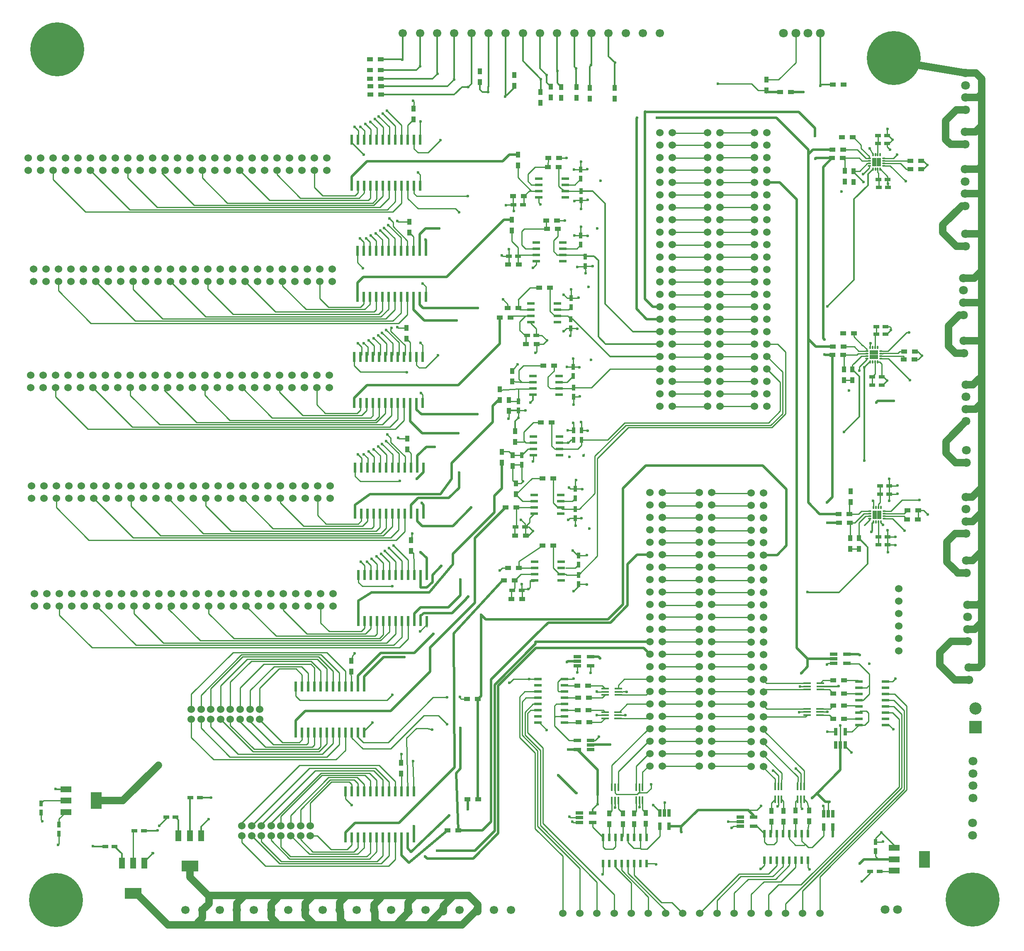
<source format=gbr>
G04 #@! TF.FileFunction,Copper,L1,Top,Signal*
%FSLAX46Y46*%
G04 Gerber Fmt 4.6, Leading zero omitted, Abs format (unit mm)*
G04 Created by KiCad (PCBNEW 4.0.4-stable) date 12/30/16 18:45:20*
%MOMM*%
%LPD*%
G01*
G04 APERTURE LIST*
%ADD10C,0.100000*%
%ADD11O,0.750000X0.300000*%
%ADD12O,0.300000X0.750000*%
%ADD13R,0.900000X0.900000*%
%ADD14R,0.900000X1.200000*%
%ADD15R,0.600000X2.000000*%
%ADD16C,1.524000*%
%ADD17R,0.750000X1.200000*%
%ADD18R,1.200000X0.750000*%
%ADD19C,1.800000*%
%ADD20R,1.200000X0.900000*%
%ADD21R,1.550000X0.600000*%
%ADD22R,1.501140X0.398780*%
%ADD23R,1.500000X0.600000*%
%ADD24R,0.398780X1.501140*%
%ADD25R,0.600000X1.500000*%
%ADD26R,1.560000X0.650000*%
%ADD27R,0.650000X1.560000*%
%ADD28C,11.000000*%
%ADD29C,0.700000*%
%ADD30R,2.499360X2.499360*%
%ADD31C,2.499360*%
%ADD32R,2.200000X1.200000*%
%ADD33R,2.200000X3.500000*%
%ADD34R,1.200000X2.200000*%
%ADD35R,3.500000X2.200000*%
%ADD36C,1.700000*%
%ADD37C,0.600000*%
%ADD38C,0.250000*%
%ADD39C,0.350000*%
%ADD40C,0.500000*%
%ADD41C,1.500000*%
G04 APERTURE END LIST*
D10*
D11*
X214680460Y-114158860D03*
X214680460Y-114658860D03*
X214680460Y-115158860D03*
X214680460Y-115658860D03*
D12*
X215405460Y-116383860D03*
X215905460Y-116383860D03*
X216405460Y-116383860D03*
X216905460Y-116383860D03*
D11*
X217630460Y-115658860D03*
X217630460Y-115158860D03*
X217630460Y-114658860D03*
X217630460Y-114158860D03*
D12*
X216905460Y-113433860D03*
X216405460Y-113433860D03*
X215905460Y-113433860D03*
X215405460Y-113433860D03*
D13*
X216605460Y-115358860D03*
X216605460Y-114458860D03*
X215705460Y-115358860D03*
X215705460Y-114458860D03*
D14*
X121353860Y-87767680D03*
X121353860Y-89967680D03*
D15*
X110718860Y-103097680D03*
X111988860Y-103097680D03*
X113258860Y-103097680D03*
X114528860Y-103097680D03*
X115798860Y-103097680D03*
X117068860Y-103097680D03*
X118338860Y-103097680D03*
X119608860Y-103097680D03*
X120878860Y-103097680D03*
X122148860Y-103097680D03*
X123418860Y-103097680D03*
X124688860Y-103097680D03*
X124688860Y-93697680D03*
X123418860Y-93697680D03*
X122148860Y-93697680D03*
X120878860Y-93697680D03*
X119608860Y-93697680D03*
X118338860Y-93697680D03*
X117068860Y-93697680D03*
X115798860Y-93697680D03*
X114528860Y-93697680D03*
X113258860Y-93697680D03*
X111988860Y-93697680D03*
X110718860Y-93697680D03*
D16*
X44633860Y-99987680D03*
X44633860Y-97447680D03*
X47173860Y-99987680D03*
X47173860Y-97447680D03*
X49713860Y-99987680D03*
X49713860Y-97447680D03*
X52253860Y-99987680D03*
X52253860Y-97447680D03*
X54793860Y-99987680D03*
X54793860Y-97447680D03*
X57333860Y-99987680D03*
X57333860Y-97447680D03*
X59873860Y-99987680D03*
X59873860Y-97447680D03*
X62413860Y-99987680D03*
X62413860Y-97447680D03*
X64953860Y-99987680D03*
X64953860Y-97447680D03*
X67493860Y-99987680D03*
X67493860Y-97447680D03*
X70033860Y-99987680D03*
X70033860Y-97447680D03*
X72573860Y-99987680D03*
X72573860Y-97447680D03*
X75113860Y-99987680D03*
X75113860Y-97447680D03*
X77653860Y-99987680D03*
X77653860Y-97447680D03*
X80193860Y-99987680D03*
X80193860Y-97447680D03*
X82733860Y-99987680D03*
X82733860Y-97447680D03*
X85273860Y-99987680D03*
X85273860Y-97447680D03*
X87813860Y-99987680D03*
X87813860Y-97447680D03*
X90353860Y-99987680D03*
X90353860Y-97447680D03*
X92893860Y-99987680D03*
X92893860Y-97447680D03*
X95433860Y-99987680D03*
X95433860Y-97447680D03*
X97973860Y-99987680D03*
X97973860Y-97447680D03*
X100513860Y-99987680D03*
X100513860Y-97447680D03*
X103053860Y-99987680D03*
X103053860Y-97447680D03*
X105593860Y-99987680D03*
X105593860Y-97447680D03*
X43495860Y-77253680D03*
X43495860Y-74713680D03*
X46035860Y-77253680D03*
X46035860Y-74713680D03*
X48575860Y-77253680D03*
X48575860Y-74713680D03*
X51115860Y-77253680D03*
X51115860Y-74713680D03*
X53655860Y-77253680D03*
X53655860Y-74713680D03*
X56195860Y-77253680D03*
X56195860Y-74713680D03*
X58735860Y-77253680D03*
X58735860Y-74713680D03*
X61275860Y-77253680D03*
X61275860Y-74713680D03*
X63815860Y-77253680D03*
X63815860Y-74713680D03*
X66355860Y-77253680D03*
X66355860Y-74713680D03*
X68895860Y-77253680D03*
X68895860Y-74713680D03*
X71435860Y-77253680D03*
X71435860Y-74713680D03*
X73975860Y-77253680D03*
X73975860Y-74713680D03*
X76515860Y-77253680D03*
X76515860Y-74713680D03*
X79055860Y-77253680D03*
X79055860Y-74713680D03*
X81595860Y-77253680D03*
X81595860Y-74713680D03*
X84135860Y-77253680D03*
X84135860Y-74713680D03*
X86675860Y-77253680D03*
X86675860Y-74713680D03*
X89215860Y-77253680D03*
X89215860Y-74713680D03*
X91755860Y-77253680D03*
X91755860Y-74713680D03*
X94295860Y-77253680D03*
X94295860Y-74713680D03*
X96835860Y-77253680D03*
X96835860Y-74713680D03*
X99375860Y-77253680D03*
X99375860Y-74713680D03*
X101915860Y-77253680D03*
X101915860Y-74713680D03*
X104455860Y-77253680D03*
X104455860Y-74713680D03*
D15*
X109580860Y-80363680D03*
X110850860Y-80363680D03*
X112120860Y-80363680D03*
X113390860Y-80363680D03*
X114660860Y-80363680D03*
X115930860Y-80363680D03*
X117200860Y-80363680D03*
X118470860Y-80363680D03*
X119740860Y-80363680D03*
X121010860Y-80363680D03*
X122280860Y-80363680D03*
X123550860Y-80363680D03*
X123550860Y-70963680D03*
X122280860Y-70963680D03*
X121010860Y-70963680D03*
X119740860Y-70963680D03*
X118470860Y-70963680D03*
X117200860Y-70963680D03*
X115930860Y-70963680D03*
X114660860Y-70963680D03*
X113390860Y-70963680D03*
X112120860Y-70963680D03*
X110850860Y-70963680D03*
X109580860Y-70963680D03*
D14*
X122143860Y-64617680D03*
X122143860Y-66817680D03*
X120713860Y-109427680D03*
X120713860Y-111627680D03*
D15*
X110078860Y-124757680D03*
X111348860Y-124757680D03*
X112618860Y-124757680D03*
X113888860Y-124757680D03*
X115158860Y-124757680D03*
X116428860Y-124757680D03*
X117698860Y-124757680D03*
X118968860Y-124757680D03*
X120238860Y-124757680D03*
X121508860Y-124757680D03*
X122778860Y-124757680D03*
X124048860Y-124757680D03*
X124048860Y-115357680D03*
X122778860Y-115357680D03*
X121508860Y-115357680D03*
X120238860Y-115357680D03*
X118968860Y-115357680D03*
X117698860Y-115357680D03*
X116428860Y-115357680D03*
X115158860Y-115357680D03*
X113888860Y-115357680D03*
X112618860Y-115357680D03*
X111348860Y-115357680D03*
X110078860Y-115357680D03*
D16*
X43993860Y-121647680D03*
X43993860Y-119107680D03*
X46533860Y-121647680D03*
X46533860Y-119107680D03*
X49073860Y-121647680D03*
X49073860Y-119107680D03*
X51613860Y-121647680D03*
X51613860Y-119107680D03*
X54153860Y-121647680D03*
X54153860Y-119107680D03*
X56693860Y-121647680D03*
X56693860Y-119107680D03*
X59233860Y-121647680D03*
X59233860Y-119107680D03*
X61773860Y-121647680D03*
X61773860Y-119107680D03*
X64313860Y-121647680D03*
X64313860Y-119107680D03*
X66853860Y-121647680D03*
X66853860Y-119107680D03*
X69393860Y-121647680D03*
X69393860Y-119107680D03*
X71933860Y-121647680D03*
X71933860Y-119107680D03*
X74473860Y-121647680D03*
X74473860Y-119107680D03*
X77013860Y-121647680D03*
X77013860Y-119107680D03*
X79553860Y-121647680D03*
X79553860Y-119107680D03*
X82093860Y-121647680D03*
X82093860Y-119107680D03*
X84633860Y-121647680D03*
X84633860Y-119107680D03*
X87173860Y-121647680D03*
X87173860Y-119107680D03*
X89713860Y-121647680D03*
X89713860Y-119107680D03*
X92253860Y-121647680D03*
X92253860Y-119107680D03*
X94793860Y-121647680D03*
X94793860Y-119107680D03*
X97333860Y-121647680D03*
X97333860Y-119107680D03*
X99873860Y-121647680D03*
X99873860Y-119107680D03*
X102413860Y-121647680D03*
X102413860Y-119107680D03*
X104953860Y-121647680D03*
X104953860Y-119107680D03*
X44183860Y-144267680D03*
X44183860Y-141727680D03*
X46723860Y-144267680D03*
X46723860Y-141727680D03*
X49263860Y-144267680D03*
X49263860Y-141727680D03*
X51803860Y-144267680D03*
X51803860Y-141727680D03*
X54343860Y-144267680D03*
X54343860Y-141727680D03*
X56883860Y-144267680D03*
X56883860Y-141727680D03*
X59423860Y-144267680D03*
X59423860Y-141727680D03*
X61963860Y-144267680D03*
X61963860Y-141727680D03*
X64503860Y-144267680D03*
X64503860Y-141727680D03*
X67043860Y-144267680D03*
X67043860Y-141727680D03*
X69583860Y-144267680D03*
X69583860Y-141727680D03*
X72123860Y-144267680D03*
X72123860Y-141727680D03*
X74663860Y-144267680D03*
X74663860Y-141727680D03*
X77203860Y-144267680D03*
X77203860Y-141727680D03*
X79743860Y-144267680D03*
X79743860Y-141727680D03*
X82283860Y-144267680D03*
X82283860Y-141727680D03*
X84823860Y-144267680D03*
X84823860Y-141727680D03*
X87363860Y-144267680D03*
X87363860Y-141727680D03*
X89903860Y-144267680D03*
X89903860Y-141727680D03*
X92443860Y-144267680D03*
X92443860Y-141727680D03*
X94983860Y-144267680D03*
X94983860Y-141727680D03*
X97523860Y-144267680D03*
X97523860Y-141727680D03*
X100063860Y-144267680D03*
X100063860Y-141727680D03*
X102603860Y-144267680D03*
X102603860Y-141727680D03*
X105143860Y-144267680D03*
X105143860Y-141727680D03*
D15*
X110268860Y-147377680D03*
X111538860Y-147377680D03*
X112808860Y-147377680D03*
X114078860Y-147377680D03*
X115348860Y-147377680D03*
X116618860Y-147377680D03*
X117888860Y-147377680D03*
X119158860Y-147377680D03*
X120428860Y-147377680D03*
X121698860Y-147377680D03*
X122968860Y-147377680D03*
X124238860Y-147377680D03*
X124238860Y-137977680D03*
X122968860Y-137977680D03*
X121698860Y-137977680D03*
X120428860Y-137977680D03*
X119158860Y-137977680D03*
X117888860Y-137977680D03*
X116618860Y-137977680D03*
X115348860Y-137977680D03*
X114078860Y-137977680D03*
X112808860Y-137977680D03*
X111538860Y-137977680D03*
X110268860Y-137977680D03*
D14*
X120903860Y-132047680D03*
X120903860Y-134247680D03*
D17*
X154729180Y-117383520D03*
X154729180Y-119283520D03*
X156316680Y-90548420D03*
X156316680Y-92448420D03*
X154810460Y-123489760D03*
X154810460Y-121589760D03*
X143611600Y-126301540D03*
X143611600Y-124401540D03*
X157231080Y-96796900D03*
X157231080Y-94896900D03*
D18*
X141643060Y-94762320D03*
X143543060Y-94762320D03*
D17*
X155856940Y-155905160D03*
X155856940Y-157805160D03*
X155856940Y-161780260D03*
X155856940Y-159880260D03*
D18*
X144233940Y-163065460D03*
X142333940Y-163065460D03*
D17*
X155224480Y-142303460D03*
X155224480Y-144203460D03*
X155199080Y-148305560D03*
X155199080Y-146405560D03*
X156319220Y-77053400D03*
X156319220Y-78953400D03*
D18*
X144922280Y-150086060D03*
X143022280Y-150086060D03*
D17*
X154343100Y-103337320D03*
X154343100Y-105237320D03*
X154876500Y-130383240D03*
X154876500Y-132283240D03*
X156385260Y-83357760D03*
X156385260Y-81457760D03*
D18*
X142590480Y-84279740D03*
X144490480Y-84279740D03*
D17*
X154266900Y-109524840D03*
X154266900Y-107624840D03*
X156461460Y-130383240D03*
X156461460Y-132283240D03*
D18*
X147231140Y-110937040D03*
X145331140Y-110937040D03*
D17*
X144264380Y-137358160D03*
X144264380Y-135458160D03*
D18*
X215825486Y-121102594D03*
X217725486Y-121102594D03*
X216649260Y-109141260D03*
X218549260Y-109141260D03*
X215825486Y-119426194D03*
X217725486Y-119426194D03*
X218549260Y-110690660D03*
X216649260Y-110690660D03*
X217075980Y-153680160D03*
X218975980Y-153680160D03*
X217418880Y-141691360D03*
X219318880Y-141691360D03*
X217075980Y-152067260D03*
X218975980Y-152067260D03*
X219306180Y-143367760D03*
X217406180Y-143367760D03*
X217125195Y-80762137D03*
X219025195Y-80762137D03*
X216974380Y-71729600D03*
X218874380Y-71729600D03*
X217074395Y-79136537D03*
X218974395Y-79136537D03*
X218874380Y-70154800D03*
X216974380Y-70154800D03*
D19*
X234464860Y-106762560D03*
X234464860Y-104262560D03*
X234464860Y-101762560D03*
X234464860Y-99262560D03*
X234972860Y-128508760D03*
X234972860Y-126008760D03*
X234972860Y-123508760D03*
X234972860Y-121008760D03*
X234980480Y-151439880D03*
X234980480Y-148939880D03*
X234980480Y-146439880D03*
X234980480Y-143939880D03*
X235262420Y-173456600D03*
X235262420Y-170956600D03*
X235262420Y-168456600D03*
X235262420Y-165956600D03*
X234820460Y-64892560D03*
X234820460Y-62392560D03*
X234820460Y-59892560D03*
X234820460Y-57392560D03*
X234744260Y-84512160D03*
X234744260Y-82012160D03*
X234744260Y-79512160D03*
X234744260Y-77012160D03*
D20*
X150833000Y-117157500D03*
X148633000Y-117157500D03*
D14*
X142313660Y-120393640D03*
X142313660Y-118193640D03*
D20*
X151615320Y-89217500D03*
X149415320Y-89217500D03*
D14*
X139753860Y-121947680D03*
X139753860Y-124147680D03*
D20*
X149288320Y-87485220D03*
X151488320Y-87485220D03*
D14*
X141610080Y-126370260D03*
X141610080Y-124170260D03*
X142212060Y-89517400D03*
X142212060Y-87317400D03*
D20*
X141508300Y-96514920D03*
X143708300Y-96514920D03*
X150683140Y-153845260D03*
X148483140Y-153845260D03*
D14*
X119612180Y-198209820D03*
X119612180Y-200409820D03*
D20*
X143698140Y-158442660D03*
X141498140Y-158442660D03*
X142821840Y-161008060D03*
X140621840Y-161008060D03*
X144371240Y-164843460D03*
X142171240Y-164843460D03*
X131297860Y-212069680D03*
X129097860Y-212069680D03*
X135361860Y-205719680D03*
X133161860Y-205719680D03*
X150672980Y-140141960D03*
X148472980Y-140141960D03*
D14*
X143070580Y-143413660D03*
X143070580Y-141213660D03*
D20*
X145084980Y-151841200D03*
X142884980Y-151841200D03*
X151823600Y-76558140D03*
X149623600Y-76558140D03*
X143154580Y-146075400D03*
X140954580Y-146075400D03*
X150058300Y-101244400D03*
X147858300Y-101244400D03*
X150383420Y-128717040D03*
X148183420Y-128717040D03*
X149679480Y-74703940D03*
X151879480Y-74703940D03*
X143606700Y-105384600D03*
X141406700Y-105384600D03*
D14*
X142918180Y-132753280D03*
X142918180Y-130553280D03*
D20*
X142529380Y-82501740D03*
X144729380Y-82501740D03*
D14*
X143476980Y-76263680D03*
X143476980Y-74063680D03*
D20*
X147294780Y-112740440D03*
X145094780Y-112740440D03*
D14*
X142445740Y-137599600D03*
X142445740Y-135399600D03*
D20*
X142021740Y-107340400D03*
X139821740Y-107340400D03*
D14*
X140203860Y-134777680D03*
X140203860Y-136977680D03*
X109503860Y-177387680D03*
X109503860Y-179587680D03*
X121693860Y-152767680D03*
X121693860Y-154967680D03*
D20*
X135316140Y-185237120D03*
X133116140Y-185237120D03*
X209844460Y-110538260D03*
X212044460Y-110538260D03*
D14*
X210080860Y-120071060D03*
X210080860Y-117871060D03*
D20*
X209938620Y-113261140D03*
X207738620Y-113261140D03*
X209913220Y-114937540D03*
X207713220Y-114937540D03*
D14*
X211757260Y-117871060D03*
X211757260Y-120071060D03*
D20*
X224482660Y-115897660D03*
X222282660Y-115897660D03*
X224490460Y-114221260D03*
X222290460Y-114221260D03*
D14*
X211406740Y-142811320D03*
X211406740Y-145011320D03*
X211335620Y-154592200D03*
X211335620Y-152392200D03*
D20*
X211188480Y-147419060D03*
X208988480Y-147419060D03*
X211201180Y-149235160D03*
X209001180Y-149235160D03*
D14*
X213085680Y-152389660D03*
X213085680Y-154589660D03*
D20*
X225158480Y-148511260D03*
X222958480Y-148511260D03*
X225183880Y-146695160D03*
X222983880Y-146695160D03*
X209610780Y-70510400D03*
X211810780Y-70510400D03*
D14*
X210253580Y-79543000D03*
X210253580Y-77343000D03*
D20*
X209875300Y-73009760D03*
X207675300Y-73009760D03*
X209824500Y-74736960D03*
X207624500Y-74736960D03*
D14*
X212031580Y-77386000D03*
X212031580Y-79586000D03*
D20*
X225780780Y-76962000D03*
X223580780Y-76962000D03*
X225813980Y-75285600D03*
X223613980Y-75285600D03*
X158056760Y-189974220D03*
X155856760Y-189974220D03*
X157917060Y-187523120D03*
X155717060Y-187523120D03*
X158018660Y-184983120D03*
X155818660Y-184983120D03*
X157853560Y-182468520D03*
X155653560Y-182468520D03*
D14*
X169581830Y-208474130D03*
X169581830Y-210674130D03*
X167206930Y-208550330D03*
X167206930Y-210750330D03*
X164895530Y-208550330D03*
X164895530Y-210750330D03*
X162152330Y-208550330D03*
X162152330Y-210750330D03*
D20*
X207820080Y-181437280D03*
X210020080Y-181437280D03*
X207883580Y-184066180D03*
X210083580Y-184066180D03*
X207883580Y-186555380D03*
X210083580Y-186555380D03*
X207820080Y-189260480D03*
X210020080Y-189260480D03*
D14*
X202943860Y-207967680D03*
X202943860Y-210167680D03*
X200106280Y-207997880D03*
X200106280Y-210197880D03*
X197705980Y-208035980D03*
X197705980Y-210235980D03*
X195204080Y-208074080D03*
X195204080Y-210274080D03*
D15*
X98158860Y-192087680D03*
X99428860Y-192087680D03*
X100698860Y-192087680D03*
X101968860Y-192087680D03*
X103238860Y-192087680D03*
X104508860Y-192087680D03*
X105778860Y-192087680D03*
X107048860Y-192087680D03*
X108318860Y-192087680D03*
X109588860Y-192087680D03*
X110858860Y-192087680D03*
X112128860Y-192087680D03*
X112128860Y-182687680D03*
X110858860Y-182687680D03*
X109588860Y-182687680D03*
X108318860Y-182687680D03*
X107048860Y-182687680D03*
X105778860Y-182687680D03*
X104508860Y-182687680D03*
X103238860Y-182687680D03*
X101968860Y-182687680D03*
X100698860Y-182687680D03*
X99428860Y-182687680D03*
X98158860Y-182687680D03*
X108278860Y-213517680D03*
X109548860Y-213517680D03*
X110818860Y-213517680D03*
X112088860Y-213517680D03*
X113358860Y-213517680D03*
X114628860Y-213517680D03*
X115898860Y-213517680D03*
X117168860Y-213517680D03*
X118438860Y-213517680D03*
X119708860Y-213517680D03*
X120978860Y-213517680D03*
X122248860Y-213517680D03*
X122248860Y-204117680D03*
X120978860Y-204117680D03*
X119708860Y-204117680D03*
X118438860Y-204117680D03*
X117168860Y-204117680D03*
X115898860Y-204117680D03*
X114628860Y-204117680D03*
X113358860Y-204117680D03*
X112088860Y-204117680D03*
X110818860Y-204117680D03*
X109548860Y-204117680D03*
X108278860Y-204117680D03*
X110898860Y-169317680D03*
X112168860Y-169317680D03*
X113438860Y-169317680D03*
X114708860Y-169317680D03*
X115978860Y-169317680D03*
X117248860Y-169317680D03*
X118518860Y-169317680D03*
X119788860Y-169317680D03*
X121058860Y-169317680D03*
X122328860Y-169317680D03*
X123598860Y-169317680D03*
X124868860Y-169317680D03*
X124868860Y-159917680D03*
X123598860Y-159917680D03*
X122328860Y-159917680D03*
X121058860Y-159917680D03*
X119788860Y-159917680D03*
X118518860Y-159917680D03*
X117248860Y-159917680D03*
X115978860Y-159917680D03*
X114708860Y-159917680D03*
X113438860Y-159917680D03*
X112168860Y-159917680D03*
X110898860Y-159917680D03*
D21*
X147764520Y-78910180D03*
X147764520Y-80180180D03*
X147764520Y-81450180D03*
X147764520Y-82720180D03*
X153164520Y-82720180D03*
X153164520Y-81450180D03*
X153164520Y-80180180D03*
X153164520Y-78910180D03*
X146121140Y-104470200D03*
X146121140Y-105740200D03*
X146121140Y-107010200D03*
X146121140Y-108280200D03*
X151521140Y-108280200D03*
X151521140Y-107010200D03*
X151521140Y-105740200D03*
X151521140Y-104470200D03*
X146613900Y-131607560D03*
X146613900Y-132877560D03*
X146613900Y-134147560D03*
X146613900Y-135417560D03*
X152013900Y-135417560D03*
X152013900Y-134147560D03*
X152013900Y-132877560D03*
X152013900Y-131607560D03*
D11*
X215335632Y-146854760D03*
X215335632Y-147354760D03*
X215335632Y-147854760D03*
X215335632Y-148354760D03*
D12*
X216060632Y-149079760D03*
X216560632Y-149079760D03*
X217060632Y-149079760D03*
X217560632Y-149079760D03*
D11*
X218285632Y-148354760D03*
X218285632Y-147854760D03*
X218285632Y-147354760D03*
X218285632Y-146854760D03*
D12*
X217560632Y-146129760D03*
X217060632Y-146129760D03*
X216560632Y-146129760D03*
X216060632Y-146129760D03*
D13*
X217260632Y-148054760D03*
X217260632Y-147154760D03*
X216360632Y-148054760D03*
X216360632Y-147154760D03*
D11*
X215226332Y-74805400D03*
X215226332Y-75305400D03*
X215226332Y-75805400D03*
X215226332Y-76305400D03*
D12*
X215951332Y-77030400D03*
X216451332Y-77030400D03*
X216951332Y-77030400D03*
X217451332Y-77030400D03*
D11*
X218176332Y-76305400D03*
X218176332Y-75805400D03*
X218176332Y-75305400D03*
X218176332Y-74805400D03*
D12*
X217451332Y-74080400D03*
X216951332Y-74080400D03*
X216451332Y-74080400D03*
X215951332Y-74080400D03*
D13*
X217151332Y-76005400D03*
X217151332Y-75105400D03*
X216251332Y-76005400D03*
X216251332Y-75105400D03*
D22*
X163964620Y-184388760D03*
X163964620Y-183738520D03*
X163964620Y-183088280D03*
X161302700Y-183088280D03*
X161302700Y-183738520D03*
X161302700Y-184388760D03*
D23*
X152963860Y-190050420D03*
X152963860Y-188780420D03*
X152963860Y-187510420D03*
X152963860Y-186240420D03*
X152963860Y-184970420D03*
X152963860Y-183700420D03*
X152963860Y-182430420D03*
X152963860Y-181160420D03*
X147563860Y-181160420D03*
X147563860Y-182430420D03*
X147563860Y-183700420D03*
X147563860Y-184970420D03*
X147563860Y-186240420D03*
X147563860Y-187510420D03*
X147563860Y-188780420D03*
X147563860Y-190050420D03*
D22*
X163926520Y-189176660D03*
X163926520Y-188526420D03*
X163926520Y-187876180D03*
X161264600Y-187876180D03*
X161264600Y-188526420D03*
X161264600Y-189176660D03*
D24*
X163958270Y-203252070D03*
X163308030Y-203252070D03*
X162657790Y-203252070D03*
X162657790Y-205913990D03*
X163308030Y-205913990D03*
X163958270Y-205913990D03*
D25*
X169757530Y-213456697D03*
X168487530Y-213456697D03*
X167217530Y-213456697D03*
X165947530Y-213456697D03*
X164677530Y-213456697D03*
X163407530Y-213456697D03*
X162137530Y-213456697D03*
X160867530Y-213456697D03*
X160867530Y-218856697D03*
X162137530Y-218856697D03*
X163407530Y-218856697D03*
X164677530Y-218856697D03*
X165947530Y-218856697D03*
X167217530Y-218856697D03*
X168487530Y-218856697D03*
X169757530Y-218856697D03*
D24*
X168936670Y-203201270D03*
X168286430Y-203201270D03*
X167636190Y-203201270D03*
X167636190Y-205863190D03*
X168286430Y-205863190D03*
X168936670Y-205863190D03*
D22*
X202496420Y-187200540D03*
X202496420Y-187850780D03*
X202496420Y-188501020D03*
X205158340Y-188501020D03*
X205158340Y-187850780D03*
X205158340Y-187200540D03*
D23*
X213078080Y-181627780D03*
X213078080Y-182897780D03*
X213078080Y-184167780D03*
X213078080Y-185437780D03*
X213078080Y-186707780D03*
X213078080Y-187977780D03*
X213078080Y-189247780D03*
X213078080Y-190517780D03*
X218478080Y-190517780D03*
X218478080Y-189247780D03*
X218478080Y-187977780D03*
X218478080Y-186707780D03*
X218478080Y-185437780D03*
X218478080Y-184167780D03*
X218478080Y-182897780D03*
X218478080Y-181627780D03*
D22*
X202534520Y-181993540D03*
X202534520Y-182643780D03*
X202534520Y-183294020D03*
X205196440Y-183294020D03*
X205196440Y-182643780D03*
X205196440Y-181993540D03*
D24*
X197289420Y-203029820D03*
X196639180Y-203029820D03*
X195988940Y-203029820D03*
X195988940Y-205691740D03*
X196639180Y-205691740D03*
X197289420Y-205691740D03*
D25*
X202692830Y-212715563D03*
X201422830Y-212715563D03*
X200152830Y-212715563D03*
X198882830Y-212715563D03*
X197612830Y-212715563D03*
X196342830Y-212715563D03*
X195072830Y-212715563D03*
X193802830Y-212715563D03*
X193802830Y-218115563D03*
X195072830Y-218115563D03*
X196342830Y-218115563D03*
X197612830Y-218115563D03*
X198882830Y-218115563D03*
X200152830Y-218115563D03*
X201422830Y-218115563D03*
X202692830Y-218115563D03*
D24*
X201899520Y-203042520D03*
X201249280Y-203042520D03*
X200599040Y-203042520D03*
X200599040Y-205704440D03*
X201249280Y-205704440D03*
X201899520Y-205704440D03*
D16*
X180464460Y-143042640D03*
X183004460Y-143042640D03*
X180464460Y-145582640D03*
X183004460Y-145582640D03*
X180464460Y-148122640D03*
X183004460Y-148122640D03*
X180464460Y-150662640D03*
X183004460Y-150662640D03*
X180464460Y-153202640D03*
X183004460Y-153202640D03*
X180464460Y-155742640D03*
X183004460Y-155742640D03*
X180464460Y-158282640D03*
X183004460Y-158282640D03*
X180464460Y-160822640D03*
X183004460Y-160822640D03*
X180464460Y-163362640D03*
X183004460Y-163362640D03*
X180464460Y-165902640D03*
X183004460Y-165902640D03*
X180464460Y-168442640D03*
X183004460Y-168442640D03*
X180464460Y-170982640D03*
X183004460Y-170982640D03*
X180464460Y-173522640D03*
X183004460Y-173522640D03*
X180464460Y-176062640D03*
X183004460Y-176062640D03*
X180464460Y-178602640D03*
X183004460Y-178602640D03*
X180464460Y-181142640D03*
X183004460Y-181142640D03*
X180464460Y-183682640D03*
X183004460Y-183682640D03*
X180464460Y-186222640D03*
X183004460Y-186222640D03*
X180464460Y-188762640D03*
X183004460Y-188762640D03*
X180464460Y-191302640D03*
X183004460Y-191302640D03*
X180464460Y-193842640D03*
X183004460Y-193842640D03*
X180464460Y-196382640D03*
X183004460Y-196382640D03*
X180464460Y-198922640D03*
X183004460Y-198922640D03*
X182237380Y-69575680D03*
X184777380Y-69575680D03*
X182237380Y-72115680D03*
X184777380Y-72115680D03*
X182237380Y-74655680D03*
X184777380Y-74655680D03*
X182237380Y-77195680D03*
X184777380Y-77195680D03*
X182237380Y-79735680D03*
X184777380Y-79735680D03*
X182237380Y-82275680D03*
X184777380Y-82275680D03*
X182237380Y-84815680D03*
X184777380Y-84815680D03*
X182237380Y-87355680D03*
X184777380Y-87355680D03*
X182237380Y-89895680D03*
X184777380Y-89895680D03*
X182237380Y-92435680D03*
X184777380Y-92435680D03*
X182237380Y-94975680D03*
X184777380Y-94975680D03*
X182237380Y-97515680D03*
X184777380Y-97515680D03*
X182237380Y-100055680D03*
X184777380Y-100055680D03*
X182237380Y-102595680D03*
X184777380Y-102595680D03*
X182237380Y-105135680D03*
X184777380Y-105135680D03*
X182237380Y-107675680D03*
X184777380Y-107675680D03*
X182237380Y-110215680D03*
X184777380Y-110215680D03*
X182237380Y-112755680D03*
X184777380Y-112755680D03*
X182237380Y-115295680D03*
X184777380Y-115295680D03*
X182237380Y-117835680D03*
X184777380Y-117835680D03*
X182237380Y-120375680D03*
X184777380Y-120375680D03*
X182237380Y-122915680D03*
X184777380Y-122915680D03*
X182237380Y-125455680D03*
X184777380Y-125455680D03*
D26*
X155619460Y-195534320D03*
X158319460Y-195534320D03*
X158319460Y-194584320D03*
X158319460Y-193634320D03*
X155619460Y-193634320D03*
X158319460Y-176552820D03*
X155619460Y-176552820D03*
X155619460Y-177502820D03*
X155619460Y-178452820D03*
X158319460Y-178452820D03*
D27*
X174354530Y-211216230D03*
X174354530Y-208516230D03*
X173404530Y-208516230D03*
X172454530Y-208516230D03*
X172454530Y-211216230D03*
D26*
X158777930Y-208497130D03*
X156077930Y-208497130D03*
X156077930Y-209447130D03*
X156077930Y-210397130D03*
X158777930Y-210397130D03*
X210653620Y-176032120D03*
X207953620Y-176032120D03*
X207953620Y-176982120D03*
X207953620Y-177932120D03*
X210653620Y-177932120D03*
D27*
X208376480Y-191898280D03*
X208376480Y-194598280D03*
X209326480Y-194598280D03*
X210276480Y-194598280D03*
X210276480Y-191898280D03*
X207768230Y-211330530D03*
X207768230Y-208630530D03*
X206818230Y-208630530D03*
X205868230Y-208630530D03*
X205868230Y-211330530D03*
D26*
X191607430Y-209297230D03*
X188907430Y-209297230D03*
X188907430Y-210247230D03*
X188907430Y-211197230D03*
X191607430Y-211197230D03*
D16*
X205117700Y-228960680D03*
X201617700Y-228960680D03*
X198117700Y-228960680D03*
X194617700Y-228960680D03*
X191117700Y-228960680D03*
X187617700Y-228960680D03*
X184117700Y-228960680D03*
X180617700Y-228960680D03*
X177117700Y-228960680D03*
X173617700Y-228960680D03*
X170117700Y-228960680D03*
X166617700Y-228960680D03*
X163117700Y-228960680D03*
X159617700Y-228960680D03*
X156117700Y-228960680D03*
X152617700Y-228960680D03*
X101113860Y-211117680D03*
X101113860Y-213117680D03*
X99113860Y-211117680D03*
X99113860Y-213117680D03*
X97113860Y-211117680D03*
X97113860Y-213117680D03*
X95113860Y-211117680D03*
X95113860Y-213117680D03*
X93113860Y-211117680D03*
X93113860Y-213117680D03*
X91113860Y-211117680D03*
X91113860Y-213117680D03*
X89113860Y-211117680D03*
X89113860Y-213117680D03*
X87113860Y-211117680D03*
X87113860Y-213117680D03*
X90783860Y-187357680D03*
X90783860Y-189357680D03*
X88783860Y-187357680D03*
X88783860Y-189357680D03*
X86783860Y-187357680D03*
X86783860Y-189357680D03*
X84783860Y-187357680D03*
X84783860Y-189357680D03*
X82783860Y-187357680D03*
X82783860Y-189357680D03*
X80783860Y-187357680D03*
X80783860Y-189357680D03*
X78783860Y-187357680D03*
X78783860Y-189357680D03*
X76783860Y-187357680D03*
X76783860Y-189357680D03*
D19*
X234546140Y-114635280D03*
X234546140Y-112095280D03*
X234988100Y-136911080D03*
X234988100Y-134371080D03*
X235023660Y-159451040D03*
X235023660Y-156911040D03*
X235501180Y-181284880D03*
X235501180Y-178744880D03*
X234779820Y-71948040D03*
X234779820Y-69408040D03*
X234891580Y-92770960D03*
X234891580Y-90230960D03*
D28*
X220193860Y-54317680D03*
D29*
X224318860Y-54317680D03*
X223120675Y-57244495D03*
X220193860Y-58442680D03*
X217267045Y-57244495D03*
X216068860Y-54317680D03*
X217267045Y-51390865D03*
X220193860Y-50192680D03*
X223120675Y-51390865D03*
D28*
X49425860Y-52557680D03*
D29*
X53550860Y-52557680D03*
X52352675Y-55484495D03*
X49425860Y-56682680D03*
X46499045Y-55484495D03*
X45300860Y-52557680D03*
X46499045Y-49630865D03*
X49425860Y-48432680D03*
X52352675Y-49630865D03*
D28*
X49176940Y-226232720D03*
D29*
X53301940Y-226232720D03*
X52103755Y-229159535D03*
X49176940Y-230357720D03*
X46250125Y-229159535D03*
X45051940Y-226232720D03*
X46250125Y-223305905D03*
X49176940Y-222107720D03*
X52103755Y-223305905D03*
D28*
X236298740Y-226222560D03*
D29*
X240423740Y-226222560D03*
X239225555Y-229149375D03*
X236298740Y-230347560D03*
X233371925Y-229149375D03*
X232173740Y-226222560D03*
X233371925Y-223295745D03*
X236298740Y-222097560D03*
X239225555Y-223295745D03*
D30*
X236893860Y-190922680D03*
D31*
X236893860Y-187112680D03*
D21*
X146525000Y-119245380D03*
X146525000Y-120515380D03*
X146525000Y-121785380D03*
X146525000Y-123055380D03*
X151925000Y-123055380D03*
X151925000Y-121785380D03*
X151925000Y-120515380D03*
X151925000Y-119245380D03*
X147266680Y-91950540D03*
X147266680Y-93220540D03*
X147266680Y-94490540D03*
X147266680Y-95760540D03*
X152666680Y-95760540D03*
X152666680Y-94490540D03*
X152666680Y-93220540D03*
X152666680Y-91950540D03*
X146895840Y-157185360D03*
X146895840Y-158455360D03*
X146895840Y-159725360D03*
X146895840Y-160995360D03*
X152295840Y-160995360D03*
X152295840Y-159725360D03*
X152295840Y-158455360D03*
X152295840Y-157185360D03*
X146847580Y-143545560D03*
X146847580Y-144815560D03*
X146847580Y-146085560D03*
X146847580Y-147355560D03*
X152247580Y-147355560D03*
X152247580Y-146085560D03*
X152247580Y-144815560D03*
X152247580Y-143545560D03*
D16*
X172427900Y-69540120D03*
X174967900Y-69540120D03*
X172427900Y-72080120D03*
X174967900Y-72080120D03*
X172427900Y-74620120D03*
X174967900Y-74620120D03*
X172427900Y-77160120D03*
X174967900Y-77160120D03*
X172427900Y-79700120D03*
X174967900Y-79700120D03*
X172427900Y-82240120D03*
X174967900Y-82240120D03*
X172427900Y-84780120D03*
X174967900Y-84780120D03*
X172427900Y-87320120D03*
X174967900Y-87320120D03*
X172427900Y-89860120D03*
X174967900Y-89860120D03*
X172427900Y-92400120D03*
X174967900Y-92400120D03*
X172427900Y-94940120D03*
X174967900Y-94940120D03*
X172427900Y-97480120D03*
X174967900Y-97480120D03*
X172427900Y-100020120D03*
X174967900Y-100020120D03*
X172427900Y-102560120D03*
X174967900Y-102560120D03*
X172427900Y-105100120D03*
X174967900Y-105100120D03*
X172427900Y-107640120D03*
X174967900Y-107640120D03*
X172427900Y-110180120D03*
X174967900Y-110180120D03*
X172427900Y-112720120D03*
X174967900Y-112720120D03*
X172427900Y-115260120D03*
X174967900Y-115260120D03*
X172427900Y-117800120D03*
X174967900Y-117800120D03*
X172427900Y-120340120D03*
X174967900Y-120340120D03*
X172427900Y-122880120D03*
X174967900Y-122880120D03*
X172427900Y-125420120D03*
X174967900Y-125420120D03*
X191797940Y-69570600D03*
X194337940Y-69570600D03*
X191797940Y-72110600D03*
X194337940Y-72110600D03*
X191797940Y-74650600D03*
X194337940Y-74650600D03*
X191797940Y-77190600D03*
X194337940Y-77190600D03*
X191797940Y-79730600D03*
X194337940Y-79730600D03*
X191797940Y-82270600D03*
X194337940Y-82270600D03*
X191797940Y-84810600D03*
X194337940Y-84810600D03*
X191797940Y-87350600D03*
X194337940Y-87350600D03*
X191797940Y-89890600D03*
X194337940Y-89890600D03*
X191797940Y-92430600D03*
X194337940Y-92430600D03*
X191797940Y-94970600D03*
X194337940Y-94970600D03*
X191797940Y-97510600D03*
X194337940Y-97510600D03*
X191797940Y-100050600D03*
X194337940Y-100050600D03*
X191797940Y-102590600D03*
X194337940Y-102590600D03*
X191797940Y-105130600D03*
X194337940Y-105130600D03*
X191797940Y-107670600D03*
X194337940Y-107670600D03*
X191797940Y-110210600D03*
X194337940Y-110210600D03*
X191797940Y-112750600D03*
X194337940Y-112750600D03*
X191797940Y-115290600D03*
X194337940Y-115290600D03*
X191797940Y-117830600D03*
X194337940Y-117830600D03*
X191797940Y-120370600D03*
X194337940Y-120370600D03*
X191797940Y-122910600D03*
X194337940Y-122910600D03*
X191797940Y-125450600D03*
X194337940Y-125450600D03*
X170393360Y-143042640D03*
X172933360Y-143042640D03*
X170393360Y-145582640D03*
X172933360Y-145582640D03*
X170393360Y-148122640D03*
X172933360Y-148122640D03*
X170393360Y-150662640D03*
X172933360Y-150662640D03*
X170393360Y-153202640D03*
X172933360Y-153202640D03*
X170393360Y-155742640D03*
X172933360Y-155742640D03*
X170393360Y-158282640D03*
X172933360Y-158282640D03*
X170393360Y-160822640D03*
X172933360Y-160822640D03*
X170393360Y-163362640D03*
X172933360Y-163362640D03*
X170393360Y-165902640D03*
X172933360Y-165902640D03*
X170393360Y-168442640D03*
X172933360Y-168442640D03*
X170393360Y-170982640D03*
X172933360Y-170982640D03*
X170393360Y-173522640D03*
X172933360Y-173522640D03*
X170393360Y-176062640D03*
X172933360Y-176062640D03*
X170393360Y-178602640D03*
X172933360Y-178602640D03*
X170393360Y-181142640D03*
X172933360Y-181142640D03*
X170393360Y-183682640D03*
X172933360Y-183682640D03*
X170393360Y-186222640D03*
X172933360Y-186222640D03*
X170393360Y-188762640D03*
X172933360Y-188762640D03*
X170393360Y-191302640D03*
X172933360Y-191302640D03*
X170393360Y-193842640D03*
X172933360Y-193842640D03*
X170393360Y-196382640D03*
X172933360Y-196382640D03*
X170393360Y-198922640D03*
X172933360Y-198922640D03*
X191107060Y-143106140D03*
X193647060Y-143106140D03*
X191107060Y-145646140D03*
X193647060Y-145646140D03*
X191107060Y-148186140D03*
X193647060Y-148186140D03*
X191107060Y-150726140D03*
X193647060Y-150726140D03*
X191107060Y-153266140D03*
X193647060Y-153266140D03*
X191107060Y-155806140D03*
X193647060Y-155806140D03*
X191107060Y-158346140D03*
X193647060Y-158346140D03*
X191107060Y-160886140D03*
X193647060Y-160886140D03*
X191107060Y-163426140D03*
X193647060Y-163426140D03*
X191107060Y-165966140D03*
X193647060Y-165966140D03*
X191107060Y-168506140D03*
X193647060Y-168506140D03*
X191107060Y-171046140D03*
X193647060Y-171046140D03*
X191107060Y-173586140D03*
X193647060Y-173586140D03*
X191107060Y-176126140D03*
X193647060Y-176126140D03*
X191107060Y-178666140D03*
X193647060Y-178666140D03*
X191107060Y-181206140D03*
X193647060Y-181206140D03*
X191107060Y-183746140D03*
X193647060Y-183746140D03*
X191107060Y-186286140D03*
X193647060Y-186286140D03*
X191107060Y-188826140D03*
X193647060Y-188826140D03*
X191107060Y-191366140D03*
X193647060Y-191366140D03*
X191107060Y-193906140D03*
X193647060Y-193906140D03*
X191107060Y-196446140D03*
X193647060Y-196446140D03*
X191107060Y-198986140D03*
X193647060Y-198986140D03*
D18*
X217293860Y-220392680D03*
X215393860Y-220392680D03*
D17*
X216518860Y-216317680D03*
X216518860Y-214417680D03*
X49768860Y-210817680D03*
X49768860Y-212717680D03*
X46115760Y-206522820D03*
X46115760Y-208422820D03*
D32*
X220318860Y-215642680D03*
X220318860Y-217942680D03*
X220318860Y-220242680D03*
D33*
X226518860Y-217942680D03*
D32*
X51180120Y-203689460D03*
X51180120Y-205989460D03*
X51180120Y-208289460D03*
D33*
X57380120Y-205989460D03*
D16*
X221246700Y-162687000D03*
X221246700Y-165227000D03*
X221246700Y-167767000D03*
X221246700Y-170307000D03*
X221246700Y-172847000D03*
X221246700Y-175387000D03*
D18*
X61133860Y-215317680D03*
X59233860Y-215317680D03*
X65203860Y-212107680D03*
X67103860Y-212107680D03*
X73603860Y-209347680D03*
X71703860Y-209347680D03*
X76633860Y-205357680D03*
X78533860Y-205357680D03*
D34*
X67233860Y-218727680D03*
X64933860Y-218727680D03*
X62633860Y-218727680D03*
D35*
X64933860Y-224927680D03*
D34*
X78803860Y-213137680D03*
X76503860Y-213137680D03*
X74203860Y-213137680D03*
D35*
X76503860Y-219337680D03*
D14*
X194243860Y-58717680D03*
X194243860Y-60917680D03*
D20*
X196973860Y-61237680D03*
X199173860Y-61237680D03*
D16*
X44813860Y-166207680D03*
X44813860Y-163667680D03*
X47353860Y-166207680D03*
X47353860Y-163667680D03*
X49893860Y-166207680D03*
X49893860Y-163667680D03*
X52433860Y-166207680D03*
X52433860Y-163667680D03*
X54973860Y-166207680D03*
X54973860Y-163667680D03*
X57513860Y-166207680D03*
X57513860Y-163667680D03*
X60053860Y-166207680D03*
X60053860Y-163667680D03*
X62593860Y-166207680D03*
X62593860Y-163667680D03*
X65133860Y-166207680D03*
X65133860Y-163667680D03*
X67673860Y-166207680D03*
X67673860Y-163667680D03*
X70213860Y-166207680D03*
X70213860Y-163667680D03*
X72753860Y-166207680D03*
X72753860Y-163667680D03*
X75293860Y-166207680D03*
X75293860Y-163667680D03*
X77833860Y-166207680D03*
X77833860Y-163667680D03*
X80373860Y-166207680D03*
X80373860Y-163667680D03*
X82913860Y-166207680D03*
X82913860Y-163667680D03*
X85453860Y-166207680D03*
X85453860Y-163667680D03*
X87993860Y-166207680D03*
X87993860Y-163667680D03*
X90533860Y-166207680D03*
X90533860Y-163667680D03*
X93073860Y-166207680D03*
X93073860Y-163667680D03*
X95613860Y-166207680D03*
X95613860Y-163667680D03*
X98153860Y-166207680D03*
X98153860Y-163667680D03*
X100693860Y-166207680D03*
X100693860Y-163667680D03*
X103233860Y-166207680D03*
X103233860Y-163667680D03*
X105773860Y-166207680D03*
X105773860Y-163667680D03*
D19*
X236343860Y-205417680D03*
X236343860Y-202917680D03*
X236343860Y-200417680D03*
X236343860Y-197917680D03*
X236293860Y-213067680D03*
X236293860Y-210527680D03*
X218443860Y-228217680D03*
X220983860Y-228217680D03*
X205193860Y-49267680D03*
X202693860Y-49267680D03*
X200193860Y-49267680D03*
X197693860Y-49267680D03*
D20*
X209993860Y-59717680D03*
X207793860Y-59717680D03*
X115443860Y-54567680D03*
X113243860Y-54567680D03*
X115493860Y-56767680D03*
X113293860Y-56767680D03*
X115493860Y-58517680D03*
X113293860Y-58517680D03*
X115543860Y-60067680D03*
X113343860Y-60067680D03*
D14*
X163243860Y-60417680D03*
X163243860Y-62617680D03*
D20*
X115543860Y-61767680D03*
X113343860Y-61767680D03*
D14*
X158143860Y-60367680D03*
X158143860Y-62567680D03*
X135743860Y-59217680D03*
X135743860Y-57017680D03*
X155443860Y-60217680D03*
X155443860Y-62417680D03*
X142743860Y-59967680D03*
X142743860Y-57767680D03*
X150193860Y-60117680D03*
X150193860Y-62317680D03*
X148043860Y-61217680D03*
X148043860Y-63417680D03*
D36*
X172493860Y-49267680D03*
X168993860Y-49267680D03*
X165493860Y-49267680D03*
X161993860Y-49267680D03*
X158493860Y-49267680D03*
X154993860Y-49267680D03*
X151493860Y-49267680D03*
X147993860Y-49267680D03*
X144493860Y-49267680D03*
X140993860Y-49267680D03*
X137493860Y-49267680D03*
X133993860Y-49267680D03*
X130493860Y-49267680D03*
X126993860Y-49267680D03*
X123493860Y-49267680D03*
X119993860Y-49267680D03*
D14*
X152343860Y-60217680D03*
X152343860Y-62417680D03*
D36*
X75587860Y-228325680D03*
X79087860Y-228325680D03*
X82587860Y-228325680D03*
X86087860Y-228325680D03*
X89587860Y-228325680D03*
X93087860Y-228325680D03*
X96587860Y-228325680D03*
X100087860Y-228325680D03*
X103587860Y-228325680D03*
X107087860Y-228325680D03*
X110587860Y-228325680D03*
X114087860Y-228325680D03*
X117587860Y-228325680D03*
X121087860Y-228325680D03*
X124587860Y-228325680D03*
X128087860Y-228325680D03*
X131587860Y-228325680D03*
X135087860Y-228325680D03*
X138587860Y-228325680D03*
X142087860Y-228325680D03*
D37*
X158093860Y-150417680D03*
X158393860Y-115917680D03*
X159643860Y-89067680D03*
X160393860Y-79367680D03*
X157893860Y-101067680D03*
X156843860Y-135517680D03*
X144543860Y-140767680D03*
X118843860Y-87617680D03*
X218043860Y-214367680D03*
X217693860Y-212492680D03*
X213718860Y-222442680D03*
X49618860Y-214967680D03*
X46393860Y-210167680D03*
X49143860Y-203592680D03*
X201733860Y-61237680D03*
X141743860Y-181867680D03*
X149343860Y-191517680D03*
X159993860Y-192917680D03*
X155593860Y-179817680D03*
X171143860Y-206917680D03*
X170643860Y-202667680D03*
X123493860Y-171367680D03*
X215993860Y-144767680D03*
X123085860Y-77703680D03*
X124033860Y-100337680D03*
X123713860Y-122707680D03*
X118833860Y-109217680D03*
X123853860Y-145177680D03*
X119023860Y-131837680D03*
X121893860Y-151417680D03*
X113763860Y-190057680D03*
X122233860Y-211237680D03*
X56763860Y-215237680D03*
X70293860Y-211077680D03*
X80363860Y-209757680D03*
X68963860Y-216727680D03*
X68943860Y-216727680D03*
X69933860Y-212047680D03*
X80813860Y-205317680D03*
X165433860Y-188537680D03*
X145803860Y-181107680D03*
X200923860Y-187907680D03*
X201043860Y-182667680D03*
X148043860Y-84167680D03*
X146543860Y-97167680D03*
X146543860Y-136667680D03*
X206543860Y-178167680D03*
X218043860Y-149667680D03*
X146043860Y-124667680D03*
X211543860Y-196167680D03*
X110166380Y-175930080D03*
X153926540Y-142057120D03*
X156644340Y-142331440D03*
X155374340Y-140512800D03*
X153718260Y-148640800D03*
X156451300Y-148254720D03*
X155272740Y-149773640D03*
X144106900Y-148590000D03*
X146588480Y-150936960D03*
X154810460Y-125130560D03*
X156100780Y-123418600D03*
X153494740Y-117383560D03*
X156075380Y-117439440D03*
X154785060Y-115727480D03*
X140200380Y-94594680D03*
X141632940Y-93375480D03*
X141048740Y-84343240D03*
X142623540Y-85511640D03*
X157767020Y-83225640D03*
X156385260Y-85156040D03*
X155039060Y-83530440D03*
X160754060Y-221015560D03*
X157700980Y-130403600D03*
X153626820Y-130332480D03*
X154774900Y-128833880D03*
X156370020Y-128666240D03*
X171711620Y-218948000D03*
X141599920Y-127967740D03*
X145049240Y-126301500D03*
X143550640Y-127810260D03*
X143390620Y-116845080D03*
X157723840Y-90604340D03*
X156352240Y-88760300D03*
X155056840Y-90538300D03*
X157284420Y-98231960D03*
X155610560Y-96964500D03*
X119723940Y-196437080D03*
X144294860Y-161737040D03*
X157589220Y-155818840D03*
X157548580Y-161813240D03*
X152844500Y-110119160D03*
X147083780Y-114518440D03*
X219468700Y-73009760D03*
X218935300Y-68773040D03*
X153416000Y-74698860D03*
X153070560Y-87500460D03*
X195587620Y-199872600D03*
X200245980Y-199410320D03*
X205844140Y-207081120D03*
X155602940Y-109611160D03*
X154139900Y-111074200D03*
X152849580Y-102641400D03*
X155887420Y-103281480D03*
X154378660Y-101533960D03*
X140444220Y-103601520D03*
X149405340Y-111973360D03*
X219295980Y-144752060D03*
X220946980Y-143329660D03*
X220959680Y-141640560D03*
X219321380Y-140230860D03*
X227144580Y-147546060D03*
X219029280Y-155216860D03*
X220553280Y-153769060D03*
X220540580Y-152130760D03*
X218927680Y-150721060D03*
X218869260Y-120164860D03*
X225981260Y-115084860D03*
X227093780Y-76174600D03*
X215440260Y-112595660D03*
X219605860Y-109852460D03*
X215293860Y-72767680D03*
X219040395Y-80000137D03*
X219956380Y-71018400D03*
X157627320Y-77038200D03*
X154909520Y-77063600D03*
X156370020Y-75438000D03*
X154701240Y-154937460D03*
X154866340Y-163167060D03*
X154595830Y-210259930D03*
X220527880Y-181030880D03*
X220134180Y-191419480D03*
X203046330Y-220000830D03*
X193013330Y-219924630D03*
X187095130Y-211568030D03*
X165694360Y-183751220D03*
X139766040Y-158925260D03*
X145595340Y-162786060D03*
X158783020Y-96845120D03*
X122043860Y-63017680D03*
X209543860Y-81567680D03*
X213943860Y-78017680D03*
X211043860Y-122217680D03*
X213193860Y-118167680D03*
X153713180Y-132877560D03*
X153993860Y-135767680D03*
X225493860Y-144567680D03*
X222443860Y-150867680D03*
X223343860Y-110367680D03*
X223543860Y-120067680D03*
X220893860Y-74017680D03*
X222643860Y-79467680D03*
X124543860Y-217367680D03*
X126993860Y-216217680D03*
X131742180Y-191109600D03*
X135948420Y-168000680D03*
X167794940Y-66512440D03*
X171838620Y-66476880D03*
X151716740Y-200802240D03*
X153469340Y-177678080D03*
X155443860Y-204417680D03*
X154002740Y-209260440D03*
X173509940Y-206349600D03*
X186438540Y-210251040D03*
X203563220Y-205480920D03*
X207063340Y-206197200D03*
X204543660Y-204480160D03*
X201322940Y-179948840D03*
X209329020Y-190586360D03*
X162339020Y-194477640D03*
X215668860Y-151058880D03*
X214193860Y-136517680D03*
X214165180Y-117500400D03*
X206672180Y-105049320D03*
X131453860Y-139007680D03*
X133953860Y-146117680D03*
X126513860Y-133747680D03*
X130959860Y-107929680D03*
X122823860Y-140267680D03*
X135277860Y-105389680D03*
X127403860Y-89133680D03*
X124609860Y-91419680D03*
X133245860Y-207751680D03*
X129435860Y-209021680D03*
X125981460Y-191429640D03*
X122120660Y-197886320D03*
X129013860Y-190357680D03*
X129063860Y-184867680D03*
X131673860Y-184807680D03*
X131467860Y-85831680D03*
X126213860Y-171927680D03*
X133245860Y-82529680D03*
X120313860Y-176637680D03*
X127657860Y-71099680D03*
X131353860Y-130927680D03*
X131723860Y-160827680D03*
X123593860Y-67289680D03*
X135213860Y-127057680D03*
X133373860Y-164307680D03*
X127149860Y-115041680D03*
X127873860Y-158027680D03*
X123593860Y-112501680D03*
X123623860Y-155207680D03*
X163343860Y-207417680D03*
X168293860Y-207267680D03*
X213268860Y-218792680D03*
X190502540Y-207873600D03*
X201518860Y-207617680D03*
X193118860Y-207017680D03*
X196493860Y-207092680D03*
X206651860Y-187842680D03*
X159593860Y-188517680D03*
X153723340Y-195498720D03*
X159593860Y-183667680D03*
X215243860Y-178017680D03*
X208993860Y-182617680D03*
X159793940Y-206684880D03*
X176888140Y-212344000D03*
X207743860Y-213267680D03*
X160307020Y-176946560D03*
X206651860Y-191856360D03*
X213266020Y-176245520D03*
X158343860Y-179867680D03*
X154843860Y-181017680D03*
X116593860Y-132517680D03*
X117043860Y-88417680D03*
X116768860Y-65067680D03*
X115893860Y-65617680D03*
X115068860Y-66217680D03*
X114268860Y-66767680D03*
X113368860Y-67317680D03*
X112318860Y-67767680D03*
X111368860Y-68367680D03*
X110110860Y-68353680D03*
X117643860Y-109417680D03*
X116593860Y-109817680D03*
X115743860Y-110417680D03*
X114943860Y-110967680D03*
X114043860Y-111517680D03*
X112993860Y-111967680D03*
X112043860Y-112567680D03*
X110785860Y-112553680D03*
X118068860Y-153867680D03*
X117193860Y-154417680D03*
X116368860Y-155017680D03*
X115568860Y-155567680D03*
X114668860Y-156117680D03*
X113618860Y-156567680D03*
X112668860Y-157167680D03*
X111410860Y-157153680D03*
X204162660Y-70266560D03*
X204177900Y-74858880D03*
X206047340Y-111785400D03*
X206047340Y-114858800D03*
X206616300Y-145069560D03*
X206626460Y-149209760D03*
X158443860Y-55767680D03*
X151543860Y-56917680D03*
X148193860Y-58617680D03*
X137443860Y-61267680D03*
X155393860Y-56467680D03*
X149343860Y-57817680D03*
X140893860Y-62217680D03*
X133343860Y-60217680D03*
X127043860Y-57517680D03*
X130493860Y-58717680D03*
X123543860Y-56017680D03*
X119893860Y-54667680D03*
X220243860Y-124367680D03*
X216643860Y-124667680D03*
X214012780Y-79593440D03*
X210055460Y-130703320D03*
X202577700Y-163372800D03*
X70093860Y-198739460D03*
X109543860Y-206867680D03*
X117843860Y-184317680D03*
X117843860Y-162167680D03*
X119393860Y-140667680D03*
X120843860Y-118517680D03*
X111843860Y-97217680D03*
X112043860Y-74017680D03*
X184304940Y-59537600D03*
X116793860Y-131217680D03*
X115743860Y-133117680D03*
X114943860Y-133667680D03*
X114043860Y-134217680D03*
X112993860Y-134667680D03*
X112043860Y-135267680D03*
X110785860Y-135253680D03*
X117243860Y-87117680D03*
X116193860Y-89017680D03*
X115393860Y-89567680D03*
X114493860Y-90117680D03*
X113443860Y-90567680D03*
X112493860Y-91167680D03*
X111235860Y-91153680D03*
X205193860Y-59942680D03*
X163293860Y-55267680D03*
D38*
X158093860Y-150417680D02*
X158093860Y-150467680D01*
X156943860Y-135417680D02*
X156943860Y-135167680D01*
X156843860Y-135517680D02*
X156943860Y-135417680D01*
X144264380Y-137358160D02*
X144264380Y-140488200D01*
X144097880Y-141213660D02*
X144543860Y-140767680D01*
X144097880Y-141213660D02*
X143070580Y-141213660D01*
X144264380Y-140488200D02*
X144543860Y-140767680D01*
X121353860Y-87767680D02*
X118993860Y-87767680D01*
X118993860Y-87767680D02*
X118843860Y-87617680D01*
D39*
X142918180Y-130553280D02*
X142918180Y-128442720D01*
X142918180Y-128442720D02*
X143550640Y-127810260D01*
D38*
X216518860Y-214417680D02*
X217993860Y-214417680D01*
X217993860Y-214417680D02*
X218043860Y-214367680D01*
X220318860Y-215642680D02*
X220318860Y-215117680D01*
X220318860Y-215117680D02*
X217693860Y-212492680D01*
X216518860Y-214417680D02*
X216518860Y-213667680D01*
X216518860Y-213667680D02*
X217693860Y-212492680D01*
X215393860Y-220392680D02*
X215393860Y-220767680D01*
X215393860Y-220767680D02*
X213718860Y-222442680D01*
X49768860Y-212717680D02*
X49768860Y-214817680D01*
X49768860Y-214817680D02*
X49618860Y-214967680D01*
X46115760Y-208422820D02*
X46115760Y-209889580D01*
X46115760Y-209889580D02*
X46393860Y-210167680D01*
D39*
X51180120Y-203689460D02*
X49240640Y-203689460D01*
X49240640Y-203689460D02*
X49143860Y-203592680D01*
D40*
X199173860Y-61237680D02*
X201733860Y-61237680D01*
D39*
X143611600Y-126301540D02*
X141678800Y-126301540D01*
X141678800Y-126301540D02*
X141610080Y-126370260D01*
D38*
X141843860Y-181867680D02*
X141743860Y-181867680D01*
X142603860Y-181107680D02*
X141843860Y-181867680D01*
X145803860Y-181107680D02*
X142603860Y-181107680D01*
X144264380Y-137358160D02*
X142687180Y-137358160D01*
X142687180Y-137358160D02*
X142445740Y-137599600D01*
X142445740Y-137599600D02*
X142445740Y-140588820D01*
X142445740Y-140588820D02*
X143070580Y-141213660D01*
X143070580Y-141213660D02*
X143070580Y-141094460D01*
X147563860Y-190050420D02*
X147876600Y-190050420D01*
X147876600Y-190050420D02*
X149343860Y-191517680D01*
X158319460Y-193634320D02*
X159277220Y-193634320D01*
X159277220Y-193634320D02*
X159993860Y-192917680D01*
X155619460Y-178452820D02*
X155619460Y-179792080D01*
X155619460Y-179792080D02*
X155593860Y-179817680D01*
X172454530Y-208516230D02*
X172454530Y-208228350D01*
X172454530Y-208228350D02*
X171143860Y-206917680D01*
X168286430Y-204175110D02*
X168286430Y-204410250D01*
X170643860Y-203517680D02*
X170643860Y-202667680D01*
X169793860Y-204367680D02*
X170643860Y-203517680D01*
X168329000Y-204367680D02*
X169793860Y-204367680D01*
X168286430Y-204410250D02*
X168329000Y-204367680D01*
X163308030Y-203252070D02*
X163308030Y-204381850D01*
X168286430Y-204175110D02*
X168286430Y-203201270D01*
X167793860Y-204667680D02*
X168286430Y-204175110D01*
X163593860Y-204667680D02*
X167793860Y-204667680D01*
X163308030Y-204381850D02*
X163593860Y-204667680D01*
X124868860Y-169317680D02*
X124868860Y-169992680D01*
X124868860Y-169992680D02*
X123493860Y-171367680D01*
X145892260Y-149116080D02*
X145892260Y-148310880D01*
X145892260Y-148310880D02*
X146847580Y-147355560D01*
X216060632Y-146129760D02*
X216060632Y-144834452D01*
X216060632Y-144834452D02*
X215993860Y-144767680D01*
X123550860Y-80363680D02*
X123550860Y-78168680D01*
X123550860Y-78168680D02*
X123085860Y-77703680D01*
X124688860Y-103097680D02*
X124688860Y-100992680D01*
X124688860Y-100992680D02*
X124033860Y-100337680D01*
X124048860Y-124757680D02*
X124048860Y-123042680D01*
X124048860Y-123042680D02*
X123713860Y-122707680D01*
X119043860Y-109427680D02*
X118833860Y-109217680D01*
X120713860Y-109427680D02*
X119043860Y-109427680D01*
D40*
X124238860Y-147377680D02*
X124238860Y-145562680D01*
X124238860Y-145562680D02*
X123853860Y-145177680D01*
D38*
X120903860Y-132047680D02*
X119233860Y-132047680D01*
X119233860Y-132047680D02*
X119023860Y-131837680D01*
D40*
X124868860Y-169317680D02*
X124868860Y-170252680D01*
D38*
X121693860Y-152767680D02*
X121913860Y-151437680D01*
X121913860Y-151437680D02*
X121893860Y-151417680D01*
X124868860Y-169317680D02*
X124868860Y-170452680D01*
X112128860Y-192087680D02*
X112128860Y-191692680D01*
X112128860Y-191692680D02*
X113763860Y-190057680D01*
D40*
X122248860Y-213517680D02*
X122248860Y-211252680D01*
X122248860Y-211252680D02*
X122233860Y-211237680D01*
D39*
X59233860Y-215317680D02*
X56843860Y-215317680D01*
X56843860Y-215317680D02*
X56763860Y-215237680D01*
X71703860Y-209347680D02*
X71703860Y-209667680D01*
X71703860Y-209667680D02*
X70293860Y-211077680D01*
X78803860Y-213137680D02*
X78803860Y-211317680D01*
X78803860Y-211317680D02*
X80363860Y-209757680D01*
X67233860Y-218727680D02*
X67233860Y-218457680D01*
X67233860Y-218457680D02*
X68963860Y-216727680D01*
X68943860Y-216727680D02*
X68943860Y-216707680D01*
X67103860Y-212107680D02*
X69873860Y-212107680D01*
X69873860Y-212107680D02*
X69933860Y-212047680D01*
X78533860Y-205357680D02*
X80773860Y-205357680D01*
X80773860Y-205357680D02*
X80813860Y-205317680D01*
D38*
X163926520Y-188526420D02*
X165422600Y-188526420D01*
X165422600Y-188526420D02*
X165433860Y-188537680D01*
X147563860Y-181160420D02*
X145856600Y-181160420D01*
X145856600Y-181160420D02*
X145803860Y-181107680D01*
X202496420Y-187850780D02*
X200980760Y-187850780D01*
X200980760Y-187850780D02*
X200923860Y-187907680D01*
X202534520Y-182643780D02*
X201067760Y-182643780D01*
X201067760Y-182643780D02*
X201043860Y-182667680D01*
X147764520Y-82720180D02*
X147764520Y-83888340D01*
X147764520Y-83888340D02*
X148043860Y-84167680D01*
X147266680Y-95760540D02*
X147266680Y-96444860D01*
X147266680Y-96444860D02*
X146543860Y-97167680D01*
X146613900Y-135417560D02*
X146613900Y-136597640D01*
X146613900Y-136597640D02*
X146543860Y-136667680D01*
X145945840Y-161167680D02*
X146723520Y-161167680D01*
X146723520Y-161167680D02*
X146895840Y-160995360D01*
X207953620Y-177932120D02*
X206779420Y-177932120D01*
X206779420Y-177932120D02*
X206543860Y-178167680D01*
X217560632Y-149079760D02*
X217560632Y-149184452D01*
X217560632Y-149184452D02*
X218043860Y-149667680D01*
D39*
X146525000Y-123055380D02*
X146525000Y-124186540D01*
X146525000Y-124186540D02*
X146043860Y-124667680D01*
X210276480Y-194598280D02*
X210276480Y-194900300D01*
X210276480Y-194900300D02*
X211543860Y-196167680D01*
D38*
X109503860Y-177387680D02*
X109709180Y-176387280D01*
X109709180Y-176387280D02*
X110166380Y-175930080D01*
X155224480Y-142303460D02*
X154172880Y-142303460D01*
X154172880Y-142303460D02*
X153926540Y-142057120D01*
X155224480Y-142303460D02*
X156616360Y-142303460D01*
X156616360Y-142303460D02*
X156644340Y-142331440D01*
X155224480Y-142303460D02*
X155224480Y-140662660D01*
X155224480Y-140662660D02*
X155374340Y-140512800D01*
X155199080Y-148305560D02*
X154053500Y-148305560D01*
X154053500Y-148305560D02*
X153718260Y-148640800D01*
X155199080Y-148305560D02*
X156400460Y-148305560D01*
X156400460Y-148305560D02*
X156451300Y-148254720D01*
X155199080Y-148305560D02*
X155199080Y-149699980D01*
X155199080Y-149699980D02*
X155272740Y-149773640D01*
X144922280Y-150086060D02*
X144922280Y-149405380D01*
X144922280Y-149405380D02*
X144106900Y-148590000D01*
X145059580Y-151876760D02*
X145648680Y-151876760D01*
X145648680Y-151876760D02*
X146588480Y-150936960D01*
X145737580Y-150086060D02*
X146588480Y-150936960D01*
X144922280Y-150086060D02*
X145737580Y-150086060D01*
X145897580Y-149110760D02*
X145892260Y-149116080D01*
X145892260Y-149116080D02*
X144922280Y-150086060D01*
X145059580Y-151876760D02*
X145059580Y-150223360D01*
X145059580Y-150223360D02*
X144922280Y-150086060D01*
X154810460Y-123489760D02*
X154810460Y-125130560D01*
X154810460Y-123489760D02*
X156029620Y-123489760D01*
X156029620Y-123489760D02*
X156100780Y-123418600D01*
X154729180Y-117383520D02*
X153494780Y-117383520D01*
X153494780Y-117383520D02*
X153494740Y-117383560D01*
X154729180Y-117383520D02*
X156019460Y-117383520D01*
X156019460Y-117383520D02*
X156075380Y-117439440D01*
X154729180Y-117383520D02*
X154729180Y-115783360D01*
X154729180Y-115783360D02*
X154785060Y-115727480D01*
X141643060Y-94762320D02*
X140368020Y-94762320D01*
X140368020Y-94762320D02*
X140200380Y-94594680D01*
X141643060Y-94762320D02*
X141643060Y-93385600D01*
X141643060Y-93385600D02*
X141632940Y-93375480D01*
X141643060Y-94762320D02*
X141643060Y-96380160D01*
X141643060Y-96380160D02*
X141508300Y-96514920D01*
X142590480Y-84279740D02*
X141112240Y-84279740D01*
X141112240Y-84279740D02*
X141048740Y-84343240D01*
X142590480Y-84279740D02*
X142590480Y-85478580D01*
X142590480Y-85478580D02*
X142623540Y-85511640D01*
X156385260Y-83357760D02*
X157634900Y-83357760D01*
X157634900Y-83357760D02*
X157767020Y-83225640D01*
X156385260Y-83357760D02*
X156385260Y-85156040D01*
X156385260Y-83357760D02*
X155211740Y-83357760D01*
X155211740Y-83357760D02*
X155039060Y-83530440D01*
D41*
X220193860Y-54317680D02*
X218339660Y-54317680D01*
X218339660Y-54317680D02*
X218639380Y-54617400D01*
X218639380Y-54617400D02*
X234820460Y-57392560D01*
X235501180Y-178744880D02*
X237578900Y-178744880D01*
X238132620Y-178191160D02*
X238132620Y-169580560D01*
X237578900Y-178744880D02*
X238132620Y-178191160D01*
X235262420Y-170956600D02*
X236756580Y-170956600D01*
X236756580Y-170956600D02*
X238132620Y-169580560D01*
X238132620Y-169580560D02*
X238132620Y-165272720D01*
X235262420Y-165956600D02*
X237448740Y-165956600D01*
X238132620Y-165272720D02*
X238132620Y-155041600D01*
X237448740Y-165956600D02*
X238132620Y-165272720D01*
X235023660Y-156911040D02*
X236263180Y-156911040D01*
X238132620Y-155041600D02*
X238132620Y-147096480D01*
X236263180Y-156911040D02*
X238132620Y-155041600D01*
X234980480Y-148939880D02*
X236289220Y-148939880D01*
X238132620Y-147096480D02*
X238132620Y-142016480D01*
X236289220Y-148939880D02*
X238132620Y-147096480D01*
X234980480Y-143939880D02*
X236209220Y-143939880D01*
X238132620Y-142016480D02*
X238132620Y-124734320D01*
X236209220Y-143939880D02*
X238132620Y-142016480D01*
X234972860Y-126008760D02*
X236858180Y-126008760D01*
X238132620Y-124734320D02*
X238132620Y-119298720D01*
X236858180Y-126008760D02*
X238132620Y-124734320D01*
X234972860Y-121008760D02*
X236422580Y-121008760D01*
X238132620Y-119298720D02*
X238132620Y-111638080D01*
X236422580Y-121008760D02*
X238132620Y-119298720D01*
X234546140Y-112095280D02*
X237675420Y-112095280D01*
X238132620Y-111638080D02*
X238132620Y-104018080D01*
X237675420Y-112095280D02*
X238132620Y-111638080D01*
X234464860Y-104262560D02*
X237888140Y-104262560D01*
X238132620Y-104018080D02*
X238132620Y-97734120D01*
X237888140Y-104262560D02*
X238132620Y-104018080D01*
X234464860Y-99262560D02*
X236604180Y-99262560D01*
X238132620Y-97734120D02*
X238132620Y-89748360D01*
X236604180Y-99262560D02*
X238132620Y-97734120D01*
X234891580Y-90230960D02*
X237650020Y-90230960D01*
X238132620Y-89748360D02*
X238132620Y-81681320D01*
X237650020Y-90230960D02*
X238132620Y-89748360D01*
X234744260Y-82012160D02*
X237801780Y-82012160D01*
X238132620Y-81681320D02*
X238132620Y-76362560D01*
X237801780Y-82012160D02*
X238132620Y-81681320D01*
X234744260Y-77012160D02*
X237483020Y-77012160D01*
X238132620Y-76362560D02*
X238132620Y-68148200D01*
X237483020Y-77012160D02*
X238132620Y-76362560D01*
X234779820Y-69408040D02*
X236872780Y-69408040D01*
X238132620Y-68148200D02*
X238132620Y-61671200D01*
X236872780Y-69408040D02*
X238132620Y-68148200D01*
X234820460Y-57392560D02*
X236957860Y-57392560D01*
X237411260Y-62392560D02*
X234820460Y-62392560D01*
X238132620Y-61671200D02*
X237411260Y-62392560D01*
X238132620Y-58567320D02*
X238132620Y-61671200D01*
X236957860Y-57392560D02*
X238132620Y-58567320D01*
D38*
X160867530Y-218856697D02*
X160867530Y-220902090D01*
X160867530Y-220902090D02*
X160754060Y-221015560D01*
X156461460Y-130383240D02*
X157680620Y-130383240D01*
X157680620Y-130383240D02*
X157700980Y-130403600D01*
X154876500Y-130383240D02*
X153677580Y-130383240D01*
X153677580Y-130383240D02*
X153626820Y-130332480D01*
X154876500Y-130383240D02*
X154876500Y-128935480D01*
X154876500Y-128935480D02*
X154774900Y-128833880D01*
X156461460Y-130383240D02*
X156461460Y-128757680D01*
X156461460Y-128757680D02*
X156370020Y-128666240D01*
X169757530Y-218856697D02*
X171620317Y-218856697D01*
X171620317Y-218856697D02*
X171711620Y-218948000D01*
X141610080Y-126370260D02*
X141610080Y-127957580D01*
X141610080Y-127957580D02*
X141599920Y-127967740D01*
X143611600Y-126301540D02*
X145049200Y-126301540D01*
X145049200Y-126301540D02*
X145049240Y-126301500D01*
X143611600Y-126301540D02*
X143611600Y-127749300D01*
X143611600Y-127749300D02*
X143550640Y-127810260D01*
X142313660Y-118193640D02*
X143324580Y-116911120D01*
X143324580Y-116911120D02*
X143390620Y-116845080D01*
X156316680Y-90548420D02*
X157667920Y-90548420D01*
X157667920Y-90548420D02*
X157723840Y-90604340D01*
X156316680Y-90548420D02*
X156316680Y-88795860D01*
X156316680Y-88795860D02*
X156352240Y-88760300D01*
X156316680Y-90548420D02*
X155066960Y-90548420D01*
X155066960Y-90548420D02*
X155056840Y-90538300D01*
X157231080Y-96796900D02*
X157269220Y-98216760D01*
X157269220Y-98216760D02*
X157284420Y-98231960D01*
X157231080Y-96796900D02*
X158767780Y-96829880D01*
X158767780Y-96829880D02*
X158783020Y-96845120D01*
X157200600Y-96862940D02*
X155712120Y-96862940D01*
X155712120Y-96862940D02*
X155610560Y-96964500D01*
X119612180Y-198209820D02*
X119612180Y-196548840D01*
X119612180Y-196548840D02*
X119723940Y-196437080D01*
X144233940Y-163065460D02*
X144233940Y-161797960D01*
X144233940Y-161797960D02*
X144294860Y-161737040D01*
X155856940Y-155905160D02*
X157502900Y-155905160D01*
X157502900Y-155905160D02*
X157589220Y-155818840D01*
X155856940Y-161780260D02*
X157515600Y-161780260D01*
X157515600Y-161780260D02*
X157548580Y-161813240D01*
X154266900Y-109524840D02*
X153438820Y-109524840D01*
X153438820Y-109524840D02*
X152844500Y-110119160D01*
X147294780Y-112740440D02*
X147294780Y-114307440D01*
X147294780Y-114307440D02*
X147083780Y-114518440D01*
X218874380Y-71729600D02*
X218874380Y-72415440D01*
X218874380Y-72415440D02*
X219468700Y-73009760D01*
X218874380Y-70154800D02*
X218874380Y-68833960D01*
X218874380Y-68833960D02*
X218935300Y-68773040D01*
X151879480Y-74703940D02*
X153375360Y-74739500D01*
X153375360Y-74739500D02*
X153416000Y-74698860D01*
X151488320Y-87485220D02*
X153055320Y-87485220D01*
X153055320Y-87485220D02*
X153070560Y-87500460D01*
X196639180Y-203029820D02*
X196639180Y-200878440D01*
X195633340Y-199872600D02*
X195587620Y-199872600D01*
X196639180Y-200878440D02*
X195633340Y-199872600D01*
X201249280Y-203042520D02*
X201249280Y-200413620D01*
X201249280Y-200413620D02*
X200245980Y-199410320D01*
X205868230Y-208630530D02*
X205868230Y-207105210D01*
X205868230Y-207105210D02*
X205844140Y-207081120D01*
X146121140Y-108280200D02*
X146121140Y-108526600D01*
X146121140Y-108526600D02*
X147231140Y-109636600D01*
X147231140Y-109636600D02*
X147231140Y-110937040D01*
X154266900Y-109524840D02*
X155516620Y-109524840D01*
X155516620Y-109524840D02*
X155602940Y-109611160D01*
X154266900Y-109524840D02*
X154266900Y-110947200D01*
X154266900Y-110947200D02*
X154139900Y-111074200D01*
X154343100Y-103337320D02*
X153545500Y-103337320D01*
X153545500Y-103337320D02*
X152849580Y-102641400D01*
X154343100Y-103337320D02*
X155806180Y-103362720D01*
X155806180Y-103362720D02*
X155887420Y-103281480D01*
X154343100Y-103337320D02*
X154343100Y-101569520D01*
X154343100Y-101569520D02*
X154378660Y-101533960D01*
X141406700Y-105384600D02*
X141406700Y-104564000D01*
X141406700Y-104564000D02*
X140444220Y-103601520D01*
X147294780Y-112740440D02*
X148638260Y-112740440D01*
X148638260Y-112740440D02*
X149405340Y-111973360D01*
X147231140Y-110937040D02*
X148369020Y-110937040D01*
X148369020Y-110937040D02*
X149405340Y-111973360D01*
X219306180Y-143367760D02*
X219306180Y-144741860D01*
X219306180Y-144741860D02*
X219295980Y-144752060D01*
X219306180Y-143367760D02*
X220908880Y-143367760D01*
X220908880Y-143367760D02*
X220946980Y-143329660D01*
X219318880Y-141691360D02*
X220908880Y-141691360D01*
X220908880Y-141691360D02*
X220959680Y-141640560D01*
X219318880Y-141691360D02*
X219318880Y-140233360D01*
X219318880Y-140233360D02*
X219321380Y-140230860D01*
X219318880Y-141691360D02*
X219318880Y-143355060D01*
X219318880Y-143355060D02*
X219306180Y-143367760D01*
X225183880Y-146695160D02*
X226293680Y-146695160D01*
X226293680Y-146695160D02*
X227144580Y-147546060D01*
X225183880Y-146695160D02*
X225183880Y-148485860D01*
X225183880Y-148485860D02*
X225158480Y-148511260D01*
X218975980Y-153680160D02*
X218975980Y-155163560D01*
X218975980Y-155163560D02*
X219029280Y-155216860D01*
X218975980Y-153680160D02*
X220464380Y-153680160D01*
X220464380Y-153680160D02*
X220553280Y-153769060D01*
X218975980Y-152067260D02*
X220477080Y-152067260D01*
X220477080Y-152067260D02*
X220540580Y-152130760D01*
X218975980Y-152067260D02*
X218975980Y-150769360D01*
X218975980Y-150769360D02*
X218927680Y-150721060D01*
X218975980Y-153680160D02*
X218975980Y-152067260D01*
X217725486Y-119426194D02*
X218130594Y-119426194D01*
X218130594Y-119426194D02*
X218869260Y-120164860D01*
X217725486Y-121102594D02*
X217931526Y-121102594D01*
X217931526Y-121102594D02*
X218869260Y-120164860D01*
X217725486Y-119426194D02*
X217725486Y-116803886D01*
X217725486Y-116803886D02*
X217305460Y-116383860D01*
X217305460Y-116383860D02*
X216905460Y-116383860D01*
X218974395Y-79136537D02*
X218974395Y-78511537D01*
X218974395Y-78511537D02*
X217493258Y-77030400D01*
X217493258Y-77030400D02*
X217451332Y-77030400D01*
X224482660Y-115897660D02*
X225168460Y-115897660D01*
X225168460Y-115897660D02*
X225981260Y-115084860D01*
X224490460Y-114221260D02*
X225117660Y-114221260D01*
X225117660Y-114221260D02*
X225981260Y-115084860D01*
X226316580Y-76951800D02*
X227093780Y-76174600D01*
X226331780Y-75412600D02*
X227093780Y-76174600D01*
X215405460Y-113433860D02*
X215405460Y-112630460D01*
X215405460Y-112630460D02*
X215440260Y-112595660D01*
X218549260Y-110690660D02*
X218767660Y-110690660D01*
X218767660Y-110690660D02*
X219605860Y-109852460D01*
X219605860Y-109347860D02*
X219605860Y-109852460D01*
X218549260Y-109141260D02*
X219399260Y-109141260D01*
X219399260Y-109141260D02*
X219605860Y-109347860D01*
X215951332Y-74080400D02*
X215302012Y-72775832D01*
X215302012Y-72775832D02*
X215293860Y-72767680D01*
X218974395Y-79136537D02*
X218974395Y-79934137D01*
X218974395Y-79934137D02*
X219040395Y-80000137D01*
X219025195Y-80762137D02*
X219025195Y-80015337D01*
X219025195Y-80015337D02*
X219040395Y-80000137D01*
X218874380Y-71729600D02*
X218874380Y-71694000D01*
X219179180Y-71795600D02*
X219956380Y-71018400D01*
X218874380Y-70154800D02*
X218889580Y-70154800D01*
X219194380Y-70256400D02*
X219956380Y-71018400D01*
X156319220Y-77053400D02*
X157612120Y-77053400D01*
X157612120Y-77053400D02*
X157627320Y-77038200D01*
X156319220Y-77053400D02*
X154919720Y-77053400D01*
X154919720Y-77053400D02*
X154909520Y-77063600D01*
X156319220Y-77053400D02*
X156319220Y-75488800D01*
X156319220Y-75488800D02*
X156370020Y-75438000D01*
X142529380Y-82501740D02*
X142529380Y-84218640D01*
X142529380Y-84218640D02*
X142590480Y-84279740D01*
X155856940Y-155905160D02*
X155668940Y-155905160D01*
X155668940Y-155905160D02*
X154701240Y-154937460D01*
X155856940Y-161780260D02*
X155856940Y-162176460D01*
X155856940Y-162176460D02*
X154866340Y-163167060D01*
X156077930Y-210397130D02*
X154733030Y-210397130D01*
X154733030Y-210397130D02*
X154595830Y-210259930D01*
X219930980Y-181627780D02*
X218478080Y-181627780D01*
X220527880Y-181030880D02*
X219930980Y-181627780D01*
X218478080Y-190517780D02*
X219232480Y-190517780D01*
X219232480Y-190517780D02*
X220134180Y-191419480D01*
X202692830Y-218115563D02*
X202692830Y-219647330D01*
X202692830Y-219647330D02*
X203046330Y-220000830D01*
X193802830Y-218115563D02*
X193802830Y-219135130D01*
X193802830Y-219135130D02*
X193013330Y-219924630D01*
X188907430Y-211197230D02*
X187465930Y-211197230D01*
X187465930Y-211197230D02*
X187095130Y-211568030D01*
X164104320Y-183763920D02*
X165605460Y-183662320D01*
X165605460Y-183662320D02*
X165694360Y-183751220D01*
X144371240Y-164843460D02*
X144358540Y-163190060D01*
X144358540Y-163190060D02*
X144762540Y-162786060D01*
X144762540Y-162786060D02*
X145595340Y-162786060D01*
X141498140Y-158442660D02*
X140248640Y-158442660D01*
X140248640Y-158442660D02*
X139766040Y-158925260D01*
X145945840Y-160995360D02*
X145945840Y-161167680D01*
X145945840Y-161167680D02*
X145945840Y-162435560D01*
X145945840Y-162435560D02*
X145595340Y-162786060D01*
X235501180Y-178744880D02*
X235501180Y-178704240D01*
X234988100Y-134371080D02*
X234988100Y-134147560D01*
X234820460Y-62392560D02*
X235526580Y-62392560D01*
X235059220Y-156961840D02*
X235684060Y-156961840D01*
X122143860Y-64617680D02*
X122253860Y-63227680D01*
X122253860Y-63227680D02*
X122043860Y-63017680D01*
X143611600Y-124401540D02*
X143611600Y-121897500D01*
X143611600Y-121897500D02*
X143578400Y-121864300D01*
X143578400Y-121864300D02*
X146446080Y-121864300D01*
X146446080Y-121864300D02*
X146525000Y-121785380D01*
X139697460Y-122095440D02*
X143578400Y-121864300D01*
X143611600Y-124401540D02*
X141841360Y-124401540D01*
X141841360Y-124401540D02*
X141610080Y-124170260D01*
X143850320Y-124162820D02*
X143611600Y-124401540D01*
D39*
X172427900Y-112720120D02*
X161396300Y-112720120D01*
X158993860Y-94767680D02*
X157360300Y-94767680D01*
X159893860Y-95667680D02*
X158993860Y-94767680D01*
X159893860Y-111217680D02*
X159893860Y-95667680D01*
X161396300Y-112720120D02*
X159893860Y-111217680D01*
X157360300Y-94767680D02*
X157231080Y-94896900D01*
D38*
X151615320Y-89217500D02*
X151615320Y-90693060D01*
X151460200Y-94490540D02*
X152666680Y-94490540D01*
X150756620Y-93786960D02*
X151460200Y-94490540D01*
X150756620Y-91551760D02*
X150756620Y-93786960D01*
X151615320Y-90693060D02*
X150756620Y-91551760D01*
X153616680Y-94490540D02*
X156728200Y-94490540D01*
X156728200Y-94490540D02*
X157200600Y-94962940D01*
X152461320Y-94490540D02*
X153616680Y-94490540D01*
X142212060Y-89517400D02*
X142212060Y-91699080D01*
X143543060Y-93030080D02*
X143543060Y-94762320D01*
X142212060Y-91699080D02*
X143543060Y-93030080D01*
X143543060Y-94762320D02*
X143543060Y-96349680D01*
X143543060Y-96349680D02*
X143708300Y-96514920D01*
X147266680Y-94490540D02*
X143814840Y-94490540D01*
X143814840Y-94490540D02*
X143543060Y-94762320D01*
X216951332Y-74080400D02*
X216951332Y-71752648D01*
X216951332Y-71752648D02*
X216974380Y-71729600D01*
X215226332Y-76305400D02*
X215226332Y-76735208D01*
X215226332Y-76735208D02*
X213943860Y-78017680D01*
X214680460Y-115658860D02*
X214680460Y-115881080D01*
X213193860Y-117367680D02*
X213193860Y-118167680D01*
X214680460Y-115881080D02*
X213193860Y-117367680D01*
D39*
X215335632Y-148354760D02*
X215335632Y-148725908D01*
X215335632Y-148725908D02*
X214293860Y-149767680D01*
D38*
X217293860Y-220392680D02*
X220168860Y-220392680D01*
X220168860Y-220392680D02*
X220318860Y-220242680D01*
X49768860Y-210817680D02*
X49768860Y-209700720D01*
X49768860Y-209700720D02*
X51180120Y-208289460D01*
D39*
X153593860Y-132877560D02*
X153713180Y-132877560D01*
X62633860Y-218727680D02*
X62633860Y-216817680D01*
X62633860Y-216817680D02*
X61133860Y-215317680D01*
X74203860Y-213137680D02*
X74203860Y-209947680D01*
X74203860Y-209947680D02*
X73603860Y-209347680D01*
D38*
X152247580Y-144815560D02*
X154612380Y-144815560D01*
X154612380Y-144815560D02*
X155224480Y-144203460D01*
X151925000Y-120515380D02*
X153497320Y-120515380D01*
X153497320Y-120515380D02*
X154729180Y-119283520D01*
X154876500Y-132283240D02*
X154307500Y-132283240D01*
X153593860Y-132877560D02*
X152013900Y-132877560D01*
X154307500Y-132283240D02*
X153713180Y-132877560D01*
X151925000Y-120515380D02*
X152875000Y-120515380D01*
X153636980Y-93220540D02*
X152666680Y-93220540D01*
X153164520Y-80180180D02*
X155092440Y-80180180D01*
X155092440Y-80180180D02*
X156319220Y-78953400D01*
X153616680Y-93220540D02*
X153636980Y-93220540D01*
X153636980Y-93220540D02*
X155544560Y-93220540D01*
X155544560Y-93220540D02*
X156316680Y-92448420D01*
X151521140Y-105740200D02*
X153840220Y-105740200D01*
X153840220Y-105740200D02*
X154343100Y-105237320D01*
X211335620Y-154592200D02*
X213083140Y-154592200D01*
X213083140Y-154592200D02*
X213085680Y-154589660D01*
X217406180Y-143367760D02*
X217406180Y-145092460D01*
X217060632Y-145438008D02*
X217060632Y-146129760D01*
X217406180Y-145092460D02*
X217060632Y-145438008D01*
X217418880Y-141691360D02*
X217418880Y-143355060D01*
X217418880Y-143355060D02*
X217406180Y-143367760D01*
X210080860Y-120071060D02*
X211757260Y-120071060D01*
X216405460Y-113433860D02*
X216405460Y-110934460D01*
X216405460Y-110934460D02*
X216649260Y-110690660D01*
X216649260Y-109141260D02*
X216649260Y-110690660D01*
X216951332Y-71752648D02*
X216974380Y-71729600D01*
X216974380Y-71729600D02*
X216974380Y-70154800D01*
X153245840Y-158455360D02*
X155206740Y-158455360D01*
X155206740Y-158455360D02*
X155856940Y-157805160D01*
X194337940Y-112750600D02*
X196512180Y-112750600D01*
X159717740Y-156019460D02*
X155856940Y-159880260D01*
X159717740Y-136103360D02*
X159717740Y-156019460D01*
X166057580Y-129763520D02*
X159717740Y-136103360D01*
X195318380Y-129763520D02*
X166057580Y-129763520D01*
X198122540Y-126959360D02*
X195318380Y-129763520D01*
X198122540Y-114360960D02*
X198122540Y-126959360D01*
X196512180Y-112750600D02*
X198122540Y-114360960D01*
X150683140Y-153845260D02*
X150683140Y-158450460D01*
X151958040Y-159725360D02*
X153245840Y-159725360D01*
X150683140Y-158450460D02*
X151958040Y-159725360D01*
X155856940Y-159880260D02*
X153400740Y-159880260D01*
X153400740Y-159880260D02*
X153245840Y-159725360D01*
X146895840Y-159725360D02*
X145945840Y-159725360D01*
X144122140Y-159725360D02*
X145945840Y-159725360D01*
X144122140Y-159725360D02*
X142839440Y-161008060D01*
X142171240Y-164843460D02*
X142158540Y-163240860D01*
X142158540Y-163240860D02*
X142821840Y-162577560D01*
X142821840Y-162577560D02*
X142821840Y-161008060D01*
X142821840Y-161008060D02*
X142839440Y-161008060D01*
X150672980Y-140141960D02*
X150672980Y-145123080D01*
X150672980Y-145123080D02*
X151635460Y-146085560D01*
X151635460Y-146085560D02*
X152247580Y-146085560D01*
X155199080Y-146405560D02*
X156050020Y-146405560D01*
X197485422Y-118438082D02*
X194337940Y-115290600D01*
X197485422Y-126915758D02*
X197485422Y-118438082D01*
X195089780Y-129311400D02*
X197485422Y-126915758D01*
X165493700Y-129311400D02*
X195089780Y-129311400D01*
X159204660Y-135600440D02*
X165493700Y-129311400D01*
X159204660Y-143250920D02*
X159204660Y-135600440D01*
X156050020Y-146405560D02*
X159204660Y-143250920D01*
X155199080Y-146405560D02*
X152567580Y-146405560D01*
X152567580Y-146405560D02*
X152247580Y-146085560D01*
X145872180Y-146110960D02*
X146822180Y-146110960D01*
X146822180Y-146110960D02*
X146847580Y-146085560D01*
X142859580Y-151876760D02*
X142859580Y-150248760D01*
X142859580Y-150248760D02*
X143022280Y-150086060D01*
X143129180Y-146110960D02*
X143129180Y-149979160D01*
X143129180Y-149979160D02*
X143022280Y-150086060D01*
X143129180Y-146110960D02*
X145872180Y-146110960D01*
X145872180Y-146110960D02*
X145897580Y-146085560D01*
D39*
X156385260Y-81457760D02*
X158733940Y-81457760D01*
X166956300Y-110180120D02*
X172427900Y-110180120D01*
X161293860Y-104517680D02*
X166956300Y-110180120D01*
X161293860Y-84017680D02*
X161293860Y-104517680D01*
X158733940Y-81457760D02*
X161293860Y-84017680D01*
D38*
X153164520Y-81450180D02*
X155148320Y-81450180D01*
X155148320Y-81450180D02*
X156385260Y-81457760D01*
X151823600Y-76558140D02*
X151798200Y-80485160D01*
X152222200Y-80909160D02*
X153164520Y-81450180D01*
X151798200Y-80485160D02*
X152222200Y-80909160D01*
X156319260Y-81391760D02*
X156385260Y-81457760D01*
X144729380Y-82501740D02*
X144729380Y-84040840D01*
X144729380Y-84040840D02*
X144490480Y-84279740D01*
X147764520Y-81450180D02*
X145780940Y-81450180D01*
X145780940Y-81450180D02*
X144729380Y-82501740D01*
X143512720Y-76273660D02*
X143512720Y-78724940D01*
X146237960Y-81450180D02*
X147764520Y-81450180D01*
X143512720Y-78724940D02*
X146237960Y-81450180D01*
X144729380Y-84040840D02*
X144490480Y-84279740D01*
D39*
X154266900Y-107624840D02*
X154701020Y-107624840D01*
X162336300Y-115260120D02*
X172427900Y-115260120D01*
X154701020Y-107624840D02*
X162336300Y-115260120D01*
D38*
X151521140Y-107010200D02*
X153652260Y-107010200D01*
X153652260Y-107010200D02*
X154266900Y-107624840D01*
X150058300Y-101244400D02*
X150058300Y-106011800D01*
X150058300Y-106011800D02*
X151056700Y-107010200D01*
X151056700Y-107010200D02*
X151521140Y-107010200D01*
X150383420Y-128717040D02*
X150383420Y-133520360D01*
X151010620Y-134147560D02*
X152013900Y-134147560D01*
X150383420Y-133520360D02*
X151010620Y-134147560D01*
X156461460Y-132283240D02*
X161759860Y-132283240D01*
X197035420Y-120528080D02*
X194337940Y-117830600D01*
X197035420Y-126400560D02*
X197035420Y-120528080D01*
X194632580Y-128803400D02*
X197035420Y-126400560D01*
X165239700Y-128803400D02*
X194632580Y-128803400D01*
X161759860Y-132283240D02*
X165239700Y-128803400D01*
X156461460Y-132283240D02*
X156461460Y-133375400D01*
X155689300Y-134147560D02*
X152013900Y-134147560D01*
X156461460Y-133375400D02*
X155689300Y-134147560D01*
X146121140Y-107010200D02*
X142351940Y-107010200D01*
X142351940Y-107010200D02*
X142021740Y-107340400D01*
X145094780Y-112740440D02*
X145094780Y-111173400D01*
X145094780Y-111173400D02*
X145331140Y-110937040D01*
X145331140Y-110937040D02*
X144924780Y-110937040D01*
X144924780Y-110937040D02*
X143883380Y-109895640D01*
X143883380Y-109895640D02*
X143883380Y-108183680D01*
X143883380Y-108183680D02*
X145056860Y-107010200D01*
X145056860Y-107010200D02*
X146121140Y-107010200D01*
X140149580Y-134632880D02*
X141663780Y-134632880D01*
X141663780Y-134632880D02*
X142166340Y-135135440D01*
X142445740Y-135399600D02*
X144205820Y-135399600D01*
X144205820Y-135399600D02*
X144264380Y-135458160D01*
X146613900Y-134147560D02*
X145574980Y-134147560D01*
X145574980Y-134147560D02*
X144264380Y-135458160D01*
X215825486Y-121102594D02*
X215825486Y-119426194D01*
X216405460Y-116383860D02*
X216405460Y-118846220D01*
X216405460Y-118846220D02*
X215825486Y-119426194D01*
X217075980Y-153680160D02*
X217075980Y-152067260D01*
X217075980Y-152067260D02*
X217075980Y-149095108D01*
X217075980Y-149095108D02*
X217060632Y-149079760D01*
X216951332Y-77655400D02*
X217074395Y-77778463D01*
X217074395Y-77778463D02*
X217074395Y-79136537D01*
X217125195Y-80762137D02*
X217125195Y-79187337D01*
X217125195Y-79187337D02*
X217074395Y-79136537D01*
X216951332Y-77655400D02*
X216951332Y-77030400D01*
X218285632Y-146854760D02*
X219606780Y-146854760D01*
X221893860Y-144567680D02*
X225493860Y-144567680D01*
X219606780Y-146854760D02*
X221893860Y-144567680D01*
X218285632Y-148354760D02*
X219930940Y-148354760D01*
X219930940Y-148354760D02*
X222443860Y-150867680D01*
X217630460Y-114158860D02*
X219052680Y-114158860D01*
X222843860Y-110367680D02*
X223343860Y-110367680D01*
X219052680Y-114158860D02*
X222843860Y-110367680D01*
X217630460Y-115658860D02*
X219135040Y-115658860D01*
X219135040Y-115658860D02*
X223543860Y-120067680D01*
X219948900Y-74805400D02*
X220106140Y-74805400D01*
X218176332Y-74805400D02*
X219948900Y-74805400D01*
X220106140Y-74805400D02*
X220893860Y-74017680D01*
X222643860Y-79467680D02*
X222631700Y-79479840D01*
X218176332Y-76305400D02*
X219457260Y-76305400D01*
X219457260Y-76305400D02*
X222631700Y-79479840D01*
X222631700Y-79479840D02*
X222664020Y-79512160D01*
X218176332Y-76305400D02*
X218401332Y-76305400D01*
X205117700Y-228960680D02*
X205117700Y-221533720D01*
X220390720Y-184167780D02*
X218478080Y-184167780D01*
X222867220Y-186644280D02*
X220390720Y-184167780D01*
X222867220Y-203784200D02*
X222867220Y-186644280D01*
X205117700Y-221533720D02*
X222867220Y-203784200D01*
X218478080Y-185437780D02*
X220212920Y-185437780D01*
X201617700Y-224368240D02*
X201617700Y-228960680D01*
X222318580Y-203667360D02*
X201617700Y-224368240D01*
X222318580Y-187543440D02*
X222318580Y-203667360D01*
X220212920Y-185437780D02*
X222318580Y-187543440D01*
X218478080Y-186707780D02*
X220182440Y-186707780D01*
X198117700Y-227014800D02*
X198117700Y-228960680D01*
X221805500Y-203327000D02*
X198117700Y-227014800D01*
X221805500Y-188330840D02*
X221805500Y-203327000D01*
X220182440Y-186707780D02*
X221805500Y-188330840D01*
X218579680Y-186809380D02*
X218478080Y-186707780D01*
X194617700Y-228960680D02*
X194617700Y-225196040D01*
X219928440Y-187977780D02*
X218478080Y-187977780D01*
X221272100Y-189321440D02*
X219928440Y-187977780D01*
X221272100Y-203128880D02*
X221272100Y-189321440D01*
X201277220Y-223123760D02*
X221272100Y-203128880D01*
X196689980Y-223123760D02*
X201277220Y-223123760D01*
X194617700Y-225196040D02*
X196689980Y-223123760D01*
X191117700Y-228960680D02*
X191117700Y-225119720D01*
X200152830Y-219538990D02*
X200152830Y-218115563D01*
X197152260Y-222539560D02*
X200152830Y-219538990D01*
X193697860Y-222539560D02*
X197152260Y-222539560D01*
X191117700Y-225119720D02*
X193697860Y-222539560D01*
X198882830Y-218115563D02*
X198882830Y-219173230D01*
X187617700Y-224845280D02*
X187617700Y-228960680D01*
X190456820Y-222006160D02*
X187617700Y-224845280D01*
X196049900Y-222006160D02*
X190456820Y-222006160D01*
X198882830Y-219173230D02*
X196049900Y-222006160D01*
X184117700Y-228960680D02*
X184117700Y-226369160D01*
X197612830Y-219371350D02*
X197612830Y-218115563D01*
X195506340Y-221477840D02*
X197612830Y-219371350D01*
X189009020Y-221477840D02*
X195506340Y-221477840D01*
X184117700Y-226369160D02*
X189009020Y-221477840D01*
X196342830Y-218115563D02*
X196342830Y-219249430D01*
X188664420Y-220913960D02*
X180617700Y-228960680D01*
X194678300Y-220913960D02*
X188664420Y-220913960D01*
X196342830Y-219249430D02*
X194678300Y-220913960D01*
X163407530Y-218856697D02*
X163407530Y-219569470D01*
X163407530Y-219569470D02*
X166617700Y-222779640D01*
X166617700Y-222779640D02*
X166617700Y-228960680D01*
X164677530Y-218856697D02*
X164677530Y-220203072D01*
X170117700Y-225643242D02*
X170117700Y-228960680D01*
X164677530Y-220203072D02*
X170117700Y-225643242D01*
X165947530Y-218856697D02*
X165947530Y-220737870D01*
X165947530Y-220737870D02*
X173617700Y-228408040D01*
X173617700Y-228408040D02*
X173617700Y-228960680D01*
X167217530Y-218856697D02*
X167217530Y-221174750D01*
X174938380Y-226781360D02*
X177117700Y-228960680D01*
X172824140Y-226781360D02*
X174938380Y-226781360D01*
X167217530Y-221174750D02*
X172824140Y-226781360D01*
X147563860Y-183700420D02*
X144901920Y-183700420D01*
X152617700Y-217319120D02*
X152617700Y-228960680D01*
X146992340Y-211693760D02*
X152617700Y-217319120D01*
X146992340Y-196240400D02*
X146992340Y-211693760D01*
X143837660Y-193085720D02*
X146992340Y-196240400D01*
X143837660Y-184764680D02*
X143837660Y-193085720D01*
X144901920Y-183700420D02*
X143837660Y-184764680D01*
X156117700Y-228960680D02*
X156117700Y-219828520D01*
X145125440Y-184970420D02*
X147563860Y-184970420D01*
X144310100Y-185785760D02*
X145125440Y-184970420D01*
X144310100Y-192589278D02*
X144310100Y-185785760D01*
X147510500Y-195789678D02*
X144310100Y-192589278D01*
X147510500Y-211221320D02*
X147510500Y-195789678D01*
X156117700Y-219828520D02*
X147510500Y-211221320D01*
X147563860Y-186240420D02*
X146583400Y-186240420D01*
X159617700Y-222622400D02*
X159617700Y-228960680D01*
X148043900Y-211048600D02*
X159617700Y-222622400D01*
X148043900Y-195686680D02*
X148043900Y-211048600D01*
X144914620Y-192557400D02*
X148043900Y-195686680D01*
X144914620Y-187909200D02*
X144914620Y-192557400D01*
X146583400Y-186240420D02*
X144914620Y-187909200D01*
X147525760Y-186202320D02*
X147563860Y-186240420D01*
X147551160Y-186253120D02*
X147563860Y-186240420D01*
X163117700Y-228960680D02*
X163117700Y-225182600D01*
X146044920Y-187510420D02*
X147563860Y-187510420D01*
X145417540Y-188137800D02*
X146044920Y-187510420D01*
X145417540Y-192074800D02*
X145417540Y-188137800D01*
X148567140Y-195224400D02*
X145417540Y-192074800D01*
X148567140Y-210632040D02*
X148567140Y-195224400D01*
X163117700Y-225182600D02*
X148567140Y-210632040D01*
X168936670Y-203201270D02*
X168936670Y-200135490D01*
X168936670Y-200135490D02*
X170159680Y-198912480D01*
X167636190Y-203201270D02*
X167636190Y-198895970D01*
X167636190Y-198895970D02*
X170159680Y-196372480D01*
X162657790Y-203252070D02*
X162657790Y-198794370D01*
X162657790Y-198794370D02*
X170159680Y-191292480D01*
X163958270Y-203252070D02*
X163958270Y-200033890D01*
X163958270Y-200033890D02*
X170159680Y-193832480D01*
X163926520Y-189176660D02*
X169979340Y-189176660D01*
X163926520Y-189176660D02*
X164515800Y-189176660D01*
X169979340Y-189176660D02*
X170393360Y-188762640D01*
X163926520Y-187876180D02*
X164160200Y-187876180D01*
X164160200Y-187876180D02*
X165813740Y-186222640D01*
X165813740Y-186222640D02*
X170393360Y-186222640D01*
X163964620Y-183088280D02*
X163964620Y-182382160D01*
X163964620Y-182382160D02*
X165204140Y-181142640D01*
X163964620Y-183088280D02*
X163964620Y-183055260D01*
X165204140Y-181142640D02*
X170393360Y-181142640D01*
X163964620Y-184388760D02*
X169687240Y-184388760D01*
X169687240Y-184388760D02*
X170393360Y-183682640D01*
D40*
X169148400Y-174817680D02*
X170393360Y-176062640D01*
X147143860Y-174817680D02*
X169148400Y-174817680D01*
X139443860Y-182517680D02*
X147143860Y-174817680D01*
X139443860Y-212667680D02*
X139443860Y-182517680D01*
X134343860Y-217767680D02*
X139443860Y-212667680D01*
X124943860Y-217767680D02*
X134343860Y-217767680D01*
X124543860Y-217367680D02*
X124943860Y-217767680D01*
X131643860Y-216217680D02*
X134693860Y-216217680D01*
X131643860Y-216217680D02*
X126993860Y-216217680D01*
X147093860Y-173980966D02*
X147093860Y-173522640D01*
X138743860Y-182330966D02*
X147093860Y-173980966D01*
X138743860Y-212167680D02*
X138743860Y-182330966D01*
X134693860Y-216217680D02*
X138743860Y-212167680D01*
X170393360Y-173522640D02*
X147093860Y-173522640D01*
X131297860Y-212069680D02*
X136191860Y-212069680D01*
X167818900Y-155742640D02*
X165893860Y-157667680D01*
X165893860Y-157667680D02*
X165893860Y-166067680D01*
X165893860Y-166067680D02*
X162343860Y-169617680D01*
X162343860Y-169617680D02*
X149643860Y-169617680D01*
X149643860Y-169617680D02*
X147143860Y-172117680D01*
X167818900Y-155742640D02*
X170393360Y-155742640D01*
X137993860Y-181267680D02*
X147143860Y-172117680D01*
X137993860Y-210267680D02*
X137993860Y-181267680D01*
X136191860Y-212069680D02*
X137993860Y-210267680D01*
X131297860Y-212069680D02*
X130855900Y-200347400D01*
X130855900Y-200347400D02*
X131742180Y-199461120D01*
X131742180Y-199461120D02*
X131742180Y-191109600D01*
D38*
X195988940Y-203029820D02*
X196020690Y-201583290D01*
X196020690Y-201583290D02*
X193413380Y-198975980D01*
X197289420Y-203029820D02*
X197321170Y-200343770D01*
X197289420Y-203029820D02*
X197289420Y-203024740D01*
X197321170Y-200343770D02*
X193413380Y-196435980D01*
X201899520Y-203042520D02*
X201918570Y-199861170D01*
X201918570Y-199861170D02*
X193413380Y-191355980D01*
X200599040Y-203042520D02*
X200618090Y-201100690D01*
X200618090Y-201100690D02*
X193413380Y-193895980D01*
X202181460Y-188815980D02*
X202496420Y-188501020D01*
X193413380Y-188815980D02*
X202181460Y-188815980D01*
X193728340Y-188501020D02*
X193413380Y-188815980D01*
X202496420Y-187200540D02*
X194337940Y-187200540D01*
X194337940Y-187200540D02*
X193413380Y-186275980D01*
X202534520Y-181993540D02*
X194210940Y-181993540D01*
X194210940Y-181993540D02*
X193413380Y-181195980D01*
X202534520Y-183294020D02*
X193855340Y-183294020D01*
X193855340Y-183294020D02*
X193413380Y-183735980D01*
X193855340Y-183294020D02*
X193413380Y-183735980D01*
D40*
X148643860Y-168981120D02*
X136928860Y-168981120D01*
X136928860Y-168981120D02*
X135948420Y-168000680D01*
X135978900Y-181635400D02*
X135978900Y-168031160D01*
X135978900Y-168031160D02*
X135948420Y-168000680D01*
X135316140Y-185237120D02*
X135321220Y-205679040D01*
X135321220Y-205679040D02*
X135361860Y-205719680D01*
X135978900Y-181635400D02*
X135978900Y-184574360D01*
X196382640Y-155806140D02*
X198285100Y-153903680D01*
X198285100Y-153903680D02*
X198285100Y-142361920D01*
X198285100Y-142361920D02*
X193499740Y-137576560D01*
X193499740Y-137576560D02*
X169542460Y-137576560D01*
X169542460Y-137576560D02*
X164929820Y-142189200D01*
X164929820Y-142189200D02*
X164929820Y-165943280D01*
X164929820Y-165943280D02*
X161891980Y-168981120D01*
X161891980Y-168981120D02*
X148643860Y-168981120D01*
X148643860Y-168981120D02*
X148633180Y-168981120D01*
X193647060Y-155806140D02*
X196382640Y-155806140D01*
X135978900Y-184574360D02*
X135316140Y-185237120D01*
X171838620Y-66476880D02*
X196258180Y-66476880D01*
X169791380Y-107640120D02*
X167718740Y-105567480D01*
X167718740Y-105567480D02*
X167718740Y-66588640D01*
X167718740Y-66588640D02*
X167794940Y-66512440D01*
X172427900Y-107640120D02*
X169791380Y-107640120D01*
X202770740Y-72989440D02*
X202770740Y-73974960D01*
X196258180Y-66476880D02*
X202770740Y-72989440D01*
X208988480Y-147419060D02*
X205099920Y-147419060D01*
X202770740Y-145089880D02*
X202770740Y-111693960D01*
X205099920Y-147419060D02*
X202770740Y-145089880D01*
X207738620Y-113261140D02*
X204337920Y-113261140D01*
X204337920Y-113261140D02*
X202770740Y-111693960D01*
X203735940Y-73009760D02*
X207675300Y-73009760D01*
X202770740Y-73974960D02*
X203735940Y-73009760D01*
X202770740Y-111693960D02*
X202770740Y-107309920D01*
X202770740Y-107309920D02*
X202770740Y-73974960D01*
X153644600Y-177502820D02*
X153469340Y-177678080D01*
X155619460Y-177502820D02*
X153644600Y-177502820D01*
X155332180Y-204417680D02*
X155443860Y-204417680D01*
X151716740Y-200802240D02*
X155332180Y-204417680D01*
D38*
X154189430Y-209447130D02*
X156077930Y-209447130D01*
X154002740Y-209260440D02*
X154189430Y-209447130D01*
X173509940Y-206349600D02*
X173404530Y-206455010D01*
X173404530Y-206455010D02*
X173404530Y-208516230D01*
D40*
X204543660Y-204480160D02*
X204543660Y-204500480D01*
D38*
X186442350Y-210247230D02*
X186438540Y-210251040D01*
X186442350Y-210247230D02*
X188907430Y-210247230D01*
D40*
X204543660Y-204500480D02*
X203563220Y-205480920D01*
X207063340Y-206197200D02*
X206260700Y-206197200D01*
D38*
X206818230Y-206442310D02*
X207063340Y-206197200D01*
X206818230Y-208630530D02*
X206818230Y-206442310D01*
D40*
X206260700Y-206197200D02*
X204543660Y-204480160D01*
X202633580Y-176982120D02*
X202633580Y-178638200D01*
X209326480Y-199697340D02*
X209326480Y-194598280D01*
X204543660Y-204480160D02*
X209326480Y-199697340D01*
X202633580Y-178638200D02*
X201322940Y-179948840D01*
X200383140Y-172720000D02*
X200383140Y-174767240D01*
X196928740Y-79730600D02*
X200383140Y-83185000D01*
X200383140Y-83185000D02*
X200383140Y-172720000D01*
X194337940Y-79730600D02*
X196928740Y-79730600D01*
X202598020Y-176982120D02*
X202633580Y-176982120D01*
X202633580Y-176982120D02*
X207953620Y-176982120D01*
X200383140Y-174767240D02*
X202598020Y-176982120D01*
D38*
X209326480Y-194598280D02*
X209326480Y-190588900D01*
X209326480Y-190588900D02*
X209329020Y-190586360D01*
D40*
X158426140Y-194477640D02*
X162339020Y-194477640D01*
X158426140Y-194477640D02*
X158319460Y-194584320D01*
D39*
X216060632Y-149079760D02*
X215790780Y-149349612D01*
X215790780Y-150936960D02*
X215790780Y-149349612D01*
X215668860Y-151058880D02*
X215790780Y-150936960D01*
X214165180Y-136489000D02*
X214165180Y-117500400D01*
X214193860Y-136517680D02*
X214165180Y-136489000D01*
X214947500Y-80269080D02*
X214947500Y-78034232D01*
X212092540Y-83124040D02*
X214947500Y-80269080D01*
X212092540Y-99628960D02*
X212092540Y-83124040D01*
X214947500Y-78034232D02*
X215951332Y-77030400D01*
X206672180Y-105049320D02*
X212092540Y-99628960D01*
X212092540Y-99628960D02*
X212102700Y-99618800D01*
X215405460Y-116383860D02*
X215281720Y-116383860D01*
X215281720Y-116383860D02*
X214165180Y-117500400D01*
D38*
X216060632Y-149079760D02*
X215941100Y-149079760D01*
X144277080Y-120515380D02*
X142397660Y-120309640D01*
X142397660Y-120309640D02*
X142313660Y-120393640D01*
X148633000Y-117157500D02*
X144627600Y-117157500D01*
X144277080Y-120515380D02*
X146525000Y-120515380D01*
X143680180Y-119918480D02*
X144277080Y-120515380D01*
X143680180Y-118104920D02*
X143680180Y-119918480D01*
X144627600Y-117157500D02*
X143680180Y-118104920D01*
X147266680Y-93220540D02*
X146316680Y-93220540D01*
X144769840Y-89217500D02*
X144302480Y-89684860D01*
X144302480Y-89684860D02*
X144302480Y-92504260D01*
X144302480Y-92504260D02*
X145018760Y-93220540D01*
X145018760Y-93220540D02*
X146316680Y-93220540D01*
X144769840Y-89217500D02*
X149415320Y-89217500D01*
X149288320Y-87485220D02*
X149288320Y-89090500D01*
X149288320Y-89090500D02*
X149415320Y-89217500D01*
D40*
X110268860Y-147377680D02*
X110268860Y-145552680D01*
X138303860Y-125377680D02*
X139763860Y-123917680D01*
X138303860Y-128637680D02*
X138303860Y-125377680D01*
X129923860Y-137017680D02*
X138303860Y-128637680D01*
X129923860Y-140267680D02*
X129923860Y-137017680D01*
X127633860Y-143357680D02*
X129923860Y-140267680D01*
X113263860Y-143357680D02*
X127633860Y-143357680D01*
X110268860Y-145552680D02*
X113263860Y-143357680D01*
D38*
X121698860Y-137977680D02*
X121698860Y-135042680D01*
X121698860Y-135042680D02*
X120903860Y-134247680D01*
D40*
X110718860Y-103097680D02*
X110718860Y-100230680D01*
X140650140Y-87317400D02*
X142212060Y-87317400D01*
X128927860Y-99039680D02*
X140650140Y-87317400D01*
X111909860Y-99039680D02*
X128927860Y-99039680D01*
X110718860Y-100230680D02*
X111909860Y-99039680D01*
X121698860Y-147377680D02*
X121698860Y-145552680D01*
X131453860Y-142097680D02*
X131453860Y-139007680D01*
X129403860Y-144147680D02*
X131453860Y-142097680D01*
X123103860Y-144147680D02*
X129403860Y-144147680D01*
X121698860Y-145552680D02*
X123103860Y-144147680D01*
X122968860Y-147377680D02*
X122968860Y-148882680D01*
X130193860Y-149877680D02*
X133953860Y-146117680D01*
X123963860Y-149877680D02*
X130193860Y-149877680D01*
X122968860Y-148882680D02*
X123963860Y-149877680D01*
D38*
X122148860Y-93697680D02*
X122148860Y-90762680D01*
X122148860Y-90762680D02*
X121353860Y-89967680D01*
D40*
X122968860Y-137977680D02*
X122968860Y-135532680D01*
X124753860Y-133747680D02*
X126513860Y-133747680D01*
X122968860Y-135532680D02*
X124753860Y-133747680D01*
X122148860Y-103097680D02*
X122148860Y-105722680D01*
X124355860Y-107929680D02*
X130959860Y-107929680D01*
X122148860Y-105722680D02*
X124355860Y-107929680D01*
X122823860Y-140267680D02*
X124238860Y-138852680D01*
X124238860Y-138852680D02*
X124238860Y-137977680D01*
X123418860Y-103097680D02*
X123418860Y-104706680D01*
X124101860Y-105389680D02*
X135277860Y-105389680D01*
X123418860Y-104706680D02*
X124101860Y-105389680D01*
D38*
X146895840Y-158455360D02*
X145945840Y-158455360D01*
X145945840Y-158455360D02*
X143710840Y-158455360D01*
X143698140Y-158442660D02*
X143698140Y-157055460D01*
X143698140Y-157055460D02*
X148483140Y-153845260D01*
X143710840Y-158455360D02*
X143698140Y-158442660D01*
X119708860Y-204117680D02*
X119708860Y-200506500D01*
X119708860Y-200506500D02*
X119612180Y-200409820D01*
D40*
X123418860Y-93697680D02*
X123418860Y-90324680D01*
X124609860Y-89133680D02*
X127403860Y-89133680D01*
X123418860Y-90324680D02*
X124609860Y-89133680D01*
X124688860Y-93697680D02*
X124688860Y-91498680D01*
X124688860Y-91498680D02*
X124609860Y-91419680D01*
X130510260Y-199079360D02*
X130510260Y-199171280D01*
X130350260Y-171846240D02*
X130510260Y-199079360D01*
X140380720Y-161008060D02*
X130350260Y-171846240D01*
X108278860Y-212462680D02*
X108278860Y-213517680D01*
X110243860Y-210497680D02*
X108278860Y-212462680D01*
X119183860Y-210497680D02*
X110243860Y-210497680D01*
X130510260Y-199171280D02*
X119183860Y-210497680D01*
X140621840Y-161008060D02*
X140380720Y-161008060D01*
X140621840Y-161008060D02*
X140621840Y-161056500D01*
X119708860Y-213517680D02*
X119708860Y-217092680D01*
X121233860Y-218617680D02*
X129097860Y-212069680D01*
X119708860Y-217092680D02*
X121233860Y-218617680D01*
X133245860Y-205803680D02*
X133245860Y-207751680D01*
X120978860Y-215722680D02*
X120978860Y-213517680D01*
X121673860Y-216417680D02*
X129435860Y-209021680D01*
X120978860Y-215722680D02*
X121673860Y-216417680D01*
X133245860Y-205803680D02*
X133161860Y-205719680D01*
D38*
X120978860Y-214380280D02*
X120978860Y-213517680D01*
X125981460Y-191429640D02*
X125001020Y-191201040D01*
X125001020Y-191201040D02*
X122725180Y-191201040D01*
X122725180Y-191201040D02*
X120756680Y-193169540D01*
X120756680Y-193169540D02*
X120978860Y-204117680D01*
X122248860Y-204117680D02*
X122026680Y-197980300D01*
X122026680Y-197980300D02*
X122120660Y-197886320D01*
X146847580Y-144815560D02*
X145897580Y-144815560D01*
X144416780Y-144815560D02*
X145897580Y-144815560D01*
X144416780Y-144815560D02*
X143215180Y-143613960D01*
X146410680Y-140141960D02*
X146342280Y-140141960D01*
X148472980Y-140141960D02*
X146410680Y-140141960D01*
X146342280Y-140141960D02*
X143070580Y-143413660D01*
X142816580Y-143613960D02*
X142938680Y-143613960D01*
X142816580Y-143613960D02*
X143215180Y-143613960D01*
X149623600Y-76558140D02*
X146994880Y-76558140D01*
X146212560Y-80180180D02*
X147764520Y-80180180D01*
X145516600Y-79484220D02*
X146212560Y-80180180D01*
X145516600Y-78036420D02*
X145516600Y-79484220D01*
X146994880Y-76558140D02*
X145516600Y-78036420D01*
X149679480Y-74703940D02*
X149593120Y-76527660D01*
X149593120Y-76527660D02*
X149623600Y-76558140D01*
D40*
X125593680Y-174677500D02*
X125593680Y-179577860D01*
X98158860Y-189642680D02*
X98158860Y-192087680D01*
X100103860Y-187697680D02*
X98158860Y-189642680D01*
X117473860Y-187697680D02*
X100103860Y-187697680D01*
X125593680Y-179577860D02*
X117473860Y-187697680D01*
X134683500Y-152346480D02*
X140954580Y-146075400D01*
X134683500Y-165587680D02*
X134683500Y-152346480D01*
X125580140Y-174691040D02*
X125593680Y-174677500D01*
X125593680Y-174677500D02*
X134683500Y-165587680D01*
D38*
X143606700Y-105384600D02*
X143606700Y-103797280D01*
X143606700Y-103797280D02*
X143487140Y-103677720D01*
X144343860Y-105740200D02*
X143962300Y-105740200D01*
X143962300Y-105740200D02*
X143606700Y-105384600D01*
X147858300Y-101244400D02*
X145920460Y-101244400D01*
X145920460Y-101244400D02*
X143487140Y-103677720D01*
X144335500Y-105740200D02*
X144343860Y-105740200D01*
X144343860Y-105740200D02*
X146121140Y-105740200D01*
X142918180Y-132753280D02*
X144973220Y-132753280D01*
X144973220Y-132753280D02*
X145097500Y-132877560D01*
X148183420Y-128717040D02*
X146662140Y-128717040D01*
X145097500Y-132877560D02*
X146613900Y-132877560D01*
X144675860Y-132455920D02*
X145097500Y-132877560D01*
X144675860Y-130703320D02*
X144675860Y-132455920D01*
X146662140Y-128717040D02*
X144675860Y-130703320D01*
D40*
X109580860Y-80363680D02*
X109580860Y-78508680D01*
X141711860Y-74063680D02*
X143476980Y-74063680D01*
X140357860Y-75417680D02*
X141711860Y-74063680D01*
X112671860Y-75417680D02*
X140357860Y-75417680D01*
X109580860Y-78508680D02*
X112671860Y-75417680D01*
X110078860Y-124757680D02*
X110078860Y-123722680D01*
X139821740Y-112619800D02*
X139821740Y-107340400D01*
X131293860Y-121147680D02*
X139821740Y-112619800D01*
X112653860Y-121147680D02*
X131293860Y-121147680D01*
X110078860Y-123722680D02*
X112653860Y-121147680D01*
X130183860Y-157647680D02*
X130183860Y-155557680D01*
X110898860Y-165112680D02*
X113593860Y-163457680D01*
X113593860Y-163457680D02*
X125413860Y-163457680D01*
X125413860Y-163457680D02*
X130183860Y-157647680D01*
X140163860Y-137067680D02*
X140163860Y-142187680D01*
X110898860Y-165112680D02*
X110898860Y-169317680D01*
X138643860Y-143707680D02*
X140163860Y-142187680D01*
X138643860Y-147097680D02*
X138643860Y-143707680D01*
X130183860Y-155557680D02*
X138643860Y-147097680D01*
D38*
X121010860Y-70963680D02*
X121010860Y-68028680D01*
X121010860Y-68028680D02*
X122143860Y-66817680D01*
X109588860Y-182687680D02*
X109383540Y-179708000D01*
X109383540Y-179708000D02*
X109503860Y-179587680D01*
X109618160Y-179701980D02*
X109503860Y-179587680D01*
X109588860Y-192087680D02*
X109588860Y-193142680D01*
X127263860Y-188607680D02*
X129013860Y-190357680D01*
X124283860Y-188607680D02*
X127263860Y-188607680D01*
X117533860Y-195357680D02*
X124283860Y-188607680D01*
X111803860Y-195357680D02*
X117533860Y-195357680D01*
X109588860Y-193142680D02*
X111803860Y-195357680D01*
X121508860Y-115357680D02*
X121508860Y-112422680D01*
X121508860Y-112422680D02*
X120713860Y-111627680D01*
X122328860Y-159917680D02*
X122128860Y-155402680D01*
X122128860Y-155402680D02*
X121693860Y-154967680D01*
X110858860Y-192087680D02*
X110858860Y-193012680D01*
X110858860Y-193012680D02*
X111903860Y-194057680D01*
X111903860Y-194057680D02*
X116963860Y-194057680D01*
X116963860Y-194057680D02*
X126143860Y-184877680D01*
X126143860Y-184877680D02*
X129063860Y-184867680D01*
X131673860Y-184807680D02*
X131853300Y-185237120D01*
X131853300Y-185237120D02*
X133116140Y-185237120D01*
X121010860Y-82994680D02*
X121010860Y-80363680D01*
X123085860Y-85069680D02*
X121010860Y-82994680D01*
X130705860Y-85069680D02*
X123085860Y-85069680D01*
X131467860Y-85831680D02*
X130705860Y-85069680D01*
D40*
X110858860Y-180807680D02*
X110858860Y-180422680D01*
X122333860Y-175807680D02*
X126213860Y-171927680D01*
X115473860Y-175807680D02*
X122333860Y-175807680D01*
X110858860Y-180422680D02*
X115473860Y-175807680D01*
X110858860Y-182687680D02*
X110858860Y-180807680D01*
X110858860Y-180807680D02*
X110858860Y-180792680D01*
D38*
X122280860Y-80363680D02*
X122280860Y-81978680D01*
X122831860Y-82529680D02*
X133245860Y-82529680D01*
X122280860Y-81978680D02*
X122831860Y-82529680D01*
D40*
X112128860Y-182687680D02*
X112128860Y-180622680D01*
X116113860Y-176637680D02*
X120313860Y-176637680D01*
X112128860Y-180622680D02*
X116113860Y-176637680D01*
D38*
X122280860Y-70963680D02*
X122280860Y-72834680D01*
X125117860Y-73639680D02*
X127657860Y-71099680D01*
X123085860Y-73639680D02*
X125117860Y-73639680D01*
X122280860Y-72834680D02*
X123085860Y-73639680D01*
D40*
X121508860Y-128482680D02*
X121508860Y-124757680D01*
X123963860Y-130937680D02*
X121508860Y-128482680D01*
X131343860Y-130937680D02*
X123963860Y-130937680D01*
X131353860Y-130927680D02*
X131343860Y-130937680D01*
X122328860Y-168262680D02*
X122328860Y-167782680D01*
X122328860Y-169317680D02*
X122328860Y-168262680D01*
X131723860Y-164037680D02*
X131723860Y-160827680D01*
X129293860Y-166467680D02*
X131723860Y-164037680D01*
X123643860Y-166467680D02*
X129293860Y-166467680D01*
X122328860Y-167782680D02*
X123643860Y-166467680D01*
D38*
X123550860Y-67332680D02*
X123550860Y-70963680D01*
X123593860Y-67289680D02*
X123550860Y-67332680D01*
D40*
X122778860Y-124757680D02*
X122778860Y-126082680D01*
X123753860Y-127057680D02*
X135213860Y-127057680D01*
X122778860Y-126082680D02*
X123753860Y-127057680D01*
X123598860Y-168112680D02*
X123798860Y-168112680D01*
X132923860Y-164757680D02*
X133373860Y-164307680D01*
X123598860Y-168112680D02*
X123598860Y-169317680D01*
X132923860Y-164817680D02*
X132923860Y-164757680D01*
X130073860Y-167667680D02*
X132923860Y-164817680D01*
X124243860Y-167667680D02*
X130073860Y-167667680D01*
X123798860Y-168112680D02*
X124243860Y-167667680D01*
D38*
X122778860Y-115357680D02*
X122778860Y-117020680D01*
X124609860Y-117581680D02*
X127149860Y-115041680D01*
X123339860Y-117581680D02*
X124609860Y-117581680D01*
X122778860Y-117020680D02*
X123339860Y-117581680D01*
D40*
X123598860Y-159917680D02*
X123598860Y-162452680D01*
X126023860Y-159877680D02*
X127873860Y-158027680D01*
X126023860Y-161337680D02*
X126023860Y-159877680D01*
X124893860Y-162467680D02*
X126023860Y-161337680D01*
X123613860Y-162467680D02*
X124893860Y-162467680D01*
X123598860Y-162452680D02*
X123613860Y-162467680D01*
D38*
X124048860Y-115357680D02*
X124048860Y-112956680D01*
X124048860Y-112956680D02*
X123593860Y-112501680D01*
D40*
X124868860Y-159917680D02*
X124868860Y-156452680D01*
X124868860Y-156452680D02*
X123623860Y-155207680D01*
D38*
X209938620Y-113261140D02*
X212150960Y-113261140D01*
X213048680Y-114158860D02*
X214680460Y-114158860D01*
X212150960Y-113261140D02*
X213048680Y-114158860D01*
X213898260Y-112976660D02*
X213782860Y-112976660D01*
X213782860Y-112976660D02*
X212044460Y-111238260D01*
X212044460Y-111238260D02*
X212044460Y-110538260D01*
X214680460Y-114158860D02*
X214680460Y-113758860D01*
X214680460Y-113758860D02*
X213898260Y-112976660D01*
X210080860Y-117871060D02*
X210080860Y-115105180D01*
X210080860Y-115105180D02*
X209913220Y-114937540D01*
X209913220Y-114937540D02*
X212648800Y-114937540D01*
X212927480Y-114658860D02*
X214680460Y-114658860D01*
X212648800Y-114937540D02*
X212927480Y-114658860D01*
X209919020Y-114943340D02*
X209913220Y-114937540D01*
X217630460Y-115158860D02*
X222243860Y-115158860D01*
X222243860Y-115158860D02*
X222282660Y-115197660D01*
X222282660Y-115197660D02*
X222282660Y-115897660D01*
X217630460Y-114658860D02*
X217949060Y-114658860D01*
X217949060Y-114658860D02*
X217974050Y-114633870D01*
X217974050Y-114633870D02*
X221027850Y-114633870D01*
X221027850Y-114633870D02*
X221440460Y-114221260D01*
X221440460Y-114221260D02*
X222290460Y-114221260D01*
X211188480Y-147419060D02*
X211188480Y-145229580D01*
X211188480Y-145229580D02*
X211406740Y-145011320D01*
X211188480Y-147419060D02*
X213034880Y-147419060D01*
X213599180Y-146854760D02*
X215335632Y-146854760D01*
X213034880Y-147419060D02*
X213599180Y-146854760D01*
X211335620Y-152392200D02*
X211335620Y-149369600D01*
X211335620Y-149369600D02*
X211201180Y-149235160D01*
X211201180Y-149235160D02*
X212222080Y-149235160D01*
X214102480Y-147354760D02*
X215335632Y-147354760D01*
X212222080Y-149235160D02*
X214102480Y-147354760D01*
X218285632Y-147854760D02*
X222301980Y-147854760D01*
X222301980Y-147854760D02*
X222958480Y-148511260D01*
X218285632Y-147354760D02*
X222324280Y-147354760D01*
X222324280Y-147354760D02*
X222983880Y-146695160D01*
X209875300Y-73009760D02*
X212752940Y-73009760D01*
X214548580Y-74805400D02*
X215226332Y-74805400D01*
X212752940Y-73009760D02*
X214548580Y-74805400D01*
X213566532Y-72745600D02*
X213566532Y-72116152D01*
X213566532Y-72116152D02*
X211960780Y-70510400D01*
X211960780Y-70510400D02*
X211810780Y-70510400D01*
X215226332Y-74805400D02*
X215226332Y-74405400D01*
X215226332Y-74405400D02*
X213566532Y-72745600D01*
X210253580Y-77343000D02*
X210253580Y-75166040D01*
X210253580Y-75166040D02*
X209824500Y-74736960D01*
X209824500Y-74736960D02*
X213164420Y-74736960D01*
X213732860Y-75305400D02*
X215226332Y-75305400D01*
X213164420Y-74736960D02*
X213732860Y-75305400D01*
X223580780Y-76962000D02*
X222730780Y-76962000D01*
X222730780Y-76962000D02*
X221574180Y-75805400D01*
X221574180Y-75805400D02*
X218801332Y-75805400D01*
X218801332Y-75805400D02*
X218176332Y-75805400D01*
X218176332Y-75305400D02*
X223492580Y-75305400D01*
X223492580Y-75305400D02*
X223613980Y-75184000D01*
X160467040Y-189974220D02*
X161264600Y-189176660D01*
X158056760Y-189974220D02*
X160467040Y-189974220D01*
X155780560Y-190050420D02*
X155856760Y-189974220D01*
X152963860Y-190050420D02*
X155780560Y-190050420D01*
X160911540Y-187523120D02*
X161264600Y-187876180D01*
X157917060Y-187523120D02*
X160911540Y-187523120D01*
X155717060Y-187523120D02*
X152976560Y-187523120D01*
X152976560Y-187523120D02*
X152963860Y-187510420D01*
X160708340Y-184983120D02*
X161302700Y-184388760D01*
X158018660Y-184983120D02*
X160708340Y-184983120D01*
X155818660Y-184983120D02*
X152976560Y-184983120D01*
X152976560Y-184983120D02*
X152963860Y-184970420D01*
X160682940Y-182468520D02*
X161302700Y-183088280D01*
X157853560Y-182468520D02*
X160682940Y-182468520D01*
X155653560Y-182468520D02*
X153001960Y-182468520D01*
X153001960Y-182468520D02*
X152963860Y-182430420D01*
X168936670Y-205863190D02*
X168936670Y-207828970D01*
X168936670Y-207828970D02*
X169581830Y-208474130D01*
X169581830Y-210674130D02*
X169581830Y-213280997D01*
X169581830Y-213280997D02*
X169757530Y-213456697D01*
X167636190Y-205863190D02*
X167636190Y-208121070D01*
X167636190Y-208121070D02*
X167206930Y-208550330D01*
X167206930Y-210750330D02*
X167206930Y-213446097D01*
X167206930Y-213446097D02*
X167217530Y-213456697D01*
X163958270Y-205913990D02*
X163958270Y-207613070D01*
X163958270Y-207613070D02*
X164895530Y-208550330D01*
X164895530Y-210750330D02*
X164895530Y-213238697D01*
X164895530Y-213238697D02*
X164677530Y-213456697D01*
X162657790Y-205913990D02*
X162657790Y-208044870D01*
X162657790Y-208044870D02*
X162152330Y-208550330D01*
X162152330Y-210750330D02*
X162152330Y-213441897D01*
X162152330Y-213441897D02*
X162137530Y-213456697D01*
X207820080Y-181437280D02*
X205752700Y-181437280D01*
X205752700Y-181437280D02*
X205196440Y-181993540D01*
X210020080Y-181437280D02*
X212887580Y-181437280D01*
X212887580Y-181437280D02*
X213078080Y-181627780D01*
X205196440Y-183294020D02*
X207111420Y-183294020D01*
X207111420Y-183294020D02*
X207883580Y-184066180D01*
X210083580Y-184066180D02*
X212976480Y-184066180D01*
X212976480Y-184066180D02*
X213078080Y-184167780D01*
X205158340Y-187200540D02*
X207238420Y-187200540D01*
X207238420Y-187200540D02*
X207883580Y-186555380D01*
X210083580Y-186555380D02*
X212925680Y-186555380D01*
X212925680Y-186555380D02*
X213078080Y-186707780D01*
X205158340Y-188501020D02*
X207060620Y-188501020D01*
X207060620Y-188501020D02*
X207820080Y-189260480D01*
X210020080Y-189260480D02*
X213065380Y-189260480D01*
X213065380Y-189260480D02*
X213078080Y-189247780D01*
X202943860Y-207967680D02*
X202519280Y-206324200D01*
X202519280Y-206324200D02*
X201899520Y-205704440D01*
X202943860Y-210167680D02*
X202519280Y-212542013D01*
X202519280Y-212542013D02*
X202692830Y-212715563D01*
X200106280Y-207997880D02*
X200106280Y-206197200D01*
X200106280Y-206197200D02*
X200599040Y-205704440D01*
X200106280Y-210197880D02*
X200106280Y-212669013D01*
X200106280Y-212669013D02*
X200152830Y-212715563D01*
X197705980Y-208035980D02*
X197705980Y-206108300D01*
X197705980Y-206108300D02*
X197289420Y-205691740D01*
X197705980Y-210235980D02*
X197705980Y-212622413D01*
X197705980Y-212622413D02*
X197612830Y-212715563D01*
X195204080Y-208074080D02*
X195204080Y-206476600D01*
X195204080Y-206476600D02*
X195988940Y-205691740D01*
X195204080Y-210274080D02*
X195204080Y-212584313D01*
X195204080Y-212584313D02*
X195072830Y-212715563D01*
X163308030Y-205913990D02*
X163308030Y-207381850D01*
X163308030Y-207381850D02*
X163343860Y-207417680D01*
X168286430Y-205863190D02*
X168286430Y-207260250D01*
X168286430Y-207260250D02*
X168293860Y-207267680D01*
D40*
X220318860Y-217942680D02*
X214118860Y-217942680D01*
X214118860Y-217942680D02*
X213268860Y-218792680D01*
D38*
X216518860Y-216317680D02*
X216518860Y-217367680D01*
X217093860Y-217942680D02*
X220318860Y-217942680D01*
X216518860Y-217367680D02*
X217093860Y-217942680D01*
X201249280Y-205704440D02*
X201249280Y-207348100D01*
X201249280Y-207348100D02*
X201518860Y-207617680D01*
X196639180Y-205691740D02*
X196639180Y-206947360D01*
X192262940Y-207873600D02*
X190502540Y-207873600D01*
X193118860Y-207017680D02*
X192262940Y-207873600D01*
X196639180Y-206947360D02*
X196493860Y-207092680D01*
X205158340Y-187850780D02*
X206643760Y-187850780D01*
X206643760Y-187850780D02*
X206651860Y-187842680D01*
X161264600Y-188526420D02*
X159602600Y-188526420D01*
X159602600Y-188526420D02*
X159593860Y-188517680D01*
D40*
X153758940Y-195534320D02*
X153723340Y-195498720D01*
X155619460Y-195534320D02*
X153758940Y-195534320D01*
D38*
X159664700Y-183738520D02*
X161302700Y-183738520D01*
D40*
X159593860Y-183667680D02*
X159664700Y-183738520D01*
D39*
X205196440Y-182643780D02*
X208967760Y-182643780D01*
X215243860Y-178017680D02*
X215193860Y-177967680D01*
X208967760Y-182643780D02*
X208993860Y-182617680D01*
X159773340Y-204847160D02*
X159773340Y-206664280D01*
D40*
X159773340Y-199688200D02*
X159773340Y-204847160D01*
D39*
X159773340Y-206664280D02*
X159793940Y-206684880D01*
D40*
X176888140Y-212344000D02*
X176801780Y-212257640D01*
X176801780Y-211216230D02*
X176801780Y-212257640D01*
D39*
X158777930Y-207700890D02*
X158777930Y-208497130D01*
X159793940Y-206684880D02*
X158777930Y-207700890D01*
D40*
X207768230Y-213243310D02*
X207768230Y-211330530D01*
X207743860Y-213267680D02*
X207768230Y-213243310D01*
X159913280Y-176552820D02*
X158319460Y-176552820D01*
X160307020Y-176946560D02*
X159913280Y-176552820D01*
X159793940Y-199708800D02*
X159773340Y-199688200D01*
X159773340Y-199688200D02*
X155619460Y-195534320D01*
X176801780Y-211216230D02*
X174354530Y-211216230D01*
X180215540Y-207873600D02*
X176872910Y-211216230D01*
X176872910Y-211216230D02*
X176801780Y-211216230D01*
X190502540Y-207873600D02*
X180215540Y-207873600D01*
X210653620Y-176032120D02*
X213052620Y-176032120D01*
D38*
X206693780Y-191898280D02*
X208376480Y-191898280D01*
D40*
X213052620Y-176032120D02*
X213266020Y-176245520D01*
D38*
X206651860Y-191856360D02*
X206693780Y-191898280D01*
D40*
X190502540Y-207873600D02*
X191607430Y-208978490D01*
X191607430Y-208978490D02*
X191607430Y-209297230D01*
D39*
X207768230Y-211330530D02*
X207768230Y-211941450D01*
D38*
X155619460Y-193634320D02*
X153898560Y-193634320D01*
X153898560Y-193634320D02*
X150936960Y-190672720D01*
X152963860Y-186240420D02*
X151305260Y-186240420D01*
X150936960Y-186608720D02*
X150936960Y-189009020D01*
X151305260Y-186240420D02*
X150936960Y-186608720D01*
X151165560Y-188780420D02*
X152963860Y-188780420D01*
X150936960Y-189009020D02*
X151165560Y-188780420D01*
X150936960Y-190672720D02*
X150936960Y-189009020D01*
X152963860Y-181160420D02*
X154701120Y-181160420D01*
X158319460Y-179843280D02*
X158319460Y-178452820D01*
X158343860Y-179867680D02*
X158319460Y-179843280D01*
X154701120Y-181160420D02*
X154843860Y-181017680D01*
X152963860Y-181160420D02*
X152257760Y-181160420D01*
X152257760Y-181160420D02*
X151648160Y-181770020D01*
X151800560Y-183700420D02*
X152963860Y-183700420D01*
X151648160Y-183548020D02*
X151800560Y-183700420D01*
X151648160Y-181770020D02*
X151648160Y-183548020D01*
X165947530Y-213456697D02*
X165947530Y-214499630D01*
X167115930Y-215668030D02*
X168487530Y-215668030D01*
X165947530Y-214499630D02*
X167115930Y-215668030D01*
X172454530Y-211216230D02*
X172454530Y-213229230D01*
X168487530Y-215668030D02*
X168487530Y-213456697D01*
X168642030Y-215822530D02*
X168487530Y-215668030D01*
X169861230Y-215822530D02*
X168642030Y-215822530D01*
X172454530Y-213229230D02*
X169861230Y-215822530D01*
X160867530Y-213456697D02*
X160867530Y-215439430D01*
X163407530Y-215342030D02*
X163407530Y-213456697D01*
X162888930Y-215860630D02*
X163407530Y-215342030D01*
X161288730Y-215860630D02*
X162888930Y-215860630D01*
X160867530Y-215439430D02*
X161288730Y-215860630D01*
X158777930Y-210397130D02*
X158777930Y-211367097D01*
X158777930Y-211367097D02*
X160867530Y-213456697D01*
X213078080Y-185437780D02*
X213949280Y-185437780D01*
X215219280Y-184167780D02*
X215219280Y-182351680D01*
X213949280Y-185437780D02*
X215219280Y-184167780D01*
X210409780Y-178018480D02*
X213121280Y-178018480D01*
X214673180Y-182897780D02*
X213078080Y-182897780D01*
X215219280Y-182351680D02*
X214673180Y-182897780D01*
X215219280Y-180116480D02*
X215219280Y-182351680D01*
X213121280Y-178018480D02*
X215219280Y-180116480D01*
X213078080Y-190517780D02*
X214279480Y-190517780D01*
X214647780Y-187698380D02*
X213357480Y-187698380D01*
X215054180Y-188104780D02*
X214647780Y-187698380D01*
X215054180Y-189743080D02*
X215054180Y-188104780D01*
X214279480Y-190517780D02*
X215054180Y-189743080D01*
X213357480Y-187698380D02*
X213078080Y-187977780D01*
X210276480Y-191898280D02*
X211697580Y-191898280D01*
X211697580Y-191898280D02*
X213078080Y-190517780D01*
X198882830Y-212715563D02*
X198882830Y-213754530D01*
X201896980Y-215054180D02*
X202074780Y-214876380D01*
X200182480Y-215054180D02*
X201896980Y-215054180D01*
X198882830Y-213754530D02*
X200182480Y-215054180D01*
X205868230Y-211330530D02*
X205868230Y-213178430D01*
X201422830Y-214224430D02*
X201422830Y-212715563D01*
X202735180Y-215536780D02*
X202074780Y-214876380D01*
X202074780Y-214876380D02*
X201422830Y-214224430D01*
X203509880Y-215536780D02*
X202735180Y-215536780D01*
X205868230Y-213178430D02*
X203509880Y-215536780D01*
X196342830Y-212715563D02*
X196342830Y-214347230D01*
X193802830Y-214453030D02*
X193802830Y-212715563D01*
X194302380Y-214952580D02*
X193802830Y-214453030D01*
X195737480Y-214952580D02*
X194302380Y-214952580D01*
X196342830Y-214347230D02*
X195737480Y-214952580D01*
X191607430Y-211197230D02*
X192284497Y-211197230D01*
X192284497Y-211197230D02*
X193802830Y-212715563D01*
X180840380Y-143149320D02*
X173309280Y-143149320D01*
X173309280Y-143149320D02*
X173258480Y-143200120D01*
X191406780Y-143200120D02*
X183431180Y-143200120D01*
X183431180Y-143200120D02*
X183380380Y-143149320D01*
X173258480Y-145740120D02*
X180789580Y-145740120D01*
X180789580Y-145740120D02*
X180840380Y-145689320D01*
X191406780Y-145740120D02*
X183431180Y-145740120D01*
X183431180Y-145740120D02*
X183380380Y-145689320D01*
X180840380Y-148229320D02*
X173309280Y-148229320D01*
X173309280Y-148229320D02*
X173258480Y-148280120D01*
X183380380Y-148229320D02*
X191355980Y-148229320D01*
X191355980Y-148229320D02*
X191406780Y-148280120D01*
X173258480Y-150820120D02*
X180789580Y-150820120D01*
X180789580Y-150820120D02*
X180840380Y-150769320D01*
X191406780Y-150820120D02*
X183431180Y-150820120D01*
X183431180Y-150820120D02*
X183380380Y-150769320D01*
X180840380Y-153309320D02*
X173309280Y-153309320D01*
X173309280Y-153309320D02*
X173258480Y-153360120D01*
X183380380Y-153309320D02*
X191355980Y-153309320D01*
X191355980Y-153309320D02*
X191406780Y-153360120D01*
X173258480Y-155900120D02*
X180789580Y-155900120D01*
X180789580Y-155900120D02*
X180840380Y-155849320D01*
X191406780Y-155900120D02*
X183431180Y-155900120D01*
X183431180Y-155900120D02*
X183380380Y-155849320D01*
X180840380Y-158389320D02*
X173309280Y-158389320D01*
X173309280Y-158389320D02*
X173258480Y-158440120D01*
X183380380Y-158389320D02*
X191355980Y-158389320D01*
X191355980Y-158389320D02*
X191406780Y-158440120D01*
X173258480Y-160980120D02*
X180789580Y-160980120D01*
X180789580Y-160980120D02*
X180840380Y-160929320D01*
X191406780Y-160980120D02*
X183431180Y-160980120D01*
X183431180Y-160980120D02*
X183380380Y-160929320D01*
X180840380Y-163469320D02*
X173309280Y-163469320D01*
X173309280Y-163469320D02*
X173258480Y-163520120D01*
X183380380Y-163469320D02*
X191355980Y-163469320D01*
X191355980Y-163469320D02*
X191406780Y-163520120D01*
X173258480Y-166060120D02*
X180789580Y-166060120D01*
X180789580Y-166060120D02*
X180840380Y-166009320D01*
X183380380Y-166009320D02*
X191355980Y-166009320D01*
X191355980Y-166009320D02*
X191406780Y-166060120D01*
X180464460Y-168442640D02*
X172933360Y-168442640D01*
X172933360Y-168442640D02*
X172882560Y-168493440D01*
X191030860Y-168493440D02*
X183055260Y-168493440D01*
X183055260Y-168493440D02*
X183004460Y-168442640D01*
X172882560Y-171033440D02*
X180413660Y-171033440D01*
X180413660Y-171033440D02*
X180464460Y-170982640D01*
X191030860Y-171033440D02*
X183055260Y-171033440D01*
X183055260Y-171033440D02*
X183004460Y-170982640D01*
X180230780Y-173512480D02*
X172699680Y-173512480D01*
X172699680Y-173512480D02*
X172648880Y-173563280D01*
X190797180Y-173563280D02*
X182821580Y-173563280D01*
X182821580Y-173563280D02*
X182770780Y-173512480D01*
X172648880Y-176103280D02*
X180179980Y-176103280D01*
X180179980Y-176103280D02*
X180230780Y-176052480D01*
X182770780Y-176052480D02*
X190746380Y-176052480D01*
X190746380Y-176052480D02*
X190797180Y-176103280D01*
X180230780Y-178592480D02*
X172699680Y-178592480D01*
X172699680Y-178592480D02*
X172648880Y-178643280D01*
X190797180Y-178643280D02*
X182821580Y-178643280D01*
X182821580Y-178643280D02*
X182770780Y-178592480D01*
X172648880Y-181183280D02*
X180179980Y-181183280D01*
X180179980Y-181183280D02*
X180230780Y-181132480D01*
X190746380Y-181132480D02*
X190797180Y-181183280D01*
X182770780Y-181132480D02*
X190746380Y-181132480D01*
X180230780Y-183672480D02*
X172699680Y-183672480D01*
X172699680Y-183672480D02*
X172648880Y-183723280D01*
X190797180Y-183723280D02*
X182821580Y-183723280D01*
X182821580Y-183723280D02*
X182770780Y-183672480D01*
X180230780Y-186212480D02*
X172699680Y-186212480D01*
X172699680Y-186212480D02*
X172648880Y-186263280D01*
X190746380Y-186212480D02*
X190797180Y-186263280D01*
X182770780Y-186212480D02*
X190746380Y-186212480D01*
X180230780Y-188752480D02*
X172699680Y-188752480D01*
X172699680Y-188752480D02*
X172648880Y-188803280D01*
X190797180Y-188803280D02*
X182821580Y-188803280D01*
X182821580Y-188803280D02*
X182770780Y-188752480D01*
X180230780Y-191292480D02*
X172699680Y-191292480D01*
X172699680Y-191292480D02*
X172648880Y-191343280D01*
X190746380Y-191292480D02*
X190797180Y-191343280D01*
X182770780Y-191292480D02*
X190746380Y-191292480D01*
X180230780Y-193832480D02*
X172699680Y-193832480D01*
X172699680Y-193832480D02*
X172648880Y-193883280D01*
X190797180Y-193883280D02*
X182821580Y-193883280D01*
X182821580Y-193883280D02*
X182770780Y-193832480D01*
X172648880Y-196423280D02*
X180179980Y-196423280D01*
X180179980Y-196423280D02*
X180230780Y-196372480D01*
X190746380Y-196372480D02*
X190797180Y-196423280D01*
X182770780Y-196372480D02*
X190746380Y-196372480D01*
X180230780Y-198912480D02*
X172699680Y-198912480D01*
X172699680Y-198912480D02*
X172648880Y-198963280D01*
X190797180Y-198963280D02*
X182821580Y-198963280D01*
X182821580Y-198963280D02*
X182770780Y-198912480D01*
X182211980Y-69601080D02*
X182237380Y-69575680D01*
X174909480Y-69601080D02*
X182211980Y-69601080D01*
X191698880Y-69575680D02*
X184777380Y-69575680D01*
X182237380Y-72115680D02*
X174934880Y-72115680D01*
X174934880Y-72115680D02*
X174909480Y-72141080D01*
X191698880Y-72115680D02*
X184777380Y-72115680D01*
X182211980Y-74681080D02*
X182237380Y-74655680D01*
X174909480Y-74681080D02*
X182211980Y-74681080D01*
X184777380Y-74655680D02*
X191698880Y-74655680D01*
X182237380Y-77195680D02*
X174934880Y-77195680D01*
X174934880Y-77195680D02*
X174909480Y-77221080D01*
X191698880Y-77195680D02*
X184777380Y-77195680D01*
X174909480Y-79761080D02*
X182211980Y-79761080D01*
X182211980Y-79761080D02*
X182237380Y-79735680D01*
X184777380Y-79735680D02*
X191698880Y-79735680D01*
X182237380Y-82275680D02*
X174934880Y-82275680D01*
X174934880Y-82275680D02*
X174909480Y-82301080D01*
X191698880Y-82275680D02*
X184777380Y-82275680D01*
X182211980Y-84841080D02*
X182237380Y-84815680D01*
X174909480Y-84841080D02*
X182211980Y-84841080D01*
X184777380Y-84815680D02*
X191698880Y-84815680D01*
X182237380Y-87355680D02*
X174934880Y-87355680D01*
X174934880Y-87355680D02*
X174909480Y-87381080D01*
X191698880Y-87355680D02*
X184777380Y-87355680D01*
X182237380Y-89895680D02*
X174934880Y-89895680D01*
X174934880Y-89895680D02*
X174909480Y-89921080D01*
X184777380Y-89895680D02*
X191698880Y-89895680D01*
X182211980Y-92461080D02*
X182237380Y-92435680D01*
X174909480Y-92461080D02*
X182211980Y-92461080D01*
X184777380Y-92435680D02*
X191698880Y-92435680D01*
X182237380Y-94975680D02*
X174934880Y-94975680D01*
X174934880Y-94975680D02*
X174909480Y-95001080D01*
X191698880Y-94975680D02*
X184777380Y-94975680D01*
X182211980Y-97541080D02*
X182237380Y-97515680D01*
X174909480Y-97541080D02*
X182211980Y-97541080D01*
X191698880Y-97515680D02*
X184777380Y-97515680D01*
X182237380Y-100055680D02*
X174934880Y-100055680D01*
X174934880Y-100055680D02*
X174909480Y-100081080D01*
X184777380Y-100055680D02*
X191698880Y-100055680D01*
X182211980Y-102621080D02*
X182237380Y-102595680D01*
X174909480Y-102621080D02*
X182211980Y-102621080D01*
X191698880Y-102595680D02*
X184777380Y-102595680D01*
X182237380Y-105135680D02*
X174934880Y-105135680D01*
X174934880Y-105135680D02*
X174909480Y-105161080D01*
X184777380Y-105135680D02*
X191698880Y-105135680D01*
X174909480Y-107701080D02*
X182211980Y-107701080D01*
X182211980Y-107701080D02*
X182237380Y-107675680D01*
X191698880Y-107675680D02*
X184777380Y-107675680D01*
X182237380Y-110215680D02*
X174934880Y-110215680D01*
X174934880Y-110215680D02*
X174909480Y-110241080D01*
X191698880Y-110215680D02*
X184777380Y-110215680D01*
X182237380Y-112755680D02*
X174934880Y-112755680D01*
X174934880Y-112755680D02*
X174909480Y-112781080D01*
X184777380Y-112755680D02*
X191698880Y-112755680D01*
X174909480Y-115321080D02*
X182211980Y-115321080D01*
X182211980Y-115321080D02*
X182237380Y-115295680D01*
X191698880Y-115295680D02*
X184777380Y-115295680D01*
X182237380Y-117835680D02*
X174934880Y-117835680D01*
X174934880Y-117835680D02*
X174909480Y-117861080D01*
X184777380Y-117835680D02*
X191698880Y-117835680D01*
X182211980Y-120401080D02*
X182237380Y-120375680D01*
X174909480Y-120401080D02*
X182211980Y-120401080D01*
X191698880Y-120375680D02*
X184777380Y-120375680D01*
X182237380Y-122915680D02*
X174934880Y-122915680D01*
X174934880Y-122915680D02*
X174909480Y-122941080D01*
X191698880Y-122915680D02*
X184777380Y-122915680D01*
X174909480Y-125481080D02*
X182211980Y-125481080D01*
X182211980Y-125481080D02*
X182237380Y-125455680D01*
X184777380Y-125455680D02*
X191698880Y-125455680D01*
X101113860Y-211117680D02*
X101113860Y-206427680D01*
X109548860Y-202652680D02*
X109548860Y-204117680D01*
X109073860Y-202177680D02*
X109548860Y-202652680D01*
X105363860Y-202177680D02*
X109073860Y-202177680D01*
X101113860Y-206427680D02*
X105363860Y-202177680D01*
X101113860Y-213117680D02*
X102493860Y-213117680D01*
X109548860Y-214972680D02*
X109548860Y-213517680D01*
X108583860Y-215937680D02*
X109548860Y-214972680D01*
X105313860Y-215937680D02*
X108583860Y-215937680D01*
X102493860Y-213117680D02*
X105313860Y-215937680D01*
X99113860Y-211117680D02*
X99113860Y-207791282D01*
X110818860Y-202502680D02*
X110818860Y-204117680D01*
X110043858Y-201727678D02*
X110818860Y-202502680D01*
X105177464Y-201727678D02*
X110043858Y-201727678D01*
X99113860Y-207791282D02*
X105177464Y-201727678D01*
X99113860Y-213117680D02*
X99113860Y-213897680D01*
X110818860Y-215582680D02*
X110818860Y-213517680D01*
X109983860Y-216417680D02*
X110818860Y-215582680D01*
X101633860Y-216417680D02*
X109983860Y-216417680D01*
X99113860Y-213897680D02*
X101633860Y-216417680D01*
X112088860Y-204117680D02*
X112088860Y-202632680D01*
X97113860Y-208967680D02*
X97113860Y-211117680D01*
X104843860Y-201237680D02*
X97113860Y-208967680D01*
X110693860Y-201237680D02*
X104843860Y-201237680D01*
X112088860Y-202632680D02*
X110693860Y-201237680D01*
X112088860Y-213517680D02*
X112088860Y-215572680D01*
X100883860Y-216887680D02*
X97113860Y-213117680D01*
X110773860Y-216887680D02*
X100883860Y-216887680D01*
X112088860Y-215572680D02*
X110773860Y-216887680D01*
X95113860Y-211117680D02*
X95113860Y-209157680D01*
X113358860Y-201892680D02*
X113358860Y-204117680D01*
X112253858Y-200787678D02*
X113358860Y-201892680D01*
X103483862Y-200787678D02*
X112253858Y-200787678D01*
X95113860Y-209157680D02*
X103483862Y-200787678D01*
X95113860Y-213117680D02*
X95113860Y-215467680D01*
X113358860Y-216682680D02*
X113358860Y-213517680D01*
X112633860Y-217407680D02*
X113358860Y-216682680D01*
X97053860Y-217407680D02*
X112633860Y-217407680D01*
X95113860Y-215467680D02*
X97053860Y-217407680D01*
X114628860Y-204117680D02*
X114628860Y-201782680D01*
X103307462Y-200327680D02*
X93113860Y-210521282D01*
X113173860Y-200327680D02*
X103307462Y-200327680D01*
X114628860Y-201782680D02*
X113173860Y-200327680D01*
X93113860Y-210521282D02*
X93113860Y-211117680D01*
X93113860Y-213117680D02*
X93113860Y-214104078D01*
X114628860Y-216392680D02*
X114628860Y-213517680D01*
X113163858Y-217857682D02*
X114628860Y-216392680D01*
X96867464Y-217857682D02*
X113163858Y-217857682D01*
X93113860Y-214104078D02*
X96867464Y-217857682D01*
X91113860Y-211117680D02*
X91113860Y-210817680D01*
X91113860Y-210817680D02*
X102093860Y-199837680D01*
X102093860Y-199837680D02*
X114003860Y-199837680D01*
X114003860Y-199837680D02*
X115898860Y-201732680D01*
X115898860Y-201732680D02*
X115898860Y-204117680D01*
X91113860Y-213117680D02*
X91113860Y-214357680D01*
X115898860Y-217212680D02*
X115898860Y-213517680D01*
X114703860Y-218407680D02*
X115898860Y-217212680D01*
X95163860Y-218407680D02*
X114703860Y-218407680D01*
X91113860Y-214357680D02*
X95163860Y-218407680D01*
X117168860Y-204117680D02*
X117168860Y-202162680D01*
X100893860Y-199337680D02*
X89113860Y-211117680D01*
X114343860Y-199337680D02*
X100893860Y-199337680D01*
X117168860Y-202162680D02*
X114343860Y-199337680D01*
X117168860Y-213517680D02*
X117168860Y-217212680D01*
X94853862Y-218857682D02*
X89113860Y-213117680D01*
X115523858Y-218857682D02*
X94853862Y-218857682D01*
X117168860Y-217212680D02*
X115523858Y-218857682D01*
X87113860Y-211117680D02*
X87113860Y-210537680D01*
X87113860Y-210537680D02*
X98883860Y-198767680D01*
X98883860Y-198767680D02*
X115133860Y-198767680D01*
X115133860Y-198767680D02*
X118438860Y-202072680D01*
X118438860Y-202072680D02*
X118438860Y-204117680D01*
X87113860Y-213117680D02*
X87113860Y-214497680D01*
X118438860Y-217982680D02*
X118438860Y-213517680D01*
X117113856Y-219307684D02*
X118438860Y-217982680D01*
X91923864Y-219307684D02*
X117113856Y-219307684D01*
X87113860Y-214497680D02*
X91923864Y-219307684D01*
X90783860Y-187357680D02*
X90783860Y-183027680D01*
X99428860Y-180262680D02*
X99428860Y-182687680D01*
X98203860Y-179037680D02*
X99428860Y-180262680D01*
X94773860Y-179037680D02*
X98203860Y-179037680D01*
X90783860Y-183027680D02*
X94773860Y-179037680D01*
X90783860Y-189357680D02*
X90783860Y-189427680D01*
X90783860Y-189427680D02*
X95433860Y-194077680D01*
X95433860Y-194077680D02*
X98853860Y-194077680D01*
X98853860Y-194077680D02*
X99428860Y-193502680D01*
X99428860Y-193502680D02*
X99428860Y-192087680D01*
X88783860Y-187357680D02*
X88783860Y-183467680D01*
X100698860Y-179982680D02*
X100698860Y-182687680D01*
X99283860Y-178567680D02*
X100698860Y-179982680D01*
X93683860Y-178567680D02*
X99283860Y-178567680D01*
X88783860Y-183467680D02*
X93683860Y-178567680D01*
X88783860Y-189357680D02*
X88783860Y-189767680D01*
X88783860Y-189767680D02*
X93543862Y-194527682D01*
X93543862Y-194527682D02*
X100353858Y-194527682D01*
X100353858Y-194527682D02*
X100698860Y-194182680D01*
X100698860Y-194182680D02*
X100698860Y-192087680D01*
X86783860Y-187357680D02*
X86783860Y-182957680D01*
X101968860Y-178862680D02*
X101968860Y-182687680D01*
X101223858Y-178117678D02*
X101968860Y-178862680D01*
X91623862Y-178117678D02*
X101223858Y-178117678D01*
X86783860Y-182957680D02*
X91623862Y-178117678D01*
X86783860Y-189357680D02*
X86783860Y-189877680D01*
X86783860Y-189877680D02*
X91943860Y-195037680D01*
X91943860Y-195037680D02*
X101503860Y-195037680D01*
X101503860Y-195037680D02*
X101968860Y-194572680D01*
X101968860Y-194572680D02*
X101968860Y-192087680D01*
X84783860Y-187357680D02*
X84783860Y-181757680D01*
X103238860Y-179482680D02*
X103238860Y-182687680D01*
X101253860Y-177497680D02*
X103238860Y-179482680D01*
X89043860Y-177497680D02*
X101253860Y-177497680D01*
X84783860Y-181757680D02*
X89043860Y-177497680D01*
X84783860Y-189357680D02*
X84783860Y-190587680D01*
X103238860Y-194902680D02*
X103238860Y-192087680D01*
X102653858Y-195487682D02*
X103238860Y-194902680D01*
X89683862Y-195487682D02*
X102653858Y-195487682D01*
X84783860Y-190587680D02*
X89683862Y-195487682D01*
X104508860Y-182687680D02*
X104508860Y-179002680D01*
X82783860Y-182507680D02*
X82783860Y-187357680D01*
X88243862Y-177047678D02*
X82783860Y-182507680D01*
X102553858Y-177047678D02*
X88243862Y-177047678D01*
X104508860Y-179002680D02*
X102553858Y-177047678D01*
X104508860Y-192087680D02*
X104508860Y-194332680D01*
X89393860Y-195967680D02*
X82783860Y-189357680D01*
X102873860Y-195967680D02*
X89393860Y-195967680D01*
X104508860Y-194332680D02*
X102873860Y-195967680D01*
X80783860Y-187357680D02*
X80783860Y-183067680D01*
X105778860Y-179562680D02*
X105778860Y-182687680D01*
X102813856Y-176597676D02*
X105778860Y-179562680D01*
X87253864Y-176597676D02*
X102813856Y-176597676D01*
X80783860Y-183067680D02*
X87253864Y-176597676D01*
X80783860Y-189357680D02*
X80783860Y-190907680D01*
X105778860Y-194272680D02*
X105778860Y-192087680D01*
X103543860Y-196507680D02*
X105778860Y-194272680D01*
X86383860Y-196507680D02*
X103543860Y-196507680D01*
X80783860Y-190907680D02*
X86383860Y-196507680D01*
X78783860Y-187357680D02*
X78783860Y-184431282D01*
X107048860Y-179912680D02*
X107048860Y-182687680D01*
X103283854Y-176147674D02*
X107048860Y-179912680D01*
X87067468Y-176147674D02*
X103283854Y-176147674D01*
X78783860Y-184431282D02*
X87067468Y-176147674D01*
X107048860Y-192087680D02*
X107048860Y-194482680D01*
X78783860Y-191167680D02*
X78783860Y-189357680D01*
X84693860Y-197077680D02*
X78783860Y-191167680D01*
X104453860Y-197077680D02*
X84693860Y-197077680D01*
X107048860Y-194482680D02*
X104453860Y-197077680D01*
X76783860Y-187357680D02*
X76783860Y-184217680D01*
X108318860Y-179522680D02*
X108318860Y-182687680D01*
X104493852Y-175697672D02*
X108318860Y-179522680D01*
X85303868Y-175697672D02*
X104493852Y-175697672D01*
X76783860Y-184217680D02*
X85303868Y-175697672D01*
X76783860Y-189357680D02*
X76783860Y-193057680D01*
X108318860Y-195662680D02*
X108318860Y-192087680D01*
X106373860Y-197607680D02*
X108318860Y-195662680D01*
X81333860Y-197607680D02*
X106373860Y-197607680D01*
X76783860Y-193057680D02*
X81333860Y-197607680D01*
X64913860Y-152297680D02*
X56883860Y-144267680D01*
X117503860Y-152297680D02*
X64913860Y-152297680D01*
X119158860Y-150642680D02*
X117503860Y-152297680D01*
X119158860Y-147377680D02*
X119158860Y-150642680D01*
X119170860Y-137663680D02*
X119170860Y-135094680D01*
X119170860Y-135094680D02*
X116593860Y-132517680D01*
X65363860Y-108017680D02*
X57333860Y-99987680D01*
X117953860Y-108017680D02*
X65363860Y-108017680D01*
X119608860Y-106362680D02*
X117953860Y-108017680D01*
X119608860Y-103097680D02*
X119608860Y-106362680D01*
X119620860Y-93563680D02*
X119620860Y-90994680D01*
X119620860Y-90994680D02*
X117043860Y-88417680D01*
X48575860Y-79113680D02*
X55195862Y-85733682D01*
X48575860Y-77253680D02*
X48575860Y-79113680D01*
X55195862Y-85733682D02*
X117955858Y-85733682D01*
X117955858Y-85733682D02*
X119740860Y-83948680D01*
X119740860Y-83948680D02*
X119740860Y-80363680D01*
X119740860Y-68039680D02*
X119740860Y-70963680D01*
X116768860Y-65067680D02*
X119740860Y-68039680D01*
X64225860Y-85283680D02*
X56195860Y-77253680D01*
X116815860Y-85283680D02*
X64225860Y-85283680D01*
X118470860Y-83628680D02*
X116815860Y-85283680D01*
X118470860Y-80363680D02*
X118470860Y-83628680D01*
X118470860Y-68194680D02*
X118470860Y-70963680D01*
X115893860Y-65617680D02*
X118470860Y-68194680D01*
X63815860Y-77253680D02*
X63815860Y-78803680D01*
X69815864Y-84803684D02*
X115325856Y-84803684D01*
X63815860Y-78803680D02*
X69815864Y-84803684D01*
X115325856Y-84803684D02*
X117200860Y-82928680D01*
X117200860Y-82928680D02*
X117200860Y-80363680D01*
X117225860Y-70938680D02*
X117225860Y-68374680D01*
X117225860Y-68374680D02*
X115068860Y-66217680D01*
X117225860Y-70938680D02*
X117200860Y-70963680D01*
X115930860Y-82495078D02*
X114072256Y-84353682D01*
X114072256Y-84353682D02*
X77355862Y-84353682D01*
X77355862Y-84353682D02*
X70765860Y-77763680D01*
X115930860Y-80363680D02*
X115930860Y-82495078D01*
X115955860Y-70938680D02*
X115955860Y-68454680D01*
X115955860Y-68454680D02*
X114268860Y-66767680D01*
X115955860Y-70938680D02*
X115930860Y-70963680D01*
X79055860Y-77253680D02*
X79055860Y-78773680D01*
X84185860Y-83903680D02*
X113885860Y-83903680D01*
X79055860Y-78773680D02*
X84185860Y-83903680D01*
X113885860Y-83903680D02*
X114660860Y-83128680D01*
X114660860Y-83128680D02*
X114660860Y-80363680D01*
X114685860Y-70763680D02*
X114685860Y-68634680D01*
X114685860Y-68634680D02*
X113368860Y-67317680D01*
X113390860Y-82938680D02*
X112955858Y-83373682D01*
X113390860Y-80363680D02*
X113390860Y-82938680D01*
X112955858Y-83373682D02*
X92795862Y-83373682D01*
X92795862Y-83373682D02*
X86675860Y-77253680D01*
X113415860Y-70763680D02*
X113415860Y-68864680D01*
X113415860Y-68864680D02*
X112318860Y-67767680D01*
X94295860Y-77253680D02*
X94295860Y-78143680D01*
X99075860Y-82923680D02*
X111055860Y-82923680D01*
X94295860Y-78143680D02*
X99075860Y-82923680D01*
X111055860Y-82923680D02*
X112120860Y-81858680D01*
X112120860Y-81858680D02*
X112120860Y-80363680D01*
X112145860Y-70763680D02*
X112145860Y-69144680D01*
X112145860Y-69144680D02*
X111368860Y-68367680D01*
X101915860Y-77253680D02*
X101915860Y-80723680D01*
X103645860Y-82453680D02*
X110195860Y-82453680D01*
X101915860Y-80723680D02*
X103645860Y-82453680D01*
X110195860Y-82453680D02*
X110850860Y-81798680D01*
X110850860Y-81798680D02*
X110850860Y-80363680D01*
X110110860Y-68353680D02*
X110875860Y-69118680D01*
X110875860Y-70763680D02*
X110875860Y-69118680D01*
X49073860Y-121647680D02*
X49073860Y-123507680D01*
X55693862Y-130127682D02*
X118453858Y-130127682D01*
X49073860Y-123507680D02*
X55693862Y-130127682D01*
X118453858Y-130127682D02*
X120238860Y-128342680D01*
X120238860Y-128342680D02*
X120238860Y-124757680D01*
X117543860Y-110117680D02*
X117543860Y-109517680D01*
X120440860Y-114963680D02*
X120440860Y-113014680D01*
X120440860Y-113014680D02*
X117543860Y-110117680D01*
X117543860Y-109517680D02*
X117643860Y-109417680D01*
X64723860Y-129677680D02*
X56693860Y-121647680D01*
X117313860Y-129677680D02*
X64723860Y-129677680D01*
X118968860Y-128022680D02*
X117313860Y-129677680D01*
X118968860Y-124757680D02*
X118968860Y-128022680D01*
X119170860Y-114963680D02*
X119170860Y-112394680D01*
X119170860Y-112394680D02*
X116593860Y-109817680D01*
X64313860Y-121647680D02*
X64313860Y-123197680D01*
X64313860Y-123197680D02*
X70313864Y-129197684D01*
X115823856Y-129197684D02*
X117698860Y-127322680D01*
X70313864Y-129197684D02*
X115823856Y-129197684D01*
X117698860Y-127322680D02*
X117698860Y-124757680D01*
X117900860Y-112574680D02*
X115743860Y-110417680D01*
X117900860Y-114963680D02*
X117900860Y-112574680D01*
X116428860Y-124757680D02*
X116428860Y-126889078D01*
X77853862Y-128747682D02*
X71263860Y-122157680D01*
X114570256Y-128747682D02*
X77853862Y-128747682D01*
X116428860Y-126889078D02*
X114570256Y-128747682D01*
X116630860Y-112654680D02*
X114943860Y-110967680D01*
X116630860Y-114963680D02*
X116630860Y-112654680D01*
X79553860Y-121647680D02*
X79553860Y-123167680D01*
X79553860Y-123167680D02*
X84683860Y-128297680D01*
X114383860Y-128297680D02*
X115158860Y-127522680D01*
X84683860Y-128297680D02*
X114383860Y-128297680D01*
X115158860Y-127522680D02*
X115158860Y-124757680D01*
X115360860Y-112834680D02*
X114043860Y-111517680D01*
X115360860Y-114963680D02*
X115360860Y-112834680D01*
X113888860Y-124757680D02*
X113888860Y-127332680D01*
X113453858Y-127767682D02*
X93293862Y-127767682D01*
X113888860Y-127332680D02*
X113453858Y-127767682D01*
X93293862Y-127767682D02*
X87173860Y-121647680D01*
X114090860Y-113064680D02*
X112993860Y-111967680D01*
X114090860Y-114963680D02*
X114090860Y-113064680D01*
X113888860Y-115357680D02*
X113888860Y-114336282D01*
X94793860Y-121647680D02*
X94793860Y-122537680D01*
X94793860Y-122537680D02*
X99573860Y-127317680D01*
X111553860Y-127317680D02*
X112618860Y-126252680D01*
X99573860Y-127317680D02*
X111553860Y-127317680D01*
X112618860Y-126252680D02*
X112618860Y-124757680D01*
X112820860Y-113344680D02*
X112043860Y-112567680D01*
X112820860Y-114963680D02*
X112820860Y-113344680D01*
X102413860Y-121647680D02*
X102413860Y-125117680D01*
X102413860Y-125117680D02*
X104143860Y-126847680D01*
X110693860Y-126847680D02*
X111348860Y-126192680D01*
X104143860Y-126847680D02*
X110693860Y-126847680D01*
X111348860Y-126192680D02*
X111348860Y-124757680D01*
X111550860Y-114963680D02*
X111550860Y-113318680D01*
X110785860Y-112553680D02*
X111550860Y-113318680D01*
X49893860Y-166207680D02*
X49893860Y-168067680D01*
X121058860Y-172902680D02*
X121058860Y-169317680D01*
X119273858Y-174687682D02*
X121058860Y-172902680D01*
X56513862Y-174687682D02*
X119273858Y-174687682D01*
X49893860Y-168067680D02*
X56513862Y-174687682D01*
X118068860Y-153867680D02*
X121040860Y-156839680D01*
X121040860Y-156839680D02*
X121040860Y-159763680D01*
X119788860Y-169317680D02*
X119788860Y-172582680D01*
X65543860Y-174237680D02*
X57513860Y-166207680D01*
X118133860Y-174237680D02*
X65543860Y-174237680D01*
X119788860Y-172582680D02*
X118133860Y-174237680D01*
X117193860Y-154417680D02*
X119770860Y-156994680D01*
X119770860Y-156994680D02*
X119770860Y-159763680D01*
X65133860Y-166207680D02*
X65133860Y-167757680D01*
X118518860Y-171882680D02*
X118518860Y-169317680D01*
X116643856Y-173757684D02*
X118518860Y-171882680D01*
X71133864Y-173757684D02*
X116643856Y-173757684D01*
X65133860Y-167757680D02*
X71133864Y-173757684D01*
X118525860Y-157174680D02*
X116368860Y-155017680D01*
X118525860Y-159738680D02*
X118525860Y-157174680D01*
X117248860Y-169317680D02*
X117248860Y-171449078D01*
X78673862Y-173307682D02*
X72083860Y-166717680D01*
X115390256Y-173307682D02*
X78673862Y-173307682D01*
X117248860Y-171449078D02*
X115390256Y-173307682D01*
X117255860Y-157254680D02*
X115568860Y-155567680D01*
X117255860Y-159738680D02*
X117255860Y-157254680D01*
X80373860Y-166207680D02*
X80373860Y-167727680D01*
X115978860Y-172082680D02*
X115978860Y-169317680D01*
X115203860Y-172857680D02*
X115978860Y-172082680D01*
X85503860Y-172857680D02*
X115203860Y-172857680D01*
X80373860Y-167727680D02*
X85503860Y-172857680D01*
X115985860Y-157434680D02*
X114668860Y-156117680D01*
X115985860Y-159563680D02*
X115985860Y-157434680D01*
X114708860Y-169317680D02*
X114708860Y-171892680D01*
X94113862Y-172327682D02*
X87993860Y-166207680D01*
X114273858Y-172327682D02*
X94113862Y-172327682D01*
X114708860Y-171892680D02*
X114273858Y-172327682D01*
X114715860Y-157664680D02*
X113618860Y-156567680D01*
X114715860Y-159563680D02*
X114715860Y-157664680D01*
X95613860Y-166207680D02*
X95613860Y-167097680D01*
X113438860Y-170812680D02*
X113438860Y-169317680D01*
X112373860Y-171877680D02*
X113438860Y-170812680D01*
X100393860Y-171877680D02*
X112373860Y-171877680D01*
X95613860Y-167097680D02*
X100393860Y-171877680D01*
X113445860Y-157944680D02*
X112668860Y-157167680D01*
X113445860Y-159563680D02*
X113445860Y-157944680D01*
X103233860Y-166207680D02*
X103233860Y-169677680D01*
X112168860Y-170752680D02*
X112168860Y-169317680D01*
X111513860Y-171407680D02*
X112168860Y-170752680D01*
X104963860Y-171407680D02*
X111513860Y-171407680D01*
X103233860Y-169677680D02*
X104963860Y-171407680D01*
X112175860Y-159563680D02*
X112175860Y-157918680D01*
X111410860Y-157153680D02*
X112175860Y-157918680D01*
D41*
X234779820Y-71948040D02*
X231787700Y-71948040D01*
X233021500Y-64892560D02*
X230802180Y-67111880D01*
X230802180Y-67111880D02*
X230802180Y-70962520D01*
X230802180Y-70962520D02*
X231787700Y-71948040D01*
X233021500Y-64892560D02*
X234820460Y-64892560D01*
D38*
X234464860Y-106762560D02*
X233625380Y-106762560D01*
D41*
X233625380Y-106762560D02*
X231376220Y-109011720D01*
X231376220Y-109011720D02*
X231376220Y-113141760D01*
X231376220Y-113141760D02*
X232869740Y-114635280D01*
X232869740Y-114635280D02*
X234546140Y-114635280D01*
X234988100Y-136911080D02*
X232803700Y-136911080D01*
X232803700Y-136911080D02*
X230852980Y-134960360D01*
X230852980Y-132628640D02*
X234972860Y-128508760D01*
X230852980Y-134960360D02*
X230852980Y-132628640D01*
X234980480Y-151439880D02*
X232712260Y-151439880D01*
X233265980Y-159451040D02*
X235023660Y-159451040D01*
X231056180Y-157256480D02*
X233301540Y-159501840D01*
X231056180Y-153095960D02*
X231056180Y-157256480D01*
X232712260Y-151439880D02*
X231056180Y-153095960D01*
X235501180Y-181284880D02*
X232630980Y-181284880D01*
X231909620Y-173456600D02*
X229608380Y-175757840D01*
X231909620Y-173456600D02*
X235262420Y-173456600D01*
X229608380Y-178262280D02*
X229608380Y-175757840D01*
X232630980Y-181284880D02*
X229608380Y-178262280D01*
D38*
X234744260Y-84512160D02*
X234067340Y-84512160D01*
D41*
X234067340Y-84512160D02*
X230217980Y-88361520D01*
X230217980Y-88361520D02*
X230217980Y-89966800D01*
X230217980Y-89966800D02*
X233022140Y-92770960D01*
X233022140Y-92770960D02*
X234891580Y-92770960D01*
D40*
X172427900Y-105100120D02*
X171026300Y-105100120D01*
X204299820Y-74736960D02*
X204177900Y-74858880D01*
X204299820Y-74736960D02*
X207624500Y-74736960D01*
X204162660Y-68636480D02*
X204162660Y-70266560D01*
X200843860Y-65317680D02*
X204162660Y-68636480D01*
X169543860Y-65317680D02*
X200843860Y-65317680D01*
X169443860Y-65217680D02*
X169543860Y-65317680D01*
X169443860Y-103517680D02*
X169443860Y-65217680D01*
X171026300Y-105100120D02*
X169443860Y-103517680D01*
D38*
X154810460Y-121589760D02*
X158521780Y-121589760D01*
X162311420Y-117800120D02*
X172427900Y-117800120D01*
X158521780Y-121589760D02*
X162311420Y-117800120D01*
X151925000Y-121785380D02*
X154614840Y-121785380D01*
X154614840Y-121785380D02*
X154810460Y-121589760D01*
X152120620Y-121589760D02*
X151925000Y-121785380D01*
X150833000Y-117157500D02*
X150833000Y-118211420D01*
X150078440Y-121785380D02*
X151925000Y-121785380D01*
X149623780Y-121330720D02*
X150078440Y-121785380D01*
X149623780Y-119420640D02*
X149623780Y-121330720D01*
X150833000Y-118211420D02*
X149623780Y-119420640D01*
X151714200Y-121785380D02*
X152875000Y-121785380D01*
D40*
X207713220Y-114937540D02*
X206126080Y-114937540D01*
X205778100Y-76583360D02*
X207624500Y-74736960D01*
X205778100Y-111516160D02*
X205778100Y-76583360D01*
X206047340Y-111785400D02*
X205778100Y-111516160D01*
X206126080Y-114937540D02*
X206047340Y-114858800D01*
X209001180Y-149235160D02*
X206651860Y-149235160D01*
X207713220Y-143972640D02*
X207713220Y-114937540D01*
X206616300Y-145069560D02*
X207713220Y-143972640D01*
X206651860Y-149235160D02*
X206626460Y-149209760D01*
D39*
X158143860Y-60367680D02*
X158143860Y-56067680D01*
X158143860Y-56067680D02*
X158443860Y-55767680D01*
X158493860Y-49267680D02*
X158493860Y-55717680D01*
X158493860Y-55717680D02*
X158443860Y-55767680D01*
X151543860Y-56917680D02*
X151543860Y-59417680D01*
X151543860Y-59417680D02*
X152343860Y-60217680D01*
X151493860Y-49267680D02*
X151493860Y-56867680D01*
X151493860Y-56867680D02*
X151543860Y-56917680D01*
X148193860Y-58617680D02*
X148193860Y-61067680D01*
X148193860Y-61067680D02*
X148043860Y-61217680D01*
X144493860Y-49267680D02*
X144493860Y-54917680D01*
X144493860Y-54917680D02*
X148193860Y-58617680D01*
X137443860Y-61267680D02*
X136243860Y-61267680D01*
X135743860Y-60767680D02*
X135743860Y-59217680D01*
X136243860Y-61267680D02*
X135743860Y-60767680D01*
X137493860Y-49267680D02*
X137493860Y-60117680D01*
X137443860Y-60167680D02*
X137443860Y-61267680D01*
X137493860Y-60117680D02*
X137443860Y-60167680D01*
X155393860Y-56467680D02*
X155393860Y-60167680D01*
X155393860Y-60167680D02*
X155443860Y-60217680D01*
X154993860Y-49267680D02*
X154993860Y-56067680D01*
X154993860Y-56067680D02*
X155393860Y-56467680D01*
X149343860Y-57817680D02*
X149343860Y-59267680D01*
X149343860Y-59267680D02*
X150193860Y-60117680D01*
X147993860Y-49267680D02*
X147993860Y-56467680D01*
X147993860Y-56467680D02*
X149343860Y-57817680D01*
X142743860Y-59967680D02*
X142743860Y-60367680D01*
X142743860Y-60367680D02*
X140893860Y-62217680D01*
X140993860Y-62117680D02*
X140993860Y-49267680D01*
X140893860Y-62217680D02*
X140993860Y-62117680D01*
X133343860Y-60217680D02*
X132043860Y-60217680D01*
X130493860Y-61767680D02*
X115543860Y-61767680D01*
X132043860Y-60217680D02*
X130493860Y-61767680D01*
X133993860Y-59567680D02*
X133993860Y-49267680D01*
X133343860Y-60217680D02*
X133993860Y-59567680D01*
X115493860Y-58517680D02*
X126043860Y-58517680D01*
X126043860Y-58517680D02*
X127043860Y-57517680D01*
X126993860Y-57467680D02*
X126993860Y-49267680D01*
X127043860Y-57517680D02*
X126993860Y-57467680D01*
X115543860Y-60067680D02*
X129143860Y-60067680D01*
X129143860Y-60067680D02*
X130493860Y-58717680D01*
X130493860Y-49267680D02*
X130493860Y-58717680D01*
X115493860Y-56767680D02*
X122793860Y-56767680D01*
X122793860Y-56767680D02*
X123543860Y-56017680D01*
X123493860Y-49267680D02*
X123493860Y-55967680D01*
X123493860Y-55967680D02*
X123543860Y-56017680D01*
X115443860Y-54567680D02*
X119793860Y-54567680D01*
X119793860Y-54567680D02*
X119893860Y-54667680D01*
X119893860Y-54667680D02*
X119993860Y-54567680D01*
X119993860Y-49267680D02*
X119993860Y-54567680D01*
D40*
X216943860Y-124367680D02*
X220243860Y-124367680D01*
X216643860Y-124667680D02*
X216943860Y-124367680D01*
D39*
X214012780Y-79593440D02*
X212031580Y-77612240D01*
X212031580Y-77612240D02*
X212031580Y-77386000D01*
D38*
X215226332Y-75805400D02*
X214829567Y-75805400D01*
X214829567Y-75805400D02*
X213248967Y-77386000D01*
X212031580Y-77386000D02*
X213248967Y-77386000D01*
D39*
X213179660Y-119293460D02*
X211757260Y-117871060D01*
X213179660Y-127579120D02*
X213179660Y-119293460D01*
X210055460Y-130703320D02*
X213179660Y-127579120D01*
D38*
X212073860Y-116735860D02*
X212042460Y-116735860D01*
X212042460Y-116735860D02*
X211757260Y-117021060D01*
X211757260Y-117021060D02*
X211757260Y-117871060D01*
X214680460Y-115158860D02*
X214553460Y-115158860D01*
X214553460Y-115158860D02*
X214528470Y-115183850D01*
X214528470Y-115183850D02*
X213625870Y-115183850D01*
X213625870Y-115183850D02*
X212073860Y-116735860D01*
D39*
X214901780Y-154205760D02*
X213085680Y-152389660D01*
X214901780Y-157607000D02*
X214901780Y-154205760D01*
X209059780Y-163449000D02*
X214901780Y-157607000D01*
X202653900Y-163449000D02*
X209059780Y-163449000D01*
X202577700Y-163372800D02*
X202653900Y-163449000D01*
D38*
X213085680Y-152389660D02*
X213085680Y-149184360D01*
X214415280Y-147854760D02*
X215335632Y-147854760D01*
X213085680Y-149184360D02*
X214415280Y-147854760D01*
D41*
X62643860Y-205989460D02*
X62843860Y-205989460D01*
X62643860Y-205989460D02*
X57380120Y-205989460D01*
X62843860Y-205989460D02*
X70093860Y-198739460D01*
D38*
X51180120Y-205989460D02*
X46649120Y-205989460D01*
X46649120Y-205989460D02*
X46115760Y-206522820D01*
X108278860Y-205602680D02*
X108278860Y-204117680D01*
X109543860Y-206867680D02*
X108278860Y-205602680D01*
X98158860Y-182687680D02*
X98158860Y-184582680D01*
X98993860Y-185417680D02*
X98158860Y-184582680D01*
X116743860Y-185417680D02*
X98993860Y-185417680D01*
X116743860Y-185417680D02*
X117843860Y-184317680D01*
X110898860Y-159917680D02*
X110898860Y-161372680D01*
X111743860Y-162217680D02*
X110898860Y-161372680D01*
X117793860Y-162217680D02*
X111743860Y-162217680D01*
X117793860Y-162217680D02*
X117843860Y-162167680D01*
X110268860Y-137977680D02*
X110268860Y-139742680D01*
X111293860Y-140767680D02*
X110268860Y-139742680D01*
X119293860Y-140767680D02*
X111293860Y-140767680D01*
X119293860Y-140767680D02*
X119393860Y-140667680D01*
X110078860Y-115357680D02*
X110078860Y-117152680D01*
X111343860Y-118417680D02*
X110078860Y-117152680D01*
X120743860Y-118417680D02*
X111343860Y-118417680D01*
X120743860Y-118417680D02*
X120843860Y-118517680D01*
X110718860Y-96092680D02*
X110718860Y-93697680D01*
X111843860Y-97217680D02*
X110718860Y-96092680D01*
X112043860Y-74017680D02*
X109580860Y-71554680D01*
X109580860Y-71554680D02*
X109580860Y-70963680D01*
X109580860Y-71430680D02*
X109580860Y-70963680D01*
X108262080Y-204117680D02*
X108278860Y-204117680D01*
X184304940Y-59537600D02*
X191163780Y-59537600D01*
X192543860Y-60917680D02*
X194243860Y-60917680D01*
X191163780Y-59537600D02*
X192543860Y-60917680D01*
D40*
X195593860Y-61237680D02*
X194273860Y-61237680D01*
X194273860Y-61237680D02*
X194213860Y-61297680D01*
X196973860Y-61237680D02*
X195593860Y-61237680D01*
D38*
X64933860Y-218727680D02*
X64933860Y-212377680D01*
X64933860Y-212377680D02*
X65203860Y-212107680D01*
D41*
X64933860Y-224927680D02*
X65653860Y-224927680D01*
X65653860Y-224927680D02*
X72033860Y-231307680D01*
X125105860Y-231307680D02*
X132105860Y-231307680D01*
X132105860Y-231307680D02*
X135087860Y-228325680D01*
X118623860Y-231307680D02*
X125105860Y-231307680D01*
X125105860Y-231307680D02*
X128087860Y-228325680D01*
X121087860Y-228325680D02*
X121087860Y-226767680D01*
X121087860Y-226767680D02*
X122497860Y-225357680D01*
X114087860Y-228325680D02*
X114087860Y-227163680D01*
X114087860Y-227163680D02*
X115893860Y-225357680D01*
X107087860Y-228325680D02*
X107087860Y-226797680D01*
X107087860Y-226797680D02*
X108527860Y-225357680D01*
X100087860Y-228325680D02*
X100087860Y-229457680D01*
X100087860Y-229457680D02*
X101937860Y-231307680D01*
X100087860Y-228325680D02*
X100087860Y-226939680D01*
X100087860Y-226939680D02*
X101669860Y-225357680D01*
X93087860Y-228325680D02*
X93087860Y-229823680D01*
X93087860Y-229823680D02*
X94571860Y-231307680D01*
X93087860Y-228325680D02*
X93087860Y-227081680D01*
X93087860Y-227081680D02*
X94811860Y-225357680D01*
X86087860Y-228325680D02*
X86087860Y-231307680D01*
X86087860Y-228325680D02*
X86087860Y-226969680D01*
X86087860Y-226969680D02*
X87699860Y-225357680D01*
X80413860Y-225357680D02*
X80413860Y-226999680D01*
X80413860Y-226999680D02*
X79087860Y-228325680D01*
X79087860Y-228325680D02*
X79087860Y-229905680D01*
X79087860Y-229905680D02*
X77685860Y-231307680D01*
X114273860Y-228657680D02*
X114273860Y-230427680D01*
X114273860Y-230427680D02*
X115153860Y-231307680D01*
X107273860Y-228657680D02*
X107273860Y-230367680D01*
X107273860Y-230367680D02*
X108213860Y-231307680D01*
X118623860Y-231307680D02*
X121273860Y-228657680D01*
X72033860Y-231307680D02*
X77685860Y-231307680D01*
X77685860Y-231307680D02*
X86087860Y-231307680D01*
X86087860Y-231307680D02*
X94571860Y-231307680D01*
X94571860Y-231307680D02*
X101937860Y-231307680D01*
X101937860Y-231307680D02*
X108213860Y-231307680D01*
X108213860Y-231307680D02*
X115153860Y-231307680D01*
X115153860Y-231307680D02*
X118623860Y-231307680D01*
X128273860Y-228657680D02*
X128273860Y-227467680D01*
X128273860Y-227467680D02*
X130383860Y-225357680D01*
X135273860Y-228657680D02*
X135273860Y-227167680D01*
X135273860Y-227167680D02*
X133463860Y-225357680D01*
X80233860Y-225357680D02*
X80413860Y-225357680D01*
X80413860Y-225357680D02*
X87699860Y-225357680D01*
X87699860Y-225357680D02*
X94811860Y-225357680D01*
X94811860Y-225357680D02*
X101669860Y-225357680D01*
X101669860Y-225357680D02*
X108527860Y-225357680D01*
X108527860Y-225357680D02*
X115893860Y-225357680D01*
X115893860Y-225357680D02*
X122497860Y-225357680D01*
X122497860Y-225357680D02*
X130383860Y-225357680D01*
X130383860Y-225357680D02*
X133463860Y-225357680D01*
X76503860Y-221627680D02*
X80233860Y-225357680D01*
D39*
X64933860Y-212377680D02*
X65203860Y-212107680D01*
D41*
X76503860Y-219337680D02*
X76503860Y-221627680D01*
D39*
X76503860Y-213137680D02*
X76503860Y-205487680D01*
X76503860Y-205487680D02*
X76633860Y-205357680D01*
D38*
X49263860Y-146127680D02*
X55883862Y-152747682D01*
X55883862Y-152747682D02*
X118643858Y-152747682D01*
X49263860Y-144267680D02*
X49263860Y-146127680D01*
X118643858Y-152747682D02*
X120428860Y-150962680D01*
X120428860Y-150962680D02*
X120428860Y-147377680D01*
X117543860Y-131967680D02*
X116793860Y-131217680D01*
X117543860Y-132817680D02*
X117543860Y-131967680D01*
X120440860Y-135714680D02*
X117543860Y-132817680D01*
X120440860Y-137663680D02*
X120440860Y-135714680D01*
X64503860Y-145817680D02*
X70503864Y-151817684D01*
X70503864Y-151817684D02*
X116013856Y-151817684D01*
X116013856Y-151817684D02*
X117888860Y-149942680D01*
X64503860Y-144267680D02*
X64503860Y-145817680D01*
X117888860Y-149942680D02*
X117888860Y-147377680D01*
X117900860Y-135274680D02*
X115743860Y-133117680D01*
X117900860Y-137663680D02*
X117900860Y-135274680D01*
X116618860Y-147377680D02*
X116618860Y-150292680D01*
X79273860Y-151417680D02*
X72123860Y-144267680D01*
X115493860Y-151417680D02*
X79273860Y-151417680D01*
X116618860Y-150292680D02*
X115493860Y-151417680D01*
X116630860Y-135354680D02*
X114943860Y-133667680D01*
X116630860Y-137663680D02*
X116630860Y-135354680D01*
X79743860Y-145787680D02*
X84873860Y-150917680D01*
X84873860Y-150917680D02*
X114573860Y-150917680D01*
X114573860Y-150917680D02*
X115348860Y-150142680D01*
X79743860Y-144267680D02*
X79743860Y-145787680D01*
X115348860Y-150142680D02*
X115348860Y-147377680D01*
X115360860Y-135534680D02*
X114043860Y-134217680D01*
X115360860Y-137663680D02*
X115360860Y-135534680D01*
X114078860Y-149952680D02*
X113643858Y-150387682D01*
X113643858Y-150387682D02*
X93483862Y-150387682D01*
X114078860Y-147377680D02*
X114078860Y-149952680D01*
X93483862Y-150387682D02*
X87363860Y-144267680D01*
X114090860Y-135764680D02*
X112993860Y-134667680D01*
X114090860Y-137663680D02*
X114090860Y-135764680D01*
X114078860Y-137977680D02*
X114078860Y-136956282D01*
X94983860Y-145157680D02*
X99763860Y-149937680D01*
X99763860Y-149937680D02*
X111743860Y-149937680D01*
X111743860Y-149937680D02*
X112808860Y-148872680D01*
X94983860Y-144267680D02*
X94983860Y-145157680D01*
X112808860Y-148872680D02*
X112808860Y-147377680D01*
X112820860Y-136044680D02*
X112043860Y-135267680D01*
X112820860Y-137663680D02*
X112820860Y-136044680D01*
X102603860Y-147737680D02*
X104333860Y-149467680D01*
X104333860Y-149467680D02*
X110883860Y-149467680D01*
X110883860Y-149467680D02*
X111538860Y-148812680D01*
X102603860Y-144267680D02*
X102603860Y-147737680D01*
X111538860Y-148812680D02*
X111538860Y-147377680D01*
X111550860Y-137663680D02*
X111550860Y-136018680D01*
X110785860Y-135253680D02*
X111550860Y-136018680D01*
X49713860Y-99987680D02*
X49713860Y-101847680D01*
X49713860Y-101847680D02*
X56333862Y-108467682D01*
X119093858Y-108467682D02*
X120878860Y-106682680D01*
X56333862Y-108467682D02*
X119093858Y-108467682D01*
X120878860Y-106682680D02*
X120878860Y-103097680D01*
X117993860Y-87867680D02*
X117243860Y-87117680D01*
X117993860Y-88717680D02*
X117993860Y-87867680D01*
X120890860Y-91614680D02*
X117993860Y-88717680D01*
X120890860Y-93563680D02*
X120890860Y-91614680D01*
X64953860Y-101537680D02*
X70953864Y-107537684D01*
X64953860Y-99987680D02*
X64953860Y-101537680D01*
X116463856Y-107537684D02*
X118338860Y-105662680D01*
X70953864Y-107537684D02*
X116463856Y-107537684D01*
X118338860Y-105662680D02*
X118338860Y-103097680D01*
X118350860Y-91174680D02*
X116193860Y-89017680D01*
X118350860Y-93563680D02*
X118350860Y-91174680D01*
X117068860Y-103097680D02*
X117068860Y-105592680D01*
X79746862Y-107160682D02*
X72573860Y-99987680D01*
X115500858Y-107160682D02*
X79746862Y-107160682D01*
X117068860Y-105592680D02*
X115500858Y-107160682D01*
X117080860Y-91254680D02*
X115393860Y-89567680D01*
X117080860Y-93563680D02*
X117080860Y-91254680D01*
X80193860Y-99987680D02*
X80193860Y-101507680D01*
X115798860Y-105862680D02*
X115798860Y-103097680D01*
X85323860Y-106637680D02*
X115023860Y-106637680D01*
X115023860Y-106637680D02*
X115798860Y-105862680D01*
X80193860Y-101507680D02*
X85323860Y-106637680D01*
X115810860Y-91434680D02*
X114493860Y-90117680D01*
X115810860Y-93563680D02*
X115810860Y-91434680D01*
X93933862Y-106107682D02*
X87813860Y-99987680D01*
X114528860Y-103097680D02*
X114528860Y-105672680D01*
X114093858Y-106107682D02*
X93933862Y-106107682D01*
X114528860Y-105672680D02*
X114093858Y-106107682D01*
X114540860Y-91664680D02*
X113443860Y-90567680D01*
X114540860Y-93563680D02*
X114540860Y-91664680D01*
X114528860Y-93697680D02*
X114528860Y-92676282D01*
X95433860Y-100877680D02*
X100213860Y-105657680D01*
X95433860Y-99987680D02*
X95433860Y-100877680D01*
X112193860Y-105657680D02*
X113258860Y-104592680D01*
X100213860Y-105657680D02*
X112193860Y-105657680D01*
X113258860Y-104592680D02*
X113258860Y-103097680D01*
X113270860Y-93685680D02*
X113270860Y-91944680D01*
X113270860Y-91944680D02*
X112493860Y-91167680D01*
X113270860Y-93685680D02*
X113258860Y-93697680D01*
X103053860Y-103457680D02*
X104783860Y-105187680D01*
X103053860Y-99987680D02*
X103053860Y-103457680D01*
X111333860Y-105187680D02*
X111988860Y-104532680D01*
X104783860Y-105187680D02*
X111333860Y-105187680D01*
X111988860Y-104532680D02*
X111988860Y-103097680D01*
X111971860Y-91889680D02*
X111971860Y-93680680D01*
X111971860Y-93680680D02*
X111988860Y-93697680D01*
X111235860Y-91153680D02*
X111971860Y-91889680D01*
X111971860Y-91889680D02*
X112000860Y-91918680D01*
D39*
X207793860Y-59717680D02*
X205418860Y-59717680D01*
X205418860Y-59717680D02*
X205193860Y-59942680D01*
X205193860Y-59942680D02*
X205193860Y-49267680D01*
D38*
X194243860Y-58717680D02*
X196693860Y-58717680D01*
X200193860Y-55217680D02*
X200193860Y-49267680D01*
X196693860Y-58717680D02*
X200193860Y-55217680D01*
D39*
X163243860Y-60417680D02*
X163243860Y-55317680D01*
X163243860Y-55317680D02*
X163293860Y-55267680D01*
X161993860Y-49267680D02*
X161993860Y-53967680D01*
X161993860Y-53967680D02*
X163293860Y-55267680D01*
M02*

</source>
